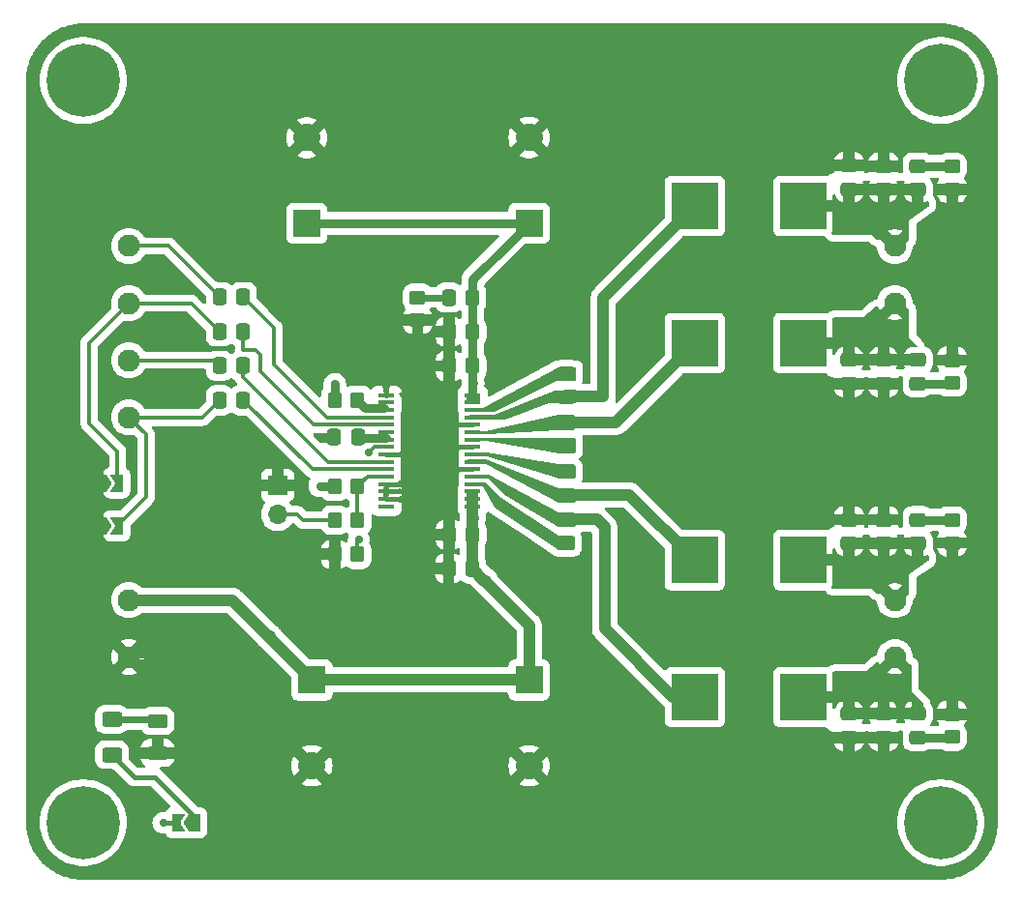
<source format=gbr>
%TF.GenerationSoftware,KiCad,Pcbnew,7.0.6*%
%TF.CreationDate,2023-10-07T14:34:09+02:00*%
%TF.ProjectId,TPA3116 amplifier,54504133-3131-4362-9061-6d706c696669,rev?*%
%TF.SameCoordinates,Original*%
%TF.FileFunction,Copper,L1,Top*%
%TF.FilePolarity,Positive*%
%FSLAX46Y46*%
G04 Gerber Fmt 4.6, Leading zero omitted, Abs format (unit mm)*
G04 Created by KiCad (PCBNEW 7.0.6) date 2023-10-07 14:34:09*
%MOMM*%
%LPD*%
G01*
G04 APERTURE LIST*
G04 Aperture macros list*
%AMRoundRect*
0 Rectangle with rounded corners*
0 $1 Rounding radius*
0 $2 $3 $4 $5 $6 $7 $8 $9 X,Y pos of 4 corners*
0 Add a 4 corners polygon primitive as box body*
4,1,4,$2,$3,$4,$5,$6,$7,$8,$9,$2,$3,0*
0 Add four circle primitives for the rounded corners*
1,1,$1+$1,$2,$3*
1,1,$1+$1,$4,$5*
1,1,$1+$1,$6,$7*
1,1,$1+$1,$8,$9*
0 Add four rect primitives between the rounded corners*
20,1,$1+$1,$2,$3,$4,$5,0*
20,1,$1+$1,$4,$5,$6,$7,0*
20,1,$1+$1,$6,$7,$8,$9,0*
20,1,$1+$1,$8,$9,$2,$3,0*%
%AMFreePoly0*
4,1,6,1.000000,0.000000,0.500000,-0.750000,-0.500000,-0.750000,-0.500000,0.750000,0.500000,0.750000,1.000000,0.000000,1.000000,0.000000,$1*%
%AMFreePoly1*
4,1,6,0.500000,-0.750000,-0.650000,-0.750000,-0.150000,0.000000,-0.650000,0.750000,0.500000,0.750000,0.500000,-0.750000,0.500000,-0.750000,$1*%
G04 Aperture macros list end*
%TA.AperFunction,SMDPad,CuDef*%
%ADD10RoundRect,0.250000X0.625000X-0.400000X0.625000X0.400000X-0.625000X0.400000X-0.625000X-0.400000X0*%
%TD*%
%TA.AperFunction,SMDPad,CuDef*%
%ADD11FreePoly0,180.000000*%
%TD*%
%TA.AperFunction,SMDPad,CuDef*%
%ADD12FreePoly1,180.000000*%
%TD*%
%TA.AperFunction,SMDPad,CuDef*%
%ADD13RoundRect,0.250000X0.625000X-0.375000X0.625000X0.375000X-0.625000X0.375000X-0.625000X-0.375000X0*%
%TD*%
%TA.AperFunction,SMDPad,CuDef*%
%ADD14RoundRect,0.250000X0.475000X-0.337500X0.475000X0.337500X-0.475000X0.337500X-0.475000X-0.337500X0*%
%TD*%
%TA.AperFunction,SMDPad,CuDef*%
%ADD15RoundRect,0.250000X-0.337500X-0.475000X0.337500X-0.475000X0.337500X0.475000X-0.337500X0.475000X0*%
%TD*%
%TA.AperFunction,ComponentPad*%
%ADD16C,1.950000*%
%TD*%
%TA.AperFunction,ComponentPad*%
%ADD17C,0.800000*%
%TD*%
%TA.AperFunction,ComponentPad*%
%ADD18C,6.400000*%
%TD*%
%TA.AperFunction,SMDPad,CuDef*%
%ADD19R,1.475000X0.450000*%
%TD*%
%TA.AperFunction,SMDPad,CuDef*%
%ADD20R,4.110000X4.360000*%
%TD*%
%TA.AperFunction,SMDPad,CuDef*%
%ADD21RoundRect,0.250000X0.450000X-0.350000X0.450000X0.350000X-0.450000X0.350000X-0.450000X-0.350000X0*%
%TD*%
%TA.AperFunction,ComponentPad*%
%ADD22R,2.400000X2.400000*%
%TD*%
%TA.AperFunction,ComponentPad*%
%ADD23C,2.400000*%
%TD*%
%TA.AperFunction,SMDPad,CuDef*%
%ADD24FreePoly0,0.000000*%
%TD*%
%TA.AperFunction,SMDPad,CuDef*%
%ADD25FreePoly1,0.000000*%
%TD*%
%TA.AperFunction,SMDPad,CuDef*%
%ADD26RoundRect,0.250000X-0.350000X-0.450000X0.350000X-0.450000X0.350000X0.450000X-0.350000X0.450000X0*%
%TD*%
%TA.AperFunction,SMDPad,CuDef*%
%ADD27R,4.100000X4.100000*%
%TD*%
%TA.AperFunction,ComponentPad*%
%ADD28R,1.700000X1.700000*%
%TD*%
%TA.AperFunction,ComponentPad*%
%ADD29O,1.700000X1.700000*%
%TD*%
%TA.AperFunction,SMDPad,CuDef*%
%ADD30RoundRect,0.250000X0.337500X0.475000X-0.337500X0.475000X-0.337500X-0.475000X0.337500X-0.475000X0*%
%TD*%
%TA.AperFunction,SMDPad,CuDef*%
%ADD31RoundRect,0.250000X-0.450000X0.350000X-0.450000X-0.350000X0.450000X-0.350000X0.450000X0.350000X0*%
%TD*%
%TA.AperFunction,SMDPad,CuDef*%
%ADD32RoundRect,0.250000X-0.475000X0.337500X-0.475000X-0.337500X0.475000X-0.337500X0.475000X0.337500X0*%
%TD*%
%TA.AperFunction,SMDPad,CuDef*%
%ADD33RoundRect,0.250000X0.350000X0.450000X-0.350000X0.450000X-0.350000X-0.450000X0.350000X-0.450000X0*%
%TD*%
%TA.AperFunction,ViaPad*%
%ADD34C,0.700000*%
%TD*%
%TA.AperFunction,ViaPad*%
%ADD35C,0.800000*%
%TD*%
%TA.AperFunction,ViaPad*%
%ADD36C,0.500000*%
%TD*%
%TA.AperFunction,Conductor*%
%ADD37C,0.400000*%
%TD*%
%TA.AperFunction,Conductor*%
%ADD38C,0.600000*%
%TD*%
%TA.AperFunction,Conductor*%
%ADD39C,0.300000*%
%TD*%
%TA.AperFunction,Conductor*%
%ADD40C,0.800000*%
%TD*%
%TA.AperFunction,Conductor*%
%ADD41C,1.000000*%
%TD*%
G04 APERTURE END LIST*
D10*
%TO.P,R10,1*%
%TO.N,Net-(JP3-A)*%
X107500000Y-114050000D03*
%TO.P,R10,2*%
%TO.N,Net-(D1-A)*%
X107500000Y-110950000D03*
%TD*%
D11*
%TO.P,JP3,1,A*%
%TO.N,Net-(JP3-A)*%
X114725000Y-120000000D03*
D12*
%TO.P,JP3,2,B*%
%TO.N,+24V*%
X113275000Y-120000000D03*
%TD*%
D13*
%TO.P,D1,1,K*%
%TO.N,GND*%
X111500000Y-113900000D03*
%TO.P,D1,2,A*%
%TO.N,Net-(D1-A)*%
X111500000Y-111100000D03*
%TD*%
D14*
%TO.P,C30,1*%
%TO.N,Net-(C30-Pad1)*%
X178000000Y-112537500D03*
%TO.P,C30,2*%
%TO.N,/LOUT-*%
X178000000Y-110462500D03*
%TD*%
D15*
%TO.P,C11,1*%
%TO.N,GND*%
X136962500Y-97750000D03*
%TO.P,C11,2*%
%TO.N,+24V*%
X139037500Y-97750000D03*
%TD*%
D14*
%TO.P,C18,1*%
%TO.N,Net-(IC1-BSNL)*%
X147250000Y-95500000D03*
%TO.P,C18,2*%
%TO.N,/OUTNL*%
X147250000Y-93425000D03*
%TD*%
D15*
%TO.P,C6,1*%
%TO.N,GND*%
X137000000Y-80000000D03*
%TO.P,C6,2*%
%TO.N,+24V*%
X139075000Y-80000000D03*
%TD*%
D16*
%TO.P,J5,1,Pin_1*%
%TO.N,/LOUT+*%
X176000000Y-100500000D03*
%TO.P,J5,2,Pin_2*%
%TO.N,/LOUT-*%
X176000000Y-105500000D03*
%TD*%
D17*
%TO.P,H1,1,1*%
%TO.N,unconnected-(H1-Pad1)*%
X177600000Y-120000000D03*
X178302944Y-118302944D03*
X178302944Y-121697056D03*
X180000000Y-117600000D03*
D18*
X180000000Y-120000000D03*
D17*
X180000000Y-122400000D03*
X181697056Y-118302944D03*
X181697056Y-121697056D03*
X182400000Y-120000000D03*
%TD*%
D19*
%TO.P,IC1,1,MODSEL*%
%TO.N,GND*%
X131500000Y-82550000D03*
%TO.P,IC1,2,SDZ*%
%TO.N,/FAULTZ*%
X131500000Y-83200000D03*
%TO.P,IC1,3,FAULTZ*%
X131500000Y-83850000D03*
%TO.P,IC1,4,RINP*%
%TO.N,/RINP*%
X131500000Y-84500000D03*
%TO.P,IC1,5,RINN*%
%TO.N,/RINN*%
X131500000Y-85150000D03*
%TO.P,IC1,6,PLIMIT*%
%TO.N,Net-(IC1-GVDD)*%
X131500000Y-85800000D03*
%TO.P,IC1,7,GVDD*%
X131500000Y-86450000D03*
%TO.P,IC1,8,GAIN/SLV*%
%TO.N,Net-(IC1-GAIN{slash}SLV)*%
X131500000Y-87100000D03*
%TO.P,IC1,9,GND_1*%
%TO.N,GND*%
X131500000Y-87750000D03*
%TO.P,IC1,10,LINP*%
%TO.N,/LINP*%
X131500000Y-88400000D03*
%TO.P,IC1,11,LINN*%
%TO.N,/LINN*%
X131500000Y-89050000D03*
%TO.P,IC1,12,MUTE*%
%TO.N,/MUTE*%
X131500000Y-89700000D03*
%TO.P,IC1,13,AM2*%
%TO.N,GND*%
X131500000Y-90350000D03*
%TO.P,IC1,14,AM1*%
X131500000Y-91000000D03*
%TO.P,IC1,15,AM0*%
X131500000Y-91650000D03*
%TO.P,IC1,16,SYNC*%
%TO.N,unconnected-(IC1-SYNC-Pad16)*%
X131500000Y-92300000D03*
%TO.P,IC1,17,AVCC*%
%TO.N,+24V*%
X139076000Y-92300000D03*
%TO.P,IC1,18,PVCC_1*%
X139076000Y-91650000D03*
%TO.P,IC1,19,PVCC_2*%
X139076000Y-91000000D03*
%TO.P,IC1,20,BSNL*%
%TO.N,Net-(IC1-BSNL)*%
X139076000Y-90350000D03*
%TO.P,IC1,21,OUTNL*%
%TO.N,/OUTNL*%
X139076000Y-89700000D03*
%TO.P,IC1,22,GND_2*%
%TO.N,GND*%
X139076000Y-89050000D03*
%TO.P,IC1,23,OUTPL*%
%TO.N,/OUTPL*%
X139076000Y-88400000D03*
%TO.P,IC1,24,BSPL*%
%TO.N,Net-(IC1-BSPL)*%
X139076000Y-87750000D03*
%TO.P,IC1,25,GND_3*%
%TO.N,GND*%
X139076000Y-87100000D03*
%TO.P,IC1,26,BSNR*%
%TO.N,Net-(IC1-BSNR)*%
X139076000Y-86450000D03*
%TO.P,IC1,27,OUTNR*%
%TO.N,/OUTNR*%
X139076000Y-85800000D03*
%TO.P,IC1,28,GND_4*%
%TO.N,GND*%
X139076000Y-85150000D03*
%TO.P,IC1,29,OUTPR*%
%TO.N,/OUTPR*%
X139076000Y-84500000D03*
%TO.P,IC1,30,BSPR*%
%TO.N,Net-(IC1-BSPR)*%
X139076000Y-83850000D03*
%TO.P,IC1,31,PVCC_3*%
%TO.N,+24V*%
X139076000Y-83200000D03*
%TO.P,IC1,32,PVCC_4*%
X139076000Y-82550000D03*
D20*
%TO.P,IC1,33,EP*%
%TO.N,GND*%
X135288000Y-87425000D03*
%TD*%
D21*
%TO.P,R9,1*%
%TO.N,Net-(C30-Pad1)*%
X181000000Y-112500000D03*
%TO.P,R9,2*%
%TO.N,GND*%
X181000000Y-110500000D03*
%TD*%
D22*
%TO.P,C12,1*%
%TO.N,+24V*%
X144000000Y-107500000D03*
D23*
%TO.P,C12,2*%
%TO.N,GND*%
X144000000Y-115000000D03*
%TD*%
D24*
%TO.P,JP2,1,A*%
%TO.N,GND*%
X106550000Y-94000000D03*
D25*
%TO.P,JP2,2,B*%
%TO.N,LIN-*%
X108000000Y-94000000D03*
%TD*%
D22*
%TO.P,C9,1*%
%TO.N,+24V*%
X144000000Y-67500000D03*
D23*
%TO.P,C9,2*%
%TO.N,GND*%
X144000000Y-60000000D03*
%TD*%
D26*
%TO.P,R2,1*%
%TO.N,+24V*%
X127000000Y-90550000D03*
%TO.P,R2,2*%
%TO.N,/MUTE*%
X129000000Y-90550000D03*
%TD*%
D27*
%TO.P,L1,1,1*%
%TO.N,/OUTPR*%
X158500000Y-66000000D03*
%TO.P,L1,2,2*%
%TO.N,/ROUT+*%
X168000000Y-66000000D03*
%TD*%
D21*
%TO.P,R7,1*%
%TO.N,Net-(C24-Pad1)*%
X181000000Y-81500000D03*
%TO.P,R7,2*%
%TO.N,GND*%
X181000000Y-79500000D03*
%TD*%
D15*
%TO.P,C4,1*%
%TO.N,LIN-*%
X116925000Y-83000000D03*
%TO.P,C4,2*%
%TO.N,/LINN*%
X119000000Y-83000000D03*
%TD*%
D17*
%TO.P,H4,1,1*%
%TO.N,unconnected-(H4-Pad1)*%
X102600000Y-55000000D03*
X103302944Y-53302944D03*
X103302944Y-56697056D03*
X105000000Y-52600000D03*
D18*
X105000000Y-55000000D03*
D17*
X105000000Y-57400000D03*
X106697056Y-53302944D03*
X106697056Y-56697056D03*
X107400000Y-55000000D03*
%TD*%
D27*
%TO.P,L3,1,1*%
%TO.N,/OUTPL*%
X158500000Y-97000000D03*
%TO.P,L3,2,2*%
%TO.N,/LOUT+*%
X168000000Y-97000000D03*
%TD*%
D16*
%TO.P,J3,1,Pin_1*%
%TO.N,GND*%
X109000000Y-105500000D03*
%TO.P,J3,2,Pin_2*%
%TO.N,+24V*%
X109000000Y-100500000D03*
%TD*%
D24*
%TO.P,JP1,1,A*%
%TO.N,GND*%
X106550000Y-90250000D03*
D25*
%TO.P,JP1,2,B*%
%TO.N,RIN-*%
X108000000Y-90250000D03*
%TD*%
D15*
%TO.P,C1,1*%
%TO.N,RIN+*%
X116925000Y-73970000D03*
%TO.P,C1,2*%
%TO.N,/RINP*%
X119000000Y-73970000D03*
%TD*%
%TO.P,C2,1*%
%TO.N,RIN-*%
X116925000Y-76980000D03*
%TO.P,C2,2*%
%TO.N,/RINN*%
X119000000Y-76980000D03*
%TD*%
D27*
%TO.P,L4,1,1*%
%TO.N,/OUTNL*%
X158500000Y-109000000D03*
%TO.P,L4,2,2*%
%TO.N,/LOUT-*%
X168000000Y-109000000D03*
%TD*%
D17*
%TO.P,H2,1,1*%
%TO.N,unconnected-(H2-Pad1)*%
X102600000Y-120000000D03*
X103302944Y-118302944D03*
X103302944Y-121697056D03*
X105000000Y-117600000D03*
D18*
X105000000Y-120000000D03*
D17*
X105000000Y-122400000D03*
X106697056Y-118302944D03*
X106697056Y-121697056D03*
X107400000Y-120000000D03*
%TD*%
D14*
%TO.P,C28,1*%
%TO.N,GND*%
X175000000Y-112537500D03*
%TO.P,C28,2*%
%TO.N,/LOUT-*%
X175000000Y-110462500D03*
%TD*%
%TO.P,C24,1*%
%TO.N,Net-(C24-Pad1)*%
X178000000Y-81537500D03*
%TO.P,C24,2*%
%TO.N,/ROUT-*%
X178000000Y-79462500D03*
%TD*%
D16*
%TO.P,J4,1,Pin_1*%
%TO.N,/ROUT+*%
X176000000Y-69500000D03*
%TO.P,J4,2,Pin_2*%
%TO.N,/ROUT-*%
X176000000Y-74500000D03*
%TD*%
D15*
%TO.P,C10,1*%
%TO.N,GND*%
X137000000Y-94750000D03*
%TO.P,C10,2*%
%TO.N,+24V*%
X139075000Y-94750000D03*
%TD*%
D28*
%TO.P,J1,1,Pin_1*%
%TO.N,GND*%
X122000000Y-90460000D03*
D29*
%TO.P,J1,2,Pin_2*%
%TO.N,Net-(J1-Pin_2)*%
X122000000Y-93000000D03*
%TD*%
D27*
%TO.P,L2,1,1*%
%TO.N,/OUTNR*%
X158500000Y-78000000D03*
%TO.P,L2,2,2*%
%TO.N,/ROUT-*%
X168000000Y-78000000D03*
%TD*%
D15*
%TO.P,C3,1*%
%TO.N,LIN+*%
X116925000Y-79990000D03*
%TO.P,C3,2*%
%TO.N,/LINP*%
X119000000Y-79990000D03*
%TD*%
D14*
%TO.P,C23,1*%
%TO.N,/ROUT+*%
X178000000Y-64575000D03*
%TO.P,C23,2*%
%TO.N,Net-(C23-Pad2)*%
X178000000Y-62500000D03*
%TD*%
%TO.P,C29,1*%
%TO.N,/LOUT+*%
X178000000Y-95537500D03*
%TO.P,C29,2*%
%TO.N,Net-(C29-Pad2)*%
X178000000Y-93462500D03*
%TD*%
D26*
%TO.P,R1,1*%
%TO.N,+24V*%
X127000000Y-83000000D03*
%TO.P,R1,2*%
%TO.N,/FAULTZ*%
X129000000Y-83000000D03*
%TD*%
D16*
%TO.P,J2,1,Pin_1*%
%TO.N,LIN-*%
X109000000Y-84500000D03*
%TO.P,J2,2,Pin_2*%
%TO.N,LIN+*%
X109000000Y-79500000D03*
%TO.P,J2,3,Pin_3*%
%TO.N,RIN-*%
X109000000Y-74500000D03*
%TO.P,J2,4,Pin_4*%
%TO.N,RIN+*%
X109000000Y-69500000D03*
%TD*%
D30*
%TO.P,C14,1*%
%TO.N,+24V*%
X139037500Y-74000000D03*
%TO.P,C14,2*%
%TO.N,Net-(C14-Pad2)*%
X136962500Y-74000000D03*
%TD*%
D14*
%TO.P,C16,1*%
%TO.N,Net-(IC1-BSNR)*%
X147250000Y-87000000D03*
%TO.P,C16,2*%
%TO.N,/OUTNR*%
X147250000Y-84925000D03*
%TD*%
D17*
%TO.P,H3,1,1*%
%TO.N,unconnected-(H3-Pad1)*%
X177600000Y-55000000D03*
X178302944Y-53302944D03*
X178302944Y-56697056D03*
X180000000Y-52600000D03*
D18*
X180000000Y-55000000D03*
D17*
X180000000Y-57400000D03*
X181697056Y-53302944D03*
X181697056Y-56697056D03*
X182400000Y-55000000D03*
%TD*%
D22*
%TO.P,C8,1*%
%TO.N,+24V*%
X124550000Y-67512755D03*
D23*
%TO.P,C8,2*%
%TO.N,GND*%
X124550000Y-60012755D03*
%TD*%
D14*
%TO.P,C22,1*%
%TO.N,GND*%
X175000000Y-81537500D03*
%TO.P,C22,2*%
%TO.N,/ROUT-*%
X175000000Y-79462500D03*
%TD*%
D31*
%TO.P,R6,1*%
%TO.N,Net-(C23-Pad2)*%
X181000000Y-62537500D03*
%TO.P,R6,2*%
%TO.N,GND*%
X181000000Y-64537500D03*
%TD*%
D14*
%TO.P,C25,1*%
%TO.N,/LOUT+*%
X172000000Y-95537500D03*
%TO.P,C25,2*%
%TO.N,GND*%
X172000000Y-93462500D03*
%TD*%
%TO.P,C27,1*%
%TO.N,/LOUT+*%
X175000000Y-95537500D03*
%TO.P,C27,2*%
%TO.N,GND*%
X175000000Y-93462500D03*
%TD*%
%TO.P,C19,1*%
%TO.N,/ROUT+*%
X172000000Y-64537500D03*
%TO.P,C19,2*%
%TO.N,GND*%
X172000000Y-62462500D03*
%TD*%
%TO.P,C21,1*%
%TO.N,/ROUT+*%
X175000000Y-64575000D03*
%TO.P,C21,2*%
%TO.N,GND*%
X175000000Y-62500000D03*
%TD*%
D30*
%TO.P,C5,1*%
%TO.N,Net-(IC1-GVDD)*%
X129037500Y-86250000D03*
%TO.P,C5,2*%
%TO.N,GND*%
X126962500Y-86250000D03*
%TD*%
D15*
%TO.P,C7,1*%
%TO.N,GND*%
X137000000Y-77000000D03*
%TO.P,C7,2*%
%TO.N,+24V*%
X139075000Y-77000000D03*
%TD*%
D31*
%TO.P,R8,1*%
%TO.N,Net-(C29-Pad2)*%
X181000000Y-93500000D03*
%TO.P,R8,2*%
%TO.N,GND*%
X181000000Y-95500000D03*
%TD*%
D22*
%TO.P,C13,1*%
%TO.N,+24V*%
X125000000Y-107500000D03*
D23*
%TO.P,C13,2*%
%TO.N,GND*%
X125000000Y-115000000D03*
%TD*%
D14*
%TO.P,C26,1*%
%TO.N,GND*%
X172000000Y-112537500D03*
%TO.P,C26,2*%
%TO.N,/LOUT-*%
X172000000Y-110462500D03*
%TD*%
%TO.P,C20,1*%
%TO.N,GND*%
X172000000Y-81537500D03*
%TO.P,C20,2*%
%TO.N,/ROUT-*%
X172000000Y-79462500D03*
%TD*%
D26*
%TO.P,R4,1*%
%TO.N,GND*%
X127000000Y-96500000D03*
%TO.P,R4,2*%
%TO.N,Net-(IC1-GAIN{slash}SLV)*%
X129000000Y-96500000D03*
%TD*%
D32*
%TO.P,C17,1*%
%TO.N,Net-(IC1-BSPL)*%
X147250000Y-89212500D03*
%TO.P,C17,2*%
%TO.N,/OUTPL*%
X147250000Y-91287500D03*
%TD*%
D33*
%TO.P,R3,1*%
%TO.N,/MUTE*%
X129000000Y-93500000D03*
%TO.P,R3,2*%
%TO.N,Net-(J1-Pin_2)*%
X127000000Y-93500000D03*
%TD*%
D31*
%TO.P,R5,1*%
%TO.N,Net-(C14-Pad2)*%
X134250000Y-74000000D03*
%TO.P,R5,2*%
%TO.N,GND*%
X134250000Y-76000000D03*
%TD*%
D32*
%TO.P,C15,1*%
%TO.N,Net-(IC1-BSPR)*%
X147250000Y-80675000D03*
%TO.P,C15,2*%
%TO.N,/OUTPR*%
X147250000Y-82750000D03*
%TD*%
D34*
%TO.N,GND*%
X184000000Y-60000000D03*
X184000000Y-104000000D03*
X184000000Y-76000000D03*
X184000000Y-88000000D03*
X184000000Y-84000000D03*
X184000000Y-96000000D03*
X184000000Y-64000000D03*
X184000000Y-112000000D03*
X184000000Y-108000000D03*
X184000000Y-72000000D03*
X184000000Y-68000000D03*
X184000000Y-116000000D03*
X184000000Y-80000000D03*
X184000000Y-100000000D03*
X184000000Y-92000000D03*
X101000000Y-104000000D03*
X101000000Y-100000000D03*
X101000000Y-92000000D03*
X101000000Y-84000000D03*
X101000000Y-76000000D03*
X101000000Y-80000000D03*
X101000000Y-72000000D03*
X101000000Y-68000000D03*
X101000000Y-96000000D03*
X101000000Y-116000000D03*
X101000000Y-112000000D03*
X101000000Y-108000000D03*
X101000000Y-88000000D03*
X101000000Y-64000000D03*
X101000000Y-60000000D03*
%TO.N,+24V*%
X112000000Y-120000000D03*
%TO.N,GND*%
X128000000Y-124000000D03*
X132000000Y-124000000D03*
X140000000Y-124000000D03*
X148000000Y-124000000D03*
X156000000Y-124000000D03*
X152000000Y-124000000D03*
X160000000Y-124000000D03*
X164000000Y-124000000D03*
X136000000Y-124000000D03*
X108000000Y-124000000D03*
X116000000Y-124000000D03*
X112000000Y-124000000D03*
X120000000Y-124000000D03*
X124000000Y-124000000D03*
X144000000Y-124000000D03*
X168000000Y-124000000D03*
X172000000Y-124000000D03*
X176000000Y-124000000D03*
X169000000Y-51000000D03*
X177000000Y-51000000D03*
X173000000Y-51000000D03*
X149000000Y-51000000D03*
X157000000Y-51000000D03*
X153000000Y-51000000D03*
X161000000Y-51000000D03*
X165000000Y-51000000D03*
X129000000Y-51000000D03*
X137000000Y-51000000D03*
X133000000Y-51000000D03*
X141000000Y-51000000D03*
X145000000Y-51000000D03*
X125000000Y-51000000D03*
X121000000Y-51000000D03*
X117000000Y-51000000D03*
X113000000Y-51000000D03*
X109000000Y-51000000D03*
D35*
X113500000Y-114000000D03*
D36*
X136100000Y-85700000D03*
X133700000Y-85700000D03*
D34*
X125750000Y-96500000D03*
X122000000Y-88750000D03*
D36*
X132700000Y-91000000D03*
X136900000Y-85700000D03*
D34*
X134250000Y-77250000D03*
D36*
X133700000Y-89100000D03*
X136900000Y-88300000D03*
D34*
X111500000Y-105200000D03*
D36*
X135300000Y-85700000D03*
D34*
X172000000Y-82750000D03*
D36*
X132700000Y-91700000D03*
D34*
X135750000Y-94750000D03*
X110700000Y-105200000D03*
D36*
X133700000Y-86500000D03*
D34*
X182500000Y-64500000D03*
X125750000Y-86250000D03*
X175000000Y-92250000D03*
D36*
X135300000Y-87000000D03*
D34*
X172000000Y-113750000D03*
X111500000Y-106000000D03*
X172000000Y-61000000D03*
X182500000Y-79500000D03*
X172000000Y-92250000D03*
X110700000Y-106000000D03*
X131500000Y-81700000D03*
X175000000Y-61000000D03*
D36*
X135300000Y-89100000D03*
X134500000Y-89100000D03*
D34*
X175000000Y-113750000D03*
D36*
X134500000Y-85700000D03*
D34*
X135750000Y-97750000D03*
X175000000Y-82750000D03*
X182380442Y-95581993D03*
X135750000Y-77000000D03*
X182250000Y-110500000D03*
D36*
X132700000Y-90300000D03*
X133700000Y-88300000D03*
X136900000Y-89100000D03*
X135300000Y-87800000D03*
D34*
X135750000Y-80000000D03*
D36*
X136100000Y-89100000D03*
X136900000Y-86500000D03*
D34*
%TO.N,+24V*%
X126600000Y-67500000D03*
X139100000Y-81500000D03*
X139100000Y-72500000D03*
X141400000Y-67500000D03*
X136900000Y-107500000D03*
X127000000Y-81600000D03*
X118000000Y-100600000D03*
X125700000Y-90500000D03*
X121300000Y-103700000D03*
X112900000Y-100500000D03*
X144000000Y-104000000D03*
X131200000Y-107500000D03*
X142300000Y-69200000D03*
X140200000Y-98800000D03*
X139100000Y-93300000D03*
%TO.N,Net-(IC1-GAIN{slash}SLV)*%
X130000000Y-87600000D03*
X129100000Y-95200000D03*
%TD*%
D37*
%TO.N,+24V*%
X113275000Y-120000000D02*
X112000000Y-120000000D01*
%TO.N,Net-(JP3-A)*%
X109450000Y-116000000D02*
X107500000Y-114050000D01*
X114725000Y-119484314D02*
X111240686Y-116000000D01*
X114725000Y-120000000D02*
X114725000Y-119484314D01*
X111240686Y-116000000D02*
X109450000Y-116000000D01*
D38*
%TO.N,GND*%
X111600000Y-114000000D02*
X111500000Y-113900000D01*
X113500000Y-114000000D02*
X111600000Y-114000000D01*
%TO.N,Net-(D1-A)*%
X111350000Y-110950000D02*
X111500000Y-111100000D01*
X107500000Y-110950000D02*
X111350000Y-110950000D01*
D39*
%TO.N,LIN-*%
X110500000Y-86000000D02*
X109000000Y-84500000D01*
X110500000Y-91500000D02*
X110500000Y-86000000D01*
X108000000Y-94000000D02*
X110500000Y-91500000D01*
%TO.N,RIN-*%
X105500000Y-78000000D02*
X109000000Y-74500000D01*
X108000000Y-87500000D02*
X105500000Y-85000000D01*
X108000000Y-90250000D02*
X108000000Y-87500000D01*
X105500000Y-85000000D02*
X105500000Y-78000000D01*
%TO.N,RIN+*%
X112455000Y-69500000D02*
X116925000Y-73970000D01*
X109000000Y-69500000D02*
X112455000Y-69500000D01*
%TO.N,/RINP*%
X121700000Y-76670000D02*
X121700000Y-79900000D01*
X126300000Y-84500000D02*
X131500000Y-84500000D01*
X119000000Y-73970000D02*
X121700000Y-76670000D01*
X121700000Y-79900000D02*
X126300000Y-84500000D01*
%TO.N,RIN-*%
X114445000Y-74500000D02*
X116925000Y-76980000D01*
X109000000Y-74500000D02*
X114445000Y-74500000D01*
%TO.N,/RINN*%
X120500000Y-80500000D02*
X125150000Y-85150000D01*
X119000000Y-76980000D02*
X119000000Y-78600000D01*
X119000000Y-78600000D02*
X120100000Y-78600000D01*
X125150000Y-85150000D02*
X131500000Y-85150000D01*
X120500000Y-79000000D02*
X120500000Y-80500000D01*
X120100000Y-78600000D02*
X120500000Y-79000000D01*
%TO.N,LIN+*%
X116435000Y-79500000D02*
X116925000Y-79990000D01*
X109000000Y-79500000D02*
X116435000Y-79500000D01*
%TO.N,/LINP*%
X126400000Y-88400000D02*
X131500000Y-88400000D01*
X119000000Y-81000000D02*
X126400000Y-88400000D01*
X119000000Y-79990000D02*
X119000000Y-81000000D01*
%TO.N,LIN-*%
X109000000Y-84500000D02*
X115425000Y-84500000D01*
X115425000Y-84500000D02*
X116925000Y-83000000D01*
%TO.N,/LINN*%
X119000000Y-83000000D02*
X125050000Y-89050000D01*
X125050000Y-89050000D02*
X131500000Y-89050000D01*
D40*
%TO.N,Net-(IC1-GVDD)*%
X129062500Y-86275000D02*
X131500000Y-86275000D01*
X129037500Y-86250000D02*
X129062500Y-86275000D01*
%TO.N,GND*%
X172000000Y-93462500D02*
X172000000Y-92250000D01*
X182500000Y-64500000D02*
X181037500Y-64500000D01*
X109300000Y-105200000D02*
X109000000Y-105500000D01*
D37*
X133150000Y-87750000D02*
X133700000Y-88300000D01*
D40*
X111500000Y-106000000D02*
X110700000Y-106000000D01*
X110700000Y-105200000D02*
X110700000Y-106000000D01*
X172000000Y-62462500D02*
X172000000Y-61000000D01*
X175000000Y-61000000D02*
X175000000Y-62500000D01*
D37*
X131500000Y-82550000D02*
X131500000Y-81700000D01*
D40*
X172000000Y-112537500D02*
X172000000Y-113750000D01*
D37*
X131500000Y-87750000D02*
X133150000Y-87750000D01*
X139076000Y-89050000D02*
X136950000Y-89050000D01*
D40*
X137000000Y-94750000D02*
X135750000Y-94750000D01*
D37*
X132700000Y-90300000D02*
X132650000Y-90350000D01*
X132650000Y-90350000D02*
X131500000Y-90350000D01*
X136950000Y-89050000D02*
X136900000Y-89100000D01*
D40*
X110700000Y-105200000D02*
X111500000Y-105200000D01*
X127000000Y-96500000D02*
X125750000Y-96500000D01*
D37*
X139076000Y-87100000D02*
X135613000Y-87100000D01*
D40*
X122000000Y-90460000D02*
X122000000Y-88750000D01*
X126962500Y-86250000D02*
X125750000Y-86250000D01*
X110700000Y-106000000D02*
X109500000Y-106000000D01*
D37*
X132650000Y-91650000D02*
X131500000Y-91650000D01*
D40*
X181000000Y-79500000D02*
X182500000Y-79500000D01*
X182298449Y-95500000D02*
X182380442Y-95581993D01*
X181037500Y-64500000D02*
X181000000Y-64537500D01*
X109500000Y-106000000D02*
X109000000Y-105500000D01*
X111500000Y-106000000D02*
X111500000Y-105200000D01*
X172000000Y-82750000D02*
X172000000Y-81537500D01*
X137000000Y-77000000D02*
X135750000Y-77000000D01*
X175000000Y-82750000D02*
X175000000Y-81537500D01*
X181000000Y-95500000D02*
X182298449Y-95500000D01*
D37*
X139076000Y-85150000D02*
X137450000Y-85150000D01*
D40*
X135750000Y-80000000D02*
X137000000Y-80000000D01*
X175000000Y-113750000D02*
X175000000Y-112537500D01*
D37*
X132700000Y-91700000D02*
X132650000Y-91650000D01*
D40*
X175000000Y-93462500D02*
X175000000Y-92250000D01*
X182250000Y-110500000D02*
X181000000Y-110500000D01*
D37*
X137450000Y-85150000D02*
X136900000Y-85700000D01*
D40*
X110700000Y-105200000D02*
X109300000Y-105200000D01*
X134250000Y-77250000D02*
X134250000Y-76000000D01*
X135750000Y-97750000D02*
X136962500Y-97750000D01*
D37*
X132700000Y-91000000D02*
X131500000Y-91000000D01*
X135613000Y-87100000D02*
X135288000Y-87425000D01*
D41*
%TO.N,+24V*%
X118100000Y-100600000D02*
X121200000Y-103700000D01*
X140200000Y-98912500D02*
X144000000Y-102712500D01*
D40*
X126587245Y-67512755D02*
X126600000Y-67500000D01*
X139076000Y-72476000D02*
X139076000Y-72424000D01*
X139076000Y-82550000D02*
X139076000Y-81524000D01*
D41*
X139076000Y-97711500D02*
X139037500Y-97750000D01*
X131200000Y-107500000D02*
X125000000Y-107500000D01*
D40*
X139076000Y-81524000D02*
X139100000Y-81500000D01*
X141387245Y-67512755D02*
X141400000Y-67500000D01*
D41*
X139076000Y-93276000D02*
X139100000Y-93300000D01*
X139076000Y-92300000D02*
X139076000Y-91275000D01*
X139100000Y-93300000D02*
X139076000Y-93324000D01*
X118000000Y-100600000D02*
X118100000Y-100600000D01*
D40*
X139076000Y-81476000D02*
X139076000Y-72524000D01*
D41*
X139037500Y-97750000D02*
X140087500Y-98800000D01*
X109000000Y-100500000D02*
X112900000Y-100500000D01*
D40*
X125700000Y-90500000D02*
X126950000Y-90500000D01*
X126600000Y-67500000D02*
X126612755Y-67512755D01*
X127000000Y-83000000D02*
X127000000Y-81600000D01*
X124550000Y-67512755D02*
X126587245Y-67512755D01*
D41*
X144000000Y-102712500D02*
X144000000Y-104000000D01*
D40*
X126950000Y-90500000D02*
X127000000Y-90550000D01*
X139076000Y-72424000D02*
X142300000Y-69200000D01*
X139100000Y-81500000D02*
X139076000Y-81476000D01*
D41*
X140087500Y-98800000D02*
X140200000Y-98800000D01*
X118000000Y-100500000D02*
X118000000Y-100600000D01*
X144000000Y-104000000D02*
X144000000Y-107500000D01*
D40*
X143987245Y-67512755D02*
X144000000Y-67500000D01*
D41*
X121300000Y-103800000D02*
X125000000Y-107500000D01*
X121300000Y-103700000D02*
X121300000Y-103800000D01*
X139076000Y-93324000D02*
X139076000Y-97711500D01*
D40*
X141412755Y-67512755D02*
X143987245Y-67512755D01*
X142300000Y-69200000D02*
X144000000Y-67500000D01*
X126612755Y-67512755D02*
X141387245Y-67512755D01*
X141400000Y-67500000D02*
X141412755Y-67512755D01*
D41*
X140200000Y-98800000D02*
X140200000Y-98912500D01*
X136900000Y-107500000D02*
X131200000Y-107500000D01*
X144000000Y-107500000D02*
X136900000Y-107500000D01*
D40*
X139100000Y-72500000D02*
X139076000Y-72476000D01*
D41*
X112900000Y-100500000D02*
X118000000Y-100500000D01*
D40*
X139076000Y-72524000D02*
X139100000Y-72500000D01*
D41*
X121200000Y-103700000D02*
X121300000Y-103700000D01*
X139076000Y-92300000D02*
X139076000Y-93276000D01*
D38*
%TO.N,Net-(C14-Pad2)*%
X134250000Y-74000000D02*
X136962500Y-74000000D01*
D41*
%TO.N,/OUTPR*%
X150500000Y-82700000D02*
X150500000Y-74000000D01*
X150500000Y-74000000D02*
X158500000Y-66000000D01*
X147300000Y-82700000D02*
X150500000Y-82700000D01*
X147250000Y-82750000D02*
X147300000Y-82700000D01*
%TO.N,/OUTNR*%
X151575000Y-84925000D02*
X158500000Y-78000000D01*
X147250000Y-84925000D02*
X151575000Y-84925000D01*
%TO.N,/OUTPL*%
X147250000Y-91287500D02*
X152787500Y-91287500D01*
X152787500Y-91287500D02*
X158500000Y-97000000D01*
%TO.N,/OUTNL*%
X149925000Y-93425000D02*
X150600000Y-94100000D01*
X147250000Y-93425000D02*
X149925000Y-93425000D01*
X150600000Y-103000000D02*
X156600000Y-109000000D01*
X156600000Y-109000000D02*
X158500000Y-109000000D01*
X150600000Y-94100000D02*
X150600000Y-103000000D01*
D40*
%TO.N,Net-(C23-Pad2)*%
X180962500Y-62500000D02*
X181000000Y-62537500D01*
X178000000Y-62500000D02*
X180962500Y-62500000D01*
%TO.N,Net-(C24-Pad1)*%
X178000000Y-81537500D02*
X180962500Y-81537500D01*
X180962500Y-81537500D02*
X181000000Y-81500000D01*
%TO.N,Net-(C29-Pad2)*%
X180962500Y-93462500D02*
X181000000Y-93500000D01*
X178000000Y-93462500D02*
X180962500Y-93462500D01*
%TO.N,Net-(C30-Pad1)*%
X180962500Y-112537500D02*
X181000000Y-112500000D01*
X178000000Y-112537500D02*
X180962500Y-112537500D01*
%TO.N,/FAULTZ*%
X129675000Y-83675000D02*
X131325000Y-83675000D01*
X129000000Y-83000000D02*
X129675000Y-83675000D01*
D39*
%TO.N,Net-(IC1-GAIN{slash}SLV)*%
X129000000Y-96500000D02*
X129000000Y-95300000D01*
X130000000Y-87562500D02*
X130000000Y-87600000D01*
X130462500Y-87100000D02*
X130000000Y-87562500D01*
X129000000Y-95300000D02*
X129100000Y-95200000D01*
X131500000Y-87100000D02*
X130462500Y-87100000D01*
%TO.N,/MUTE*%
X129000000Y-90550000D02*
X129000000Y-93500000D01*
X129850000Y-89700000D02*
X129000000Y-90550000D01*
X131500000Y-89700000D02*
X129850000Y-89700000D01*
%TO.N,Net-(J1-Pin_2)*%
X127000000Y-93500000D02*
X124200000Y-93500000D01*
X123700000Y-93000000D02*
X122000000Y-93000000D01*
X124200000Y-93500000D02*
X123700000Y-93000000D01*
%TD*%
%TA.AperFunction,Conductor*%
%TO.N,/OUTNL*%
G36*
X140510909Y-89505901D02*
G01*
X146600000Y-92800000D01*
X147879704Y-92800000D01*
X147914352Y-92814352D01*
X148085648Y-92985648D01*
X148100000Y-93020296D01*
X148100000Y-93879704D01*
X148085648Y-93914352D01*
X147914352Y-94085648D01*
X147879704Y-94100000D01*
X146613318Y-94100000D01*
X146588514Y-94093258D01*
X142005408Y-91403174D01*
X141995564Y-91395564D01*
X140500000Y-89900000D01*
X138649000Y-89900000D01*
X138614352Y-89885648D01*
X138600000Y-89851000D01*
X138600000Y-89549000D01*
X138614352Y-89514352D01*
X138649000Y-89500000D01*
X140487595Y-89500000D01*
X140510909Y-89505901D01*
G37*
%TD.AperFunction*%
%TD*%
%TA.AperFunction,Conductor*%
%TO.N,+24V*%
G36*
X139693039Y-82519685D02*
G01*
X139738794Y-82572489D01*
X139750000Y-82624000D01*
X139750000Y-83000500D01*
X139730315Y-83067539D01*
X139677511Y-83113294D01*
X139626000Y-83124500D01*
X138624000Y-83124500D01*
X138556961Y-83104815D01*
X138511206Y-83052011D01*
X138500000Y-83000500D01*
X138500000Y-82624000D01*
X138519685Y-82556961D01*
X138572489Y-82511206D01*
X138624000Y-82500000D01*
X139626000Y-82500000D01*
X139693039Y-82519685D01*
G37*
%TD.AperFunction*%
%TD*%
%TA.AperFunction,Conductor*%
%TO.N,Net-(IC1-BSNR)*%
G36*
X147910346Y-86305173D02*
G01*
X148072913Y-86386456D01*
X148097485Y-86414788D01*
X148100000Y-86430283D01*
X148100000Y-87479704D01*
X148085648Y-87514352D01*
X147914352Y-87685648D01*
X147879704Y-87700000D01*
X146704116Y-87700000D01*
X146695940Y-87699313D01*
X146615192Y-87685648D01*
X144665958Y-87355777D01*
X140200001Y-86600000D01*
X140200000Y-86600000D01*
X138649000Y-86600000D01*
X138614352Y-86585648D01*
X138600000Y-86551000D01*
X138600000Y-86349000D01*
X138614352Y-86314352D01*
X138649000Y-86300000D01*
X147888433Y-86300000D01*
X147910346Y-86305173D01*
G37*
%TD.AperFunction*%
%TD*%
%TA.AperFunction,Conductor*%
%TO.N,Net-(IC1-BSPL)*%
G36*
X140303818Y-87600606D02*
G01*
X146599993Y-88599999D01*
X146599996Y-88599999D01*
X146600000Y-88600000D01*
X147879704Y-88600000D01*
X147914352Y-88614352D01*
X148085648Y-88785648D01*
X148100000Y-88820296D01*
X148100000Y-89679704D01*
X148085648Y-89714352D01*
X147914352Y-89885648D01*
X147879704Y-89900000D01*
X146707479Y-89900000D01*
X146692864Y-89897770D01*
X140300002Y-87900000D01*
X138546282Y-87802571D01*
X138512483Y-87786319D01*
X138500000Y-87753646D01*
X138500000Y-87649000D01*
X138514352Y-87614352D01*
X138549000Y-87600000D01*
X140296136Y-87600000D01*
X140303818Y-87600606D01*
G37*
%TD.AperFunction*%
%TD*%
%TA.AperFunction,Conductor*%
%TO.N,GND*%
G36*
X137838000Y-84122868D02*
G01*
X137838001Y-84122878D01*
X137842179Y-84161745D01*
X137842179Y-84188250D01*
X137838000Y-84227122D01*
X137838000Y-84772870D01*
X137838001Y-84772876D01*
X137844408Y-84832483D01*
X137894702Y-84967328D01*
X137894703Y-84967330D01*
X137975821Y-85075689D01*
X138000000Y-85140514D01*
X138000000Y-85142247D01*
X137985387Y-85209426D01*
X137975821Y-85224311D01*
X137894703Y-85332669D01*
X137894702Y-85332671D01*
X137851755Y-85447821D01*
X137844409Y-85467517D01*
X137838000Y-85527127D01*
X137838000Y-85527134D01*
X137838000Y-85527135D01*
X137838000Y-86072869D01*
X137838001Y-86072878D01*
X137842179Y-86111745D01*
X137842179Y-86138250D01*
X137838000Y-86177122D01*
X137838000Y-86722870D01*
X137838001Y-86722876D01*
X137844408Y-86782483D01*
X137894702Y-86917328D01*
X137894703Y-86917330D01*
X137975821Y-87025689D01*
X138000000Y-87090514D01*
X138000000Y-87092247D01*
X137985387Y-87159426D01*
X137975821Y-87174311D01*
X137894703Y-87282669D01*
X137894702Y-87282671D01*
X137844410Y-87417513D01*
X137844409Y-87417517D01*
X137838000Y-87477127D01*
X137838000Y-87477134D01*
X137838000Y-87477135D01*
X137838000Y-88022869D01*
X137838001Y-88022878D01*
X137842179Y-88061745D01*
X137842179Y-88088250D01*
X137838000Y-88127122D01*
X137838000Y-88672870D01*
X137838001Y-88672876D01*
X137844408Y-88732483D01*
X137894702Y-88867328D01*
X137894703Y-88867330D01*
X137975821Y-88975689D01*
X138000000Y-89040514D01*
X138000000Y-89042247D01*
X137985387Y-89109426D01*
X137975821Y-89124311D01*
X137894703Y-89232669D01*
X137894702Y-89232671D01*
X137846564Y-89361738D01*
X137844409Y-89367517D01*
X137838000Y-89427127D01*
X137838000Y-89427134D01*
X137838000Y-89427135D01*
X137838000Y-89972869D01*
X137838001Y-89972878D01*
X137842179Y-90011745D01*
X137842179Y-90038250D01*
X137838000Y-90077122D01*
X137838000Y-90077128D01*
X137838001Y-90500000D01*
X132500000Y-90500000D01*
X132500000Y-90353697D01*
X132595046Y-90282546D01*
X132681296Y-90167331D01*
X132731591Y-90032483D01*
X132738000Y-89972873D01*
X132737999Y-89427128D01*
X132737999Y-89427127D01*
X132737998Y-89427111D01*
X132733820Y-89388253D01*
X132733820Y-89361747D01*
X132738000Y-89322873D01*
X132737999Y-88777128D01*
X132737999Y-88777127D01*
X132737998Y-88777111D01*
X132733820Y-88738253D01*
X132733820Y-88711747D01*
X132738000Y-88672873D01*
X132737999Y-88127128D01*
X132731591Y-88067517D01*
X132729438Y-88061745D01*
X132681297Y-87932671D01*
X132681296Y-87932669D01*
X132600178Y-87824310D01*
X132575761Y-87758846D01*
X132590612Y-87690573D01*
X132600168Y-87675702D01*
X132681296Y-87567331D01*
X132731591Y-87432483D01*
X132738000Y-87372873D01*
X132737999Y-86827128D01*
X132737998Y-86827111D01*
X132733820Y-86788253D01*
X132733820Y-86761747D01*
X132738000Y-86722873D01*
X132737999Y-86177128D01*
X132737999Y-86177127D01*
X132737998Y-86177111D01*
X132733820Y-86138253D01*
X132733820Y-86111745D01*
X132738000Y-86072873D01*
X132737999Y-85527128D01*
X132737999Y-85527127D01*
X132737998Y-85527111D01*
X132733820Y-85488253D01*
X132733820Y-85461747D01*
X132738000Y-85422873D01*
X132737999Y-84877128D01*
X132737999Y-84877127D01*
X132737998Y-84877111D01*
X132733820Y-84838253D01*
X132733820Y-84811747D01*
X132738000Y-84772873D01*
X132737999Y-84227128D01*
X132737999Y-84227127D01*
X132737998Y-84227111D01*
X132733820Y-84188253D01*
X132733820Y-84161745D01*
X132738000Y-84122873D01*
X132738000Y-84000000D01*
X137838000Y-84000000D01*
X137838000Y-84122868D01*
G37*
%TD.AperFunction*%
%TD*%
%TA.AperFunction,Conductor*%
%TO.N,/OUTPR*%
G36*
X148083875Y-82115176D02*
G01*
X148099939Y-82149064D01*
X148100000Y-82151511D01*
X148100000Y-83251000D01*
X148085648Y-83285648D01*
X148051000Y-83300000D01*
X145700000Y-83300000D01*
X141938956Y-84685648D01*
X141908200Y-84696979D01*
X141891260Y-84700000D01*
X138849000Y-84700000D01*
X138814352Y-84685648D01*
X138800000Y-84651000D01*
X138800000Y-84349000D01*
X138814352Y-84314352D01*
X138849000Y-84300000D01*
X140999997Y-84300000D01*
X141000000Y-84300000D01*
X146092207Y-82203208D01*
X146108414Y-82199579D01*
X148048553Y-82102572D01*
X148083875Y-82115176D01*
G37*
%TD.AperFunction*%
%TD*%
%TA.AperFunction,Conductor*%
%TO.N,GND*%
G36*
X127405539Y-85920185D02*
G01*
X127451294Y-85972989D01*
X127462500Y-86024500D01*
X127462500Y-86626000D01*
X127442815Y-86693039D01*
X127390011Y-86738794D01*
X127338500Y-86750000D01*
X125862729Y-86750000D01*
X125795690Y-86730315D01*
X125775048Y-86713681D01*
X125173548Y-86112181D01*
X125140063Y-86050858D01*
X125145047Y-85981166D01*
X125186919Y-85925233D01*
X125252383Y-85900816D01*
X125261229Y-85900500D01*
X127338500Y-85900500D01*
X127405539Y-85920185D01*
G37*
%TD.AperFunction*%
%TA.AperFunction,Conductor*%
G36*
X180217318Y-50009488D02*
G01*
X180415934Y-50018160D01*
X180420865Y-50018574D01*
X180636792Y-50045489D01*
X180832940Y-50071313D01*
X180837265Y-50071883D01*
X180841894Y-50072671D01*
X181054183Y-50117183D01*
X181252534Y-50161157D01*
X181256778Y-50162257D01*
X181464544Y-50224112D01*
X181658658Y-50285317D01*
X181662530Y-50286680D01*
X181864457Y-50365472D01*
X182052817Y-50443494D01*
X182056252Y-50445045D01*
X182131343Y-50481755D01*
X182250992Y-50540249D01*
X182388629Y-50611897D01*
X182432009Y-50634479D01*
X182435107Y-50636207D01*
X182621382Y-50747202D01*
X182793662Y-50856957D01*
X182796377Y-50858789D01*
X182972918Y-50984837D01*
X183135098Y-51109282D01*
X183137426Y-51111159D01*
X183303055Y-51251439D01*
X183454895Y-51390574D01*
X183609424Y-51545103D01*
X183748555Y-51696938D01*
X183763008Y-51714003D01*
X183888839Y-51862572D01*
X183890716Y-51864900D01*
X184015162Y-52027081D01*
X184141209Y-52203621D01*
X184143040Y-52206335D01*
X184252797Y-52378617D01*
X184363791Y-52564891D01*
X184365525Y-52568000D01*
X184459750Y-52749007D01*
X184525992Y-52884503D01*
X184554953Y-52943744D01*
X184556524Y-52947229D01*
X184634536Y-53135566D01*
X184713309Y-53337445D01*
X184714681Y-53341340D01*
X184775899Y-53535496D01*
X184837735Y-53743200D01*
X184838843Y-53747472D01*
X184882818Y-53945826D01*
X184927326Y-54158101D01*
X184928115Y-54162733D01*
X184954524Y-54363319D01*
X184981422Y-54579114D01*
X184981839Y-54584080D01*
X184990513Y-54782728D01*
X184999500Y-55000000D01*
X184999500Y-120000000D01*
X184990513Y-120217271D01*
X184981839Y-120415918D01*
X184981422Y-120420884D01*
X184954524Y-120636680D01*
X184928115Y-120837265D01*
X184927326Y-120841897D01*
X184882818Y-121054173D01*
X184838843Y-121252526D01*
X184837735Y-121256798D01*
X184775899Y-121464503D01*
X184714681Y-121658658D01*
X184713309Y-121662552D01*
X184634536Y-121864433D01*
X184556524Y-122052769D01*
X184554944Y-122056274D01*
X184459750Y-122250992D01*
X184365525Y-122431998D01*
X184363791Y-122435107D01*
X184252797Y-122621382D01*
X184143040Y-122793663D01*
X184141209Y-122796377D01*
X184015162Y-122972918D01*
X183890716Y-123135099D01*
X183888839Y-123137426D01*
X183748557Y-123303059D01*
X183609426Y-123454895D01*
X183454895Y-123609426D01*
X183303059Y-123748557D01*
X183137426Y-123888839D01*
X183135099Y-123890716D01*
X182972918Y-124015162D01*
X182796377Y-124141209D01*
X182793663Y-124143040D01*
X182621382Y-124252797D01*
X182435107Y-124363791D01*
X182431998Y-124365525D01*
X182250992Y-124459750D01*
X182056274Y-124554944D01*
X182052769Y-124556524D01*
X181864433Y-124634536D01*
X181662552Y-124713309D01*
X181658658Y-124714681D01*
X181464503Y-124775899D01*
X181256798Y-124837735D01*
X181252526Y-124838843D01*
X181054173Y-124882818D01*
X180841897Y-124927326D01*
X180837265Y-124928115D01*
X180636680Y-124954524D01*
X180420884Y-124981422D01*
X180415918Y-124981839D01*
X180217271Y-124990513D01*
X180000000Y-124999500D01*
X105000000Y-124999500D01*
X104782728Y-124990513D01*
X104584080Y-124981839D01*
X104579114Y-124981422D01*
X104363319Y-124954524D01*
X104162733Y-124928115D01*
X104158101Y-124927326D01*
X103945826Y-124882818D01*
X103747472Y-124838843D01*
X103743200Y-124837735D01*
X103535496Y-124775899D01*
X103341340Y-124714681D01*
X103337445Y-124713309D01*
X103135566Y-124634536D01*
X102947229Y-124556524D01*
X102943744Y-124554953D01*
X102884503Y-124525992D01*
X102749007Y-124459750D01*
X102568000Y-124365525D01*
X102564891Y-124363791D01*
X102378617Y-124252797D01*
X102206335Y-124143040D01*
X102203621Y-124141209D01*
X102027081Y-124015162D01*
X101864900Y-123890716D01*
X101862572Y-123888839D01*
X101696940Y-123748557D01*
X101545103Y-123609424D01*
X101390574Y-123454895D01*
X101251439Y-123303055D01*
X101111159Y-123137426D01*
X101109282Y-123135098D01*
X100984837Y-122972918D01*
X100858789Y-122796377D01*
X100856957Y-122793662D01*
X100747202Y-122621382D01*
X100636207Y-122435107D01*
X100634473Y-122431998D01*
X100540249Y-122250992D01*
X100481755Y-122131343D01*
X100445045Y-122056252D01*
X100443494Y-122052817D01*
X100365463Y-121864433D01*
X100286680Y-121662530D01*
X100285317Y-121658658D01*
X100224100Y-121464503D01*
X100162257Y-121256778D01*
X100161155Y-121252526D01*
X100144695Y-121178281D01*
X100117175Y-121054145D01*
X100116901Y-121052839D01*
X100072671Y-120841894D01*
X100071883Y-120837265D01*
X100066205Y-120794135D01*
X100045489Y-120636791D01*
X100018574Y-120420865D01*
X100018160Y-120415934D01*
X100009486Y-120217271D01*
X100000500Y-120000000D01*
X101194616Y-120000000D01*
X101214139Y-120384983D01*
X101272511Y-120766013D01*
X101272512Y-120766018D01*
X101321469Y-120955099D01*
X101369136Y-121139199D01*
X101369136Y-121139200D01*
X101503009Y-121500666D01*
X101503015Y-121500679D01*
X101672774Y-121846759D01*
X101759716Y-121986244D01*
X101876680Y-122173895D01*
X101876682Y-122173898D01*
X101876683Y-122173899D01*
X102035829Y-122379499D01*
X102112634Y-122478722D01*
X102191671Y-122561869D01*
X102378216Y-122758115D01*
X102670699Y-123009203D01*
X102670702Y-123009205D01*
X102987089Y-123229417D01*
X103324131Y-123416491D01*
X103324135Y-123416493D01*
X103413623Y-123454895D01*
X103678370Y-123568507D01*
X103678380Y-123568510D01*
X103678385Y-123568512D01*
X104046160Y-123683902D01*
X104046163Y-123683902D01*
X104046171Y-123683905D01*
X104423759Y-123761502D01*
X104730559Y-123792700D01*
X104807259Y-123800500D01*
X104807260Y-123800500D01*
X105192741Y-123800500D01*
X105256656Y-123794000D01*
X105576241Y-123761502D01*
X105953829Y-123683905D01*
X105971847Y-123678252D01*
X106321614Y-123568512D01*
X106321613Y-123568512D01*
X106321630Y-123568507D01*
X106675869Y-123416491D01*
X107012911Y-123229417D01*
X107329298Y-123009205D01*
X107621784Y-122758115D01*
X107887366Y-122478722D01*
X108123320Y-122173895D01*
X108327225Y-121846760D01*
X108496987Y-121500675D01*
X108630866Y-121139192D01*
X108727488Y-120766018D01*
X108785860Y-120384984D01*
X108805384Y-120000000D01*
X108785860Y-119615016D01*
X108727488Y-119233982D01*
X108630866Y-118860808D01*
X108515592Y-118549561D01*
X108496990Y-118499333D01*
X108496989Y-118499332D01*
X108496987Y-118499325D01*
X108327225Y-118153240D01*
X108123320Y-117826105D01*
X107887366Y-117521278D01*
X107621784Y-117241885D01*
X107621783Y-117241884D01*
X107329300Y-116990796D01*
X107055892Y-116800499D01*
X107012911Y-116770583D01*
X106675869Y-116583509D01*
X106675870Y-116583509D01*
X106675864Y-116583506D01*
X106321635Y-116431495D01*
X106321614Y-116431487D01*
X105953839Y-116316097D01*
X105953833Y-116316096D01*
X105953830Y-116316095D01*
X105953829Y-116316095D01*
X105576241Y-116238498D01*
X105576240Y-116238497D01*
X105576236Y-116238497D01*
X105192741Y-116199500D01*
X105192740Y-116199500D01*
X104807260Y-116199500D01*
X104807259Y-116199500D01*
X104423763Y-116238497D01*
X104046166Y-116316096D01*
X104046160Y-116316097D01*
X103678385Y-116431487D01*
X103678364Y-116431495D01*
X103324135Y-116583506D01*
X102987087Y-116770584D01*
X102670699Y-116990796D01*
X102378216Y-117241884D01*
X102112629Y-117521283D01*
X101876683Y-117826100D01*
X101672774Y-118153240D01*
X101503015Y-118499320D01*
X101503009Y-118499333D01*
X101369136Y-118860799D01*
X101369136Y-118860800D01*
X101272511Y-119233986D01*
X101214139Y-119615016D01*
X101194616Y-120000000D01*
X100000500Y-120000000D01*
X100000500Y-119999500D01*
X100000500Y-114523955D01*
X106024500Y-114523955D01*
X106027317Y-114565499D01*
X106071963Y-114745021D01*
X106071964Y-114745023D01*
X106154156Y-114910750D01*
X106270059Y-115054940D01*
X106298205Y-115077564D01*
X106414247Y-115170842D01*
X106579979Y-115253037D01*
X106759501Y-115297682D01*
X106759502Y-115297682D01*
X106759505Y-115297683D01*
X106796294Y-115300177D01*
X106801045Y-115300500D01*
X106801046Y-115300500D01*
X107567060Y-115300500D01*
X107634099Y-115320185D01*
X107654741Y-115336819D01*
X108947740Y-116629818D01*
X108960790Y-116638017D01*
X108983104Y-116652038D01*
X108988757Y-116656049D01*
X109021413Y-116682091D01*
X109059044Y-116700213D01*
X109065106Y-116703563D01*
X109100478Y-116725788D01*
X109100478Y-116725789D01*
X109139898Y-116739583D01*
X109146326Y-116742245D01*
X109183939Y-116760359D01*
X109224655Y-116769652D01*
X109231324Y-116771574D01*
X109270745Y-116785368D01*
X109312251Y-116790044D01*
X109319076Y-116791203D01*
X109359805Y-116800500D01*
X109405046Y-116800500D01*
X110857746Y-116800500D01*
X110924785Y-116820185D01*
X110945427Y-116836819D01*
X112596846Y-118488238D01*
X112630331Y-118549561D01*
X112625347Y-118619253D01*
X112583475Y-118675186D01*
X112556618Y-118690480D01*
X112472160Y-118725463D01*
X112346716Y-118821719D01*
X112250464Y-118947158D01*
X112250463Y-118947159D01*
X112236940Y-118979808D01*
X112193098Y-119034211D01*
X112126804Y-119056275D01*
X112110225Y-119055757D01*
X112000000Y-119044901D01*
X111813668Y-119063252D01*
X111813666Y-119063253D01*
X111634497Y-119117604D01*
X111469376Y-119205862D01*
X111469373Y-119205864D01*
X111324642Y-119324642D01*
X111205864Y-119469373D01*
X111205862Y-119469376D01*
X111117604Y-119634497D01*
X111063253Y-119813666D01*
X111063252Y-119813668D01*
X111044901Y-119999999D01*
X111063252Y-120186331D01*
X111063253Y-120186333D01*
X111117604Y-120365502D01*
X111205862Y-120530623D01*
X111205864Y-120530626D01*
X111324642Y-120675357D01*
X111469373Y-120794135D01*
X111469376Y-120794137D01*
X111523172Y-120822891D01*
X111634499Y-120882396D01*
X111799415Y-120932423D01*
X111813666Y-120936746D01*
X111813668Y-120936747D01*
X111832019Y-120938554D01*
X112000000Y-120955099D01*
X112110227Y-120944242D01*
X112178870Y-120957261D01*
X112229581Y-121005325D01*
X112236940Y-121020192D01*
X112250462Y-121052838D01*
X112316728Y-121139199D01*
X112346718Y-121178282D01*
X112472159Y-121274536D01*
X112618238Y-121335044D01*
X112775000Y-121355682D01*
X112775007Y-121355682D01*
X113925000Y-121355682D01*
X113963981Y-121354426D01*
X114044451Y-121338506D01*
X114084698Y-121337211D01*
X114225000Y-121355682D01*
X114225007Y-121355682D01*
X115224993Y-121355682D01*
X115225000Y-121355682D01*
X115381762Y-121335044D01*
X115527841Y-121274536D01*
X115653282Y-121178282D01*
X115749536Y-121052841D01*
X115810044Y-120906762D01*
X115830682Y-120750000D01*
X115830682Y-120000000D01*
X176194616Y-120000000D01*
X176214139Y-120384983D01*
X176272511Y-120766013D01*
X176272512Y-120766018D01*
X176321469Y-120955099D01*
X176369136Y-121139199D01*
X176369136Y-121139200D01*
X176503009Y-121500666D01*
X176503015Y-121500679D01*
X176672774Y-121846759D01*
X176759716Y-121986244D01*
X176876680Y-122173895D01*
X176876682Y-122173898D01*
X176876683Y-122173899D01*
X177035829Y-122379499D01*
X177112634Y-122478722D01*
X177191671Y-122561869D01*
X177378216Y-122758115D01*
X177670699Y-123009203D01*
X177670702Y-123009205D01*
X177987089Y-123229417D01*
X178324131Y-123416491D01*
X178324135Y-123416493D01*
X178413623Y-123454895D01*
X178678370Y-123568507D01*
X178678380Y-123568510D01*
X178678385Y-123568512D01*
X179046160Y-123683902D01*
X179046163Y-123683902D01*
X179046171Y-123683905D01*
X179423759Y-123761502D01*
X179730559Y-123792700D01*
X179807259Y-123800500D01*
X179807260Y-123800500D01*
X180192741Y-123800500D01*
X180256656Y-123794000D01*
X180576241Y-123761502D01*
X180953829Y-123683905D01*
X180971847Y-123678252D01*
X181321614Y-123568512D01*
X181321613Y-123568512D01*
X181321630Y-123568507D01*
X181675869Y-123416491D01*
X182012911Y-123229417D01*
X182329298Y-123009205D01*
X182621784Y-122758115D01*
X182887366Y-122478722D01*
X183123320Y-122173895D01*
X183327225Y-121846760D01*
X183496987Y-121500675D01*
X183630866Y-121139192D01*
X183727488Y-120766018D01*
X183785860Y-120384984D01*
X183805384Y-120000000D01*
X183785860Y-119615016D01*
X183727488Y-119233982D01*
X183630866Y-118860808D01*
X183515592Y-118549561D01*
X183496990Y-118499333D01*
X183496989Y-118499332D01*
X183496987Y-118499325D01*
X183327225Y-118153240D01*
X183123320Y-117826105D01*
X182887366Y-117521278D01*
X182621784Y-117241885D01*
X182621783Y-117241884D01*
X182329300Y-116990796D01*
X182055892Y-116800499D01*
X182012911Y-116770583D01*
X181675869Y-116583509D01*
X181675870Y-116583509D01*
X181675864Y-116583506D01*
X181321635Y-116431495D01*
X181321614Y-116431487D01*
X180953839Y-116316097D01*
X180953833Y-116316096D01*
X180953830Y-116316095D01*
X180953829Y-116316095D01*
X180576241Y-116238498D01*
X180576240Y-116238497D01*
X180576236Y-116238497D01*
X180192741Y-116199500D01*
X180192740Y-116199500D01*
X179807260Y-116199500D01*
X179807259Y-116199500D01*
X179423763Y-116238497D01*
X179046166Y-116316096D01*
X179046160Y-116316097D01*
X178678385Y-116431487D01*
X178678364Y-116431495D01*
X178324135Y-116583506D01*
X177987087Y-116770584D01*
X177670699Y-116990796D01*
X177378216Y-117241884D01*
X177112629Y-117521283D01*
X176876683Y-117826100D01*
X176672774Y-118153240D01*
X176503015Y-118499320D01*
X176503009Y-118499333D01*
X176369136Y-118860799D01*
X176369136Y-118860800D01*
X176272511Y-119233986D01*
X176214139Y-119615016D01*
X176194616Y-120000000D01*
X115830682Y-120000000D01*
X115830682Y-119250000D01*
X115810044Y-119093238D01*
X115749536Y-118947159D01*
X115653282Y-118821718D01*
X115527841Y-118725464D01*
X115381762Y-118664956D01*
X115381760Y-118664955D01*
X115225009Y-118644319D01*
X115225006Y-118644318D01*
X115225000Y-118644318D01*
X115224993Y-118644318D01*
X115068444Y-118644318D01*
X115001405Y-118624633D01*
X114980763Y-118607999D01*
X112951067Y-116578303D01*
X124128802Y-116578303D01*
X124340539Y-116680269D01*
X124340537Y-116680269D01*
X124598337Y-116759790D01*
X124598343Y-116759792D01*
X124865101Y-116799999D01*
X124865110Y-116800000D01*
X125134890Y-116800000D01*
X125134898Y-116799999D01*
X125401656Y-116759792D01*
X125401662Y-116759790D01*
X125659458Y-116680270D01*
X125871193Y-116578303D01*
X143128802Y-116578303D01*
X143340539Y-116680269D01*
X143340537Y-116680269D01*
X143598337Y-116759790D01*
X143598343Y-116759792D01*
X143865101Y-116799999D01*
X143865110Y-116800000D01*
X144134890Y-116800000D01*
X144134898Y-116799999D01*
X144401656Y-116759792D01*
X144401662Y-116759790D01*
X144659458Y-116680270D01*
X144871195Y-116578302D01*
X144000000Y-115707107D01*
X143128802Y-116578303D01*
X125871193Y-116578303D01*
X125871195Y-116578302D01*
X125000000Y-115707107D01*
X124128802Y-116578303D01*
X112951067Y-116578303D01*
X111742948Y-115370184D01*
X111717180Y-115353993D01*
X111670889Y-115301658D01*
X111660241Y-115232604D01*
X111688616Y-115168756D01*
X111747006Y-115130384D01*
X111783152Y-115124999D01*
X112198912Y-115124999D01*
X112240423Y-115122185D01*
X112240425Y-115122185D01*
X112419849Y-115077564D01*
X112576234Y-115000004D01*
X123194953Y-115000004D01*
X123215113Y-115269026D01*
X123215113Y-115269028D01*
X123275142Y-115532033D01*
X123275148Y-115532052D01*
X123373709Y-115783181D01*
X123423489Y-115869402D01*
X123423489Y-115869403D01*
X124292893Y-115000000D01*
X124394823Y-115000000D01*
X124415444Y-115156631D01*
X124475901Y-115302588D01*
X124572075Y-115427925D01*
X124697412Y-115524099D01*
X124843369Y-115584556D01*
X124960677Y-115600000D01*
X125039323Y-115600000D01*
X125156631Y-115584556D01*
X125302588Y-115524099D01*
X125427925Y-115427925D01*
X125524099Y-115302589D01*
X125584556Y-115156631D01*
X125605177Y-115000000D01*
X125707106Y-115000000D01*
X126576509Y-115869403D01*
X126576510Y-115869403D01*
X126626290Y-115783182D01*
X126626293Y-115783175D01*
X126724851Y-115532052D01*
X126724857Y-115532033D01*
X126784886Y-115269028D01*
X126784886Y-115269026D01*
X126805047Y-115000004D01*
X142194953Y-115000004D01*
X142215113Y-115269026D01*
X142215113Y-115269028D01*
X142275142Y-115532033D01*
X142275148Y-115532052D01*
X142373709Y-115783181D01*
X142423489Y-115869402D01*
X142423490Y-115869403D01*
X143292893Y-115000000D01*
X143394823Y-115000000D01*
X143415444Y-115156631D01*
X143475901Y-115302588D01*
X143572075Y-115427925D01*
X143697412Y-115524099D01*
X143843369Y-115584556D01*
X143960677Y-115600000D01*
X144039323Y-115600000D01*
X144156631Y-115584556D01*
X144302588Y-115524099D01*
X144427925Y-115427925D01*
X144524099Y-115302589D01*
X144584556Y-115156631D01*
X144605177Y-115000000D01*
X144707106Y-115000000D01*
X145576509Y-115869403D01*
X145576510Y-115869403D01*
X145626290Y-115783182D01*
X145626293Y-115783175D01*
X145724851Y-115532052D01*
X145724857Y-115532033D01*
X145784886Y-115269028D01*
X145784886Y-115269026D01*
X145805047Y-115000004D01*
X145805047Y-114999995D01*
X145784886Y-114730973D01*
X145784886Y-114730971D01*
X145724857Y-114467966D01*
X145724851Y-114467947D01*
X145626290Y-114216818D01*
X145576509Y-114130595D01*
X144707106Y-114999999D01*
X144707106Y-115000000D01*
X144605177Y-115000000D01*
X144584556Y-114843369D01*
X144524099Y-114697412D01*
X144427925Y-114572075D01*
X144302588Y-114475901D01*
X144156631Y-114415444D01*
X144039323Y-114400000D01*
X143960677Y-114400000D01*
X143843369Y-114415444D01*
X143697412Y-114475901D01*
X143572075Y-114572075D01*
X143475901Y-114697411D01*
X143415444Y-114843369D01*
X143394823Y-115000000D01*
X143292893Y-115000000D01*
X142423489Y-114130596D01*
X142373708Y-114216821D01*
X142373706Y-114216825D01*
X142275148Y-114467947D01*
X142275142Y-114467966D01*
X142215113Y-114730971D01*
X142215113Y-114730973D01*
X142194953Y-114999995D01*
X142194953Y-115000004D01*
X126805047Y-115000004D01*
X126805047Y-114999995D01*
X126784886Y-114730973D01*
X126784886Y-114730971D01*
X126724857Y-114467966D01*
X126724851Y-114467947D01*
X126626290Y-114216818D01*
X126576509Y-114130595D01*
X125707106Y-114999999D01*
X125707106Y-115000000D01*
X125605177Y-115000000D01*
X125584556Y-114843369D01*
X125524099Y-114697412D01*
X125427925Y-114572075D01*
X125302588Y-114475901D01*
X125156631Y-114415444D01*
X125039323Y-114400000D01*
X124960677Y-114400000D01*
X124843369Y-114415444D01*
X124697412Y-114475901D01*
X124572075Y-114572075D01*
X124475901Y-114697411D01*
X124415444Y-114843369D01*
X124394823Y-115000000D01*
X124292893Y-115000000D01*
X124292893Y-114999998D01*
X123423489Y-114130596D01*
X123373708Y-114216821D01*
X123373706Y-114216825D01*
X123275148Y-114467947D01*
X123275142Y-114467966D01*
X123215113Y-114730971D01*
X123215113Y-114730973D01*
X123194953Y-114999995D01*
X123194953Y-115000004D01*
X112576234Y-115000004D01*
X112585481Y-114995418D01*
X112729584Y-114879585D01*
X112729585Y-114879584D01*
X112845418Y-114735481D01*
X112927564Y-114569849D01*
X112969804Y-114400000D01*
X110030196Y-114400000D01*
X110072435Y-114569849D01*
X110154581Y-114735481D01*
X110270414Y-114879584D01*
X110270415Y-114879585D01*
X110393910Y-114978853D01*
X110433829Y-115036196D01*
X110436409Y-115106018D01*
X110400831Y-115166151D01*
X110338390Y-115197503D01*
X110316223Y-115199500D01*
X109832940Y-115199500D01*
X109765901Y-115179815D01*
X109745259Y-115163181D01*
X109011819Y-114429741D01*
X108978334Y-114368418D01*
X108975500Y-114342060D01*
X108975500Y-113576045D01*
X108974255Y-113557685D01*
X108972683Y-113534505D01*
X108944629Y-113421696D01*
X124128803Y-113421696D01*
X124999999Y-114292892D01*
X125871195Y-113421696D01*
X143128803Y-113421696D01*
X144000000Y-114292893D01*
X144000001Y-114292893D01*
X144871196Y-113421697D01*
X144871195Y-113421695D01*
X144659460Y-113319730D01*
X144659462Y-113319730D01*
X144401662Y-113240209D01*
X144401656Y-113240207D01*
X144134898Y-113200000D01*
X143865101Y-113200000D01*
X143598343Y-113240207D01*
X143598337Y-113240209D01*
X143340538Y-113319730D01*
X143128803Y-113421695D01*
X143128803Y-113421696D01*
X125871195Y-113421696D01*
X125871195Y-113421695D01*
X125659460Y-113319730D01*
X125659462Y-113319730D01*
X125401662Y-113240209D01*
X125401656Y-113240207D01*
X125134898Y-113200000D01*
X124865101Y-113200000D01*
X124598343Y-113240207D01*
X124598337Y-113240209D01*
X124340538Y-113319730D01*
X124128803Y-113421695D01*
X124128803Y-113421696D01*
X108944629Y-113421696D01*
X108939233Y-113400000D01*
X110030196Y-113400000D01*
X111000000Y-113400000D01*
X111000000Y-112675000D01*
X112000000Y-112675000D01*
X112000000Y-113400000D01*
X112969804Y-113400000D01*
X112927564Y-113230150D01*
X112845418Y-113064518D01*
X112823700Y-113037500D01*
X170689522Y-113037500D01*
X170722435Y-113169849D01*
X170804581Y-113335481D01*
X170920414Y-113479584D01*
X170920415Y-113479585D01*
X171064518Y-113595418D01*
X171230150Y-113677564D01*
X171409568Y-113722184D01*
X171451086Y-113725000D01*
X171499999Y-113724999D01*
X171500000Y-113724998D01*
X171500000Y-113037500D01*
X172500000Y-113037500D01*
X172500000Y-113724999D01*
X172548912Y-113724999D01*
X172590423Y-113722185D01*
X172590425Y-113722185D01*
X172769849Y-113677564D01*
X172935481Y-113595418D01*
X173079584Y-113479585D01*
X173079585Y-113479584D01*
X173195418Y-113335481D01*
X173277564Y-113169849D01*
X173310478Y-113037500D01*
X173689522Y-113037500D01*
X173722435Y-113169849D01*
X173804581Y-113335481D01*
X173920414Y-113479584D01*
X173920415Y-113479585D01*
X174064518Y-113595418D01*
X174230150Y-113677564D01*
X174409568Y-113722184D01*
X174451086Y-113725000D01*
X174499999Y-113724999D01*
X174500000Y-113724998D01*
X174500000Y-113037500D01*
X175499999Y-113037500D01*
X175499999Y-113724998D01*
X175500000Y-113724999D01*
X175548912Y-113724999D01*
X175590423Y-113722185D01*
X175590425Y-113722185D01*
X175769849Y-113677564D01*
X175935481Y-113595418D01*
X176079584Y-113479585D01*
X176079585Y-113479584D01*
X176195418Y-113335481D01*
X176277564Y-113169849D01*
X176310478Y-113037500D01*
X175499999Y-113037500D01*
X174500000Y-113037500D01*
X173689522Y-113037500D01*
X173310478Y-113037500D01*
X172500000Y-113037500D01*
X171500000Y-113037500D01*
X170689522Y-113037500D01*
X112823700Y-113037500D01*
X112729585Y-112920415D01*
X112729584Y-112920414D01*
X112585481Y-112804581D01*
X112419849Y-112722435D01*
X112240431Y-112677815D01*
X112198914Y-112675000D01*
X112000000Y-112675000D01*
X111000000Y-112675000D01*
X110999999Y-112675000D01*
X110801088Y-112675001D01*
X110801087Y-112675001D01*
X110759576Y-112677814D01*
X110759574Y-112677814D01*
X110580150Y-112722435D01*
X110414518Y-112804581D01*
X110270415Y-112920414D01*
X110270414Y-112920415D01*
X110154581Y-113064518D01*
X110072435Y-113230150D01*
X110030196Y-113400000D01*
X108939233Y-113400000D01*
X108928037Y-113354979D01*
X108845842Y-113189247D01*
X108795945Y-113127173D01*
X108729940Y-113045059D01*
X108610380Y-112948954D01*
X108585753Y-112929158D01*
X108585751Y-112929157D01*
X108585750Y-112929156D01*
X108420023Y-112846964D01*
X108420021Y-112846963D01*
X108240497Y-112802317D01*
X108240501Y-112802317D01*
X108198955Y-112799500D01*
X108198954Y-112799500D01*
X106801046Y-112799500D01*
X106801045Y-112799500D01*
X106759500Y-112802317D01*
X106579978Y-112846963D01*
X106579976Y-112846964D01*
X106414249Y-112929156D01*
X106270059Y-113045059D01*
X106154156Y-113189249D01*
X106071964Y-113354976D01*
X106071963Y-113354978D01*
X106027317Y-113534500D01*
X106024500Y-113576045D01*
X106024500Y-114523955D01*
X100000500Y-114523955D01*
X100000500Y-111423955D01*
X106024500Y-111423955D01*
X106027317Y-111465499D01*
X106071963Y-111645021D01*
X106071964Y-111645023D01*
X106154156Y-111810750D01*
X106154157Y-111810751D01*
X106154158Y-111810753D01*
X106186108Y-111850500D01*
X106270059Y-111954940D01*
X106352173Y-112020945D01*
X106414247Y-112070842D01*
X106579979Y-112153037D01*
X106759501Y-112197682D01*
X106759502Y-112197682D01*
X106759505Y-112197683D01*
X106796294Y-112200177D01*
X106801045Y-112200500D01*
X106801046Y-112200500D01*
X108198955Y-112200500D01*
X108202491Y-112200260D01*
X108240495Y-112197683D01*
X108420021Y-112153037D01*
X108585753Y-112070842D01*
X108729940Y-111954940D01*
X108754196Y-111924765D01*
X108776666Y-111896812D01*
X108834009Y-111856893D01*
X108873312Y-111850500D01*
X110034963Y-111850500D01*
X110102002Y-111870185D01*
X110146050Y-111919405D01*
X110154158Y-111935753D01*
X110163692Y-111947614D01*
X110270057Y-112079938D01*
X110275739Y-112084505D01*
X110414247Y-112195842D01*
X110579979Y-112278037D01*
X110759501Y-112322682D01*
X110759502Y-112322682D01*
X110759505Y-112322683D01*
X110796294Y-112325177D01*
X110801045Y-112325500D01*
X110801046Y-112325500D01*
X112198955Y-112325500D01*
X112202491Y-112325260D01*
X112240495Y-112322683D01*
X112420021Y-112278037D01*
X112585753Y-112195842D01*
X112729940Y-112079940D01*
X112845842Y-111935753D01*
X112928037Y-111770021D01*
X112972683Y-111590495D01*
X112975500Y-111548954D01*
X112975500Y-110651046D01*
X112972683Y-110609505D01*
X112928037Y-110429979D01*
X112845842Y-110264247D01*
X112795945Y-110202173D01*
X112729940Y-110120059D01*
X112608132Y-110022147D01*
X112585753Y-110004158D01*
X112585751Y-110004157D01*
X112585750Y-110004156D01*
X112420023Y-109921964D01*
X112420021Y-109921963D01*
X112240497Y-109877317D01*
X112240501Y-109877317D01*
X112198955Y-109874500D01*
X112198954Y-109874500D01*
X110801046Y-109874500D01*
X110801045Y-109874500D01*
X110759500Y-109877317D01*
X110579978Y-109921963D01*
X110579976Y-109921964D01*
X110414249Y-110004156D01*
X110391868Y-110022147D01*
X110327284Y-110048806D01*
X110314180Y-110049500D01*
X108873312Y-110049500D01*
X108806273Y-110029815D01*
X108776666Y-110003188D01*
X108729943Y-109945064D01*
X108729937Y-109945057D01*
X108586773Y-109829978D01*
X108585753Y-109829158D01*
X108585751Y-109829157D01*
X108585750Y-109829156D01*
X108420023Y-109746964D01*
X108420021Y-109746963D01*
X108240497Y-109702317D01*
X108240501Y-109702317D01*
X108198955Y-109699500D01*
X108198954Y-109699500D01*
X106801046Y-109699500D01*
X106801045Y-109699500D01*
X106759500Y-109702317D01*
X106579978Y-109746963D01*
X106579976Y-109746964D01*
X106414249Y-109829156D01*
X106270059Y-109945059D01*
X106154156Y-110089249D01*
X106071964Y-110254976D01*
X106071963Y-110254978D01*
X106027317Y-110434500D01*
X106024500Y-110476045D01*
X106024500Y-111423955D01*
X100000500Y-111423955D01*
X100000500Y-106912558D01*
X108294546Y-106912558D01*
X108511790Y-107002544D01*
X108511802Y-107002548D01*
X108752850Y-107060418D01*
X109000000Y-107079869D01*
X109247149Y-107060418D01*
X109488202Y-107002547D01*
X109705452Y-106912558D01*
X109000000Y-106207107D01*
X108294546Y-106912558D01*
X100000500Y-106912558D01*
X100000500Y-105500000D01*
X107420130Y-105500000D01*
X107439581Y-105747149D01*
X107497451Y-105988197D01*
X107497455Y-105988209D01*
X107587440Y-106205452D01*
X108292893Y-105500000D01*
X108292893Y-105499999D01*
X108251756Y-105458862D01*
X108346127Y-105458862D01*
X108356439Y-105622766D01*
X108407188Y-105778956D01*
X108495186Y-105917619D01*
X108614903Y-106030040D01*
X108758817Y-106109158D01*
X108917886Y-106150000D01*
X109040894Y-106150000D01*
X109162933Y-106134583D01*
X109315629Y-106074126D01*
X109448492Y-105977595D01*
X109553175Y-105851055D01*
X109623100Y-105702457D01*
X109653873Y-105541138D01*
X109651285Y-105499999D01*
X109707107Y-105499999D01*
X110412558Y-106205452D01*
X110502547Y-105988202D01*
X110560418Y-105747149D01*
X110579869Y-105500000D01*
X110560418Y-105252850D01*
X110502548Y-105011802D01*
X110502544Y-105011790D01*
X110412558Y-104794546D01*
X109707107Y-105499998D01*
X109707107Y-105499999D01*
X109651285Y-105499999D01*
X109643561Y-105377234D01*
X109592812Y-105221044D01*
X109504814Y-105082381D01*
X109385097Y-104969960D01*
X109241183Y-104890842D01*
X109082114Y-104850000D01*
X108959106Y-104850000D01*
X108837067Y-104865417D01*
X108684371Y-104925874D01*
X108551508Y-105022405D01*
X108446825Y-105148945D01*
X108376900Y-105297543D01*
X108346127Y-105458862D01*
X108251756Y-105458862D01*
X107587440Y-104794546D01*
X107497453Y-105011793D01*
X107439581Y-105252850D01*
X107420130Y-105500000D01*
X100000500Y-105500000D01*
X100000500Y-104087440D01*
X108294546Y-104087440D01*
X109000000Y-104792893D01*
X109000001Y-104792893D01*
X109705452Y-104087440D01*
X109488209Y-103997455D01*
X109488197Y-103997451D01*
X109247149Y-103939581D01*
X109000000Y-103920130D01*
X108752850Y-103939581D01*
X108511793Y-103997453D01*
X108294546Y-104087440D01*
X100000500Y-104087440D01*
X100000500Y-98250000D01*
X135775001Y-98250000D01*
X135775001Y-98298912D01*
X135777814Y-98340423D01*
X135777814Y-98340425D01*
X135822435Y-98519849D01*
X135904581Y-98685481D01*
X136020414Y-98829584D01*
X136020415Y-98829585D01*
X136164518Y-98945418D01*
X136330150Y-99027564D01*
X136462500Y-99060477D01*
X136462500Y-98250000D01*
X135775001Y-98250000D01*
X100000500Y-98250000D01*
X100000500Y-97000000D01*
X125800001Y-97000000D01*
X125800001Y-97023912D01*
X125802814Y-97065423D01*
X125802814Y-97065425D01*
X125847435Y-97244849D01*
X125929581Y-97410481D01*
X126045414Y-97554584D01*
X126045415Y-97554585D01*
X126189518Y-97670418D01*
X126355150Y-97752564D01*
X126500000Y-97788586D01*
X126500000Y-97000000D01*
X125800001Y-97000000D01*
X100000500Y-97000000D01*
X100000500Y-96000000D01*
X125800000Y-96000000D01*
X126500000Y-96000000D01*
X126500000Y-95211412D01*
X126355150Y-95247435D01*
X126189518Y-95329581D01*
X126045415Y-95445414D01*
X126045414Y-95445415D01*
X125929581Y-95589518D01*
X125847435Y-95755150D01*
X125802815Y-95934568D01*
X125800000Y-95976086D01*
X125800000Y-96000000D01*
X100000500Y-96000000D01*
X100000500Y-84978025D01*
X104744710Y-84978025D01*
X104749264Y-85030064D01*
X104749500Y-85035470D01*
X104749500Y-85043709D01*
X104753306Y-85076274D01*
X104760000Y-85152791D01*
X104761461Y-85159867D01*
X104761403Y-85159878D01*
X104763034Y-85167237D01*
X104763092Y-85167224D01*
X104764757Y-85174250D01*
X104791025Y-85246424D01*
X104815185Y-85319331D01*
X104818236Y-85325874D01*
X104818182Y-85325898D01*
X104821470Y-85332688D01*
X104821521Y-85332663D01*
X104824761Y-85339113D01*
X104824762Y-85339114D01*
X104824763Y-85339117D01*
X104866965Y-85403283D01*
X104907287Y-85468655D01*
X104911766Y-85474319D01*
X104911719Y-85474356D01*
X104916482Y-85480202D01*
X104916528Y-85480164D01*
X104921173Y-85485700D01*
X104977017Y-85538385D01*
X107213181Y-87774549D01*
X107246666Y-87835872D01*
X107249500Y-87862230D01*
X107249500Y-88805871D01*
X107229815Y-88872910D01*
X107177011Y-88918665D01*
X107163405Y-88923052D01*
X107163609Y-88923654D01*
X107155910Y-88926258D01*
X107014028Y-88996041D01*
X106895041Y-89100170D01*
X106807062Y-89231542D01*
X106807061Y-89231544D01*
X106756080Y-89381216D01*
X106756079Y-89381218D01*
X106748170Y-89500000D01*
X106745574Y-89538981D01*
X106776064Y-89693111D01*
X106776259Y-89694094D01*
X106846040Y-89835969D01*
X106846041Y-89835970D01*
X106846042Y-89835972D01*
X106846340Y-89836419D01*
X107076204Y-90181217D01*
X107097012Y-90247917D01*
X107078457Y-90315277D01*
X107076204Y-90318783D01*
X106980483Y-90462366D01*
X106846042Y-90664028D01*
X106842430Y-90669844D01*
X106825464Y-90697157D01*
X106764956Y-90843237D01*
X106764955Y-90843239D01*
X106744318Y-90999998D01*
X106744318Y-91000001D01*
X106764955Y-91156760D01*
X106764956Y-91156762D01*
X106809524Y-91264360D01*
X106825464Y-91302841D01*
X106921718Y-91428282D01*
X107047159Y-91524536D01*
X107193238Y-91585044D01*
X107350000Y-91605682D01*
X107350007Y-91605682D01*
X108499993Y-91605682D01*
X108500000Y-91605682D01*
X108656762Y-91585044D01*
X108802841Y-91524536D01*
X108928282Y-91428282D01*
X109024536Y-91302841D01*
X109085044Y-91156762D01*
X109105682Y-91000000D01*
X109105682Y-89500000D01*
X109085044Y-89343238D01*
X109024536Y-89197159D01*
X108928282Y-89071718D01*
X108802841Y-88975464D01*
X108802840Y-88975463D01*
X108799013Y-88972527D01*
X108757811Y-88916099D01*
X108750500Y-88874151D01*
X108750500Y-87563706D01*
X108751809Y-87545734D01*
X108755289Y-87521977D01*
X108755289Y-87521975D01*
X108750735Y-87469935D01*
X108750499Y-87464520D01*
X108750500Y-87456291D01*
X108746693Y-87423724D01*
X108739999Y-87347203D01*
X108739999Y-87347201D01*
X108738539Y-87340129D01*
X108738597Y-87340116D01*
X108736965Y-87332757D01*
X108736906Y-87332772D01*
X108735242Y-87325753D01*
X108735241Y-87325745D01*
X108708974Y-87253576D01*
X108684814Y-87180666D01*
X108684809Y-87180659D01*
X108681760Y-87174118D01*
X108681815Y-87174091D01*
X108678533Y-87167313D01*
X108678480Y-87167340D01*
X108675235Y-87160880D01*
X108633028Y-87096708D01*
X108592710Y-87031342D01*
X108588234Y-87025682D01*
X108588281Y-87025644D01*
X108583519Y-87019799D01*
X108583474Y-87019838D01*
X108578834Y-87014308D01*
X108522964Y-86961596D01*
X106286819Y-84725451D01*
X106253334Y-84664128D01*
X106250500Y-84637770D01*
X106250500Y-78362228D01*
X106270185Y-78295189D01*
X106286814Y-78274552D01*
X108500198Y-76061167D01*
X108561519Y-76027684D01*
X108616824Y-76028276D01*
X108752775Y-76060915D01*
X109000000Y-76080372D01*
X109247225Y-76060915D01*
X109488362Y-76003023D01*
X109717474Y-75908122D01*
X109928919Y-75778548D01*
X110117492Y-75617492D01*
X110278548Y-75428919D01*
X110351599Y-75309710D01*
X110403412Y-75262835D01*
X110457327Y-75250500D01*
X114082770Y-75250500D01*
X114149809Y-75270185D01*
X114170451Y-75286819D01*
X115700681Y-76817048D01*
X115734166Y-76878371D01*
X115737000Y-76904729D01*
X115737000Y-77528955D01*
X115739817Y-77570499D01*
X115784463Y-77750021D01*
X115784464Y-77750023D01*
X115866656Y-77915750D01*
X115866657Y-77915751D01*
X115866658Y-77915753D01*
X115881438Y-77934140D01*
X115982559Y-78059940D01*
X116042105Y-78107804D01*
X116126747Y-78175842D01*
X116292479Y-78258037D01*
X116472001Y-78302682D01*
X116472002Y-78302682D01*
X116472005Y-78302683D01*
X116508794Y-78305177D01*
X116513545Y-78305500D01*
X116513546Y-78305500D01*
X117336455Y-78305500D01*
X117339991Y-78305260D01*
X117377995Y-78302683D01*
X117557521Y-78258037D01*
X117723253Y-78175842D01*
X117867440Y-78059940D01*
X117867444Y-78059934D01*
X117872189Y-78055190D01*
X117873553Y-78056554D01*
X117923190Y-78021997D01*
X117993012Y-78019414D01*
X118053146Y-78054989D01*
X118056628Y-78059007D01*
X118057566Y-78059946D01*
X118125262Y-78114361D01*
X118201747Y-78175842D01*
X118201748Y-78175842D01*
X118203187Y-78176999D01*
X118243106Y-78234342D01*
X118249500Y-78273646D01*
X118249500Y-78576358D01*
X118249395Y-78579960D01*
X118245669Y-78643935D01*
X118249251Y-78664247D01*
X118250681Y-78672359D01*
X118242935Y-78741798D01*
X118206252Y-78790535D01*
X118057564Y-78910056D01*
X118052802Y-78914818D01*
X118051438Y-78913454D01*
X118001793Y-78948007D01*
X117931970Y-78950580D01*
X117871841Y-78914996D01*
X117868369Y-78910989D01*
X117867441Y-78910061D01*
X117867435Y-78910056D01*
X117723253Y-78794158D01*
X117723251Y-78794157D01*
X117723250Y-78794156D01*
X117557523Y-78711964D01*
X117557521Y-78711963D01*
X117377997Y-78667317D01*
X117378001Y-78667317D01*
X117336455Y-78664500D01*
X117336454Y-78664500D01*
X116513546Y-78664500D01*
X116513545Y-78664500D01*
X116472000Y-78667317D01*
X116292478Y-78711963D01*
X116292476Y-78711964D01*
X116242827Y-78736588D01*
X116187733Y-78749500D01*
X110457327Y-78749500D01*
X110390288Y-78729815D01*
X110351600Y-78690290D01*
X110278551Y-78571086D01*
X110278545Y-78571077D01*
X110117494Y-78382510D01*
X109928921Y-78221453D01*
X109928916Y-78221450D01*
X109717474Y-78091877D01*
X109488362Y-77996976D01*
X109247228Y-77939085D01*
X109046962Y-77923324D01*
X109000000Y-77919628D01*
X108999999Y-77919628D01*
X108752771Y-77939085D01*
X108511637Y-77996976D01*
X108282525Y-78091877D01*
X108071083Y-78221450D01*
X108071078Y-78221453D01*
X107882508Y-78382508D01*
X107721453Y-78571078D01*
X107721450Y-78571083D01*
X107591877Y-78782525D01*
X107496976Y-79011637D01*
X107439085Y-79252771D01*
X107420651Y-79487000D01*
X107419628Y-79500000D01*
X107422823Y-79540591D01*
X107439085Y-79747228D01*
X107496976Y-79988362D01*
X107591877Y-80217474D01*
X107721450Y-80428916D01*
X107721453Y-80428921D01*
X107763611Y-80478281D01*
X107882508Y-80617492D01*
X107975730Y-80697111D01*
X108071078Y-80778546D01*
X108071083Y-80778549D01*
X108282525Y-80908122D01*
X108511637Y-81003023D01*
X108718567Y-81052702D01*
X108752775Y-81060915D01*
X109000000Y-81080372D01*
X109247225Y-81060915D01*
X109488362Y-81003023D01*
X109717474Y-80908122D01*
X109928919Y-80778548D01*
X110117492Y-80617492D01*
X110278548Y-80428919D01*
X110343462Y-80322989D01*
X110351600Y-80309710D01*
X110403412Y-80262835D01*
X110457327Y-80250500D01*
X115613000Y-80250500D01*
X115680039Y-80270185D01*
X115725794Y-80322989D01*
X115737000Y-80374500D01*
X115737000Y-80538955D01*
X115739817Y-80580499D01*
X115784463Y-80760021D01*
X115784464Y-80760023D01*
X115866656Y-80925750D01*
X115866657Y-80925751D01*
X115866658Y-80925753D01*
X115892706Y-80958158D01*
X115982559Y-81069940D01*
X116052357Y-81126045D01*
X116126747Y-81185842D01*
X116292479Y-81268037D01*
X116472001Y-81312682D01*
X116472002Y-81312682D01*
X116472005Y-81312683D01*
X116508794Y-81315177D01*
X116513545Y-81315500D01*
X116513546Y-81315500D01*
X117336455Y-81315500D01*
X117339991Y-81315260D01*
X117377995Y-81312683D01*
X117557521Y-81268037D01*
X117723253Y-81185842D01*
X117867440Y-81069940D01*
X117867444Y-81069934D01*
X117872189Y-81065190D01*
X117873553Y-81066554D01*
X117923190Y-81031997D01*
X117993012Y-81029414D01*
X118053146Y-81064989D01*
X118056628Y-81069007D01*
X118057566Y-81069946D01*
X118127357Y-81126045D01*
X118201747Y-81185842D01*
X118238217Y-81203929D01*
X118289530Y-81251348D01*
X118300830Y-81276012D01*
X118315185Y-81319331D01*
X118318236Y-81325874D01*
X118318182Y-81325898D01*
X118321470Y-81332688D01*
X118321521Y-81332663D01*
X118324761Y-81339113D01*
X118324762Y-81339114D01*
X118324763Y-81339117D01*
X118331923Y-81350003D01*
X118366965Y-81403283D01*
X118407287Y-81468655D01*
X118411766Y-81474319D01*
X118411719Y-81474356D01*
X118416482Y-81480202D01*
X118416528Y-81480164D01*
X118421167Y-81485692D01*
X118421170Y-81485696D01*
X118421173Y-81485698D01*
X118421174Y-81485700D01*
X118443067Y-81506356D01*
X118478322Y-81566680D01*
X118475366Y-81636487D01*
X118435139Y-81693614D01*
X118387900Y-81716884D01*
X118367484Y-81721961D01*
X118367476Y-81721964D01*
X118201749Y-81804156D01*
X118057558Y-81920061D01*
X118052802Y-81924818D01*
X118051438Y-81923454D01*
X118001793Y-81958007D01*
X117931970Y-81960580D01*
X117871841Y-81924996D01*
X117868369Y-81920989D01*
X117867441Y-81920061D01*
X117867439Y-81920059D01*
X117723253Y-81804158D01*
X117723251Y-81804157D01*
X117723250Y-81804156D01*
X117557523Y-81721964D01*
X117557521Y-81721963D01*
X117377997Y-81677317D01*
X117378001Y-81677317D01*
X117336455Y-81674500D01*
X117336454Y-81674500D01*
X116513546Y-81674500D01*
X116513545Y-81674500D01*
X116472000Y-81677317D01*
X116292478Y-81721963D01*
X116292476Y-81721964D01*
X116126749Y-81804156D01*
X115982559Y-81920059D01*
X115866656Y-82064249D01*
X115784464Y-82229976D01*
X115784463Y-82229978D01*
X115739817Y-82409500D01*
X115737000Y-82451045D01*
X115737000Y-83075270D01*
X115717315Y-83142309D01*
X115700681Y-83162951D01*
X115150451Y-83713181D01*
X115089128Y-83746666D01*
X115062770Y-83749500D01*
X110457327Y-83749500D01*
X110390288Y-83729815D01*
X110351600Y-83690290D01*
X110278551Y-83571086D01*
X110278545Y-83571077D01*
X110117494Y-83382510D01*
X109928921Y-83221453D01*
X109928916Y-83221450D01*
X109717474Y-83091877D01*
X109488362Y-82996976D01*
X109247228Y-82939085D01*
X109061806Y-82924492D01*
X109000000Y-82919628D01*
X108999999Y-82919628D01*
X108752771Y-82939085D01*
X108511637Y-82996976D01*
X108282525Y-83091877D01*
X108071083Y-83221450D01*
X108071078Y-83221453D01*
X107882508Y-83382508D01*
X107721453Y-83571078D01*
X107721450Y-83571083D01*
X107591877Y-83782525D01*
X107496976Y-84011637D01*
X107439085Y-84252771D01*
X107419628Y-84500000D01*
X107439085Y-84747228D01*
X107496976Y-84988362D01*
X107591877Y-85217474D01*
X107721450Y-85428916D01*
X107721453Y-85428921D01*
X107769944Y-85485696D01*
X107882508Y-85617492D01*
X107956476Y-85680666D01*
X108071078Y-85778546D01*
X108071083Y-85778549D01*
X108282525Y-85908122D01*
X108511637Y-86003023D01*
X108614379Y-86027689D01*
X108752775Y-86060915D01*
X109000000Y-86080372D01*
X109247225Y-86060915D01*
X109383174Y-86028276D01*
X109452956Y-86031767D01*
X109499802Y-86061169D01*
X109713181Y-86274548D01*
X109746666Y-86335871D01*
X109749500Y-86362229D01*
X109749500Y-91137770D01*
X109729815Y-91204809D01*
X109713181Y-91225451D01*
X108330633Y-92607999D01*
X108269310Y-92641484D01*
X108242952Y-92644318D01*
X107350000Y-92644318D01*
X107311023Y-92645573D01*
X107258402Y-92655982D01*
X107155910Y-92676258D01*
X107155908Y-92676258D01*
X107155907Y-92676259D01*
X107014029Y-92746041D01*
X107014028Y-92746041D01*
X106895041Y-92850170D01*
X106807062Y-92981542D01*
X106807061Y-92981544D01*
X106756080Y-93131216D01*
X106756079Y-93131218D01*
X106746682Y-93272340D01*
X106745574Y-93288981D01*
X106766771Y-93396135D01*
X106776259Y-93444094D01*
X106846040Y-93585969D01*
X106846041Y-93585970D01*
X107076204Y-93931217D01*
X107097012Y-93997917D01*
X107078457Y-94065277D01*
X107076204Y-94068783D01*
X106980386Y-94212511D01*
X106846042Y-94414028D01*
X106840649Y-94422711D01*
X106825464Y-94447157D01*
X106764956Y-94593237D01*
X106764955Y-94593239D01*
X106744318Y-94749998D01*
X106744318Y-94750001D01*
X106764955Y-94906760D01*
X106764956Y-94906762D01*
X106803576Y-95000000D01*
X106825464Y-95052841D01*
X106921718Y-95178282D01*
X107047159Y-95274536D01*
X107193238Y-95335044D01*
X107350000Y-95355682D01*
X107350007Y-95355682D01*
X108499993Y-95355682D01*
X108500000Y-95355682D01*
X108656762Y-95335044D01*
X108802841Y-95274536D01*
X108928282Y-95178282D01*
X109024536Y-95052841D01*
X109085044Y-94906762D01*
X109105682Y-94750000D01*
X109105682Y-94007043D01*
X109125365Y-93940008D01*
X109141991Y-93919376D01*
X110985642Y-92075724D01*
X110999271Y-92063947D01*
X111018530Y-92049610D01*
X111052101Y-92009601D01*
X111055761Y-92005606D01*
X111061590Y-91999778D01*
X111081941Y-91974039D01*
X111094716Y-91958814D01*
X111131302Y-91915214D01*
X111131306Y-91915205D01*
X111135274Y-91909175D01*
X111135325Y-91909208D01*
X111139372Y-91902856D01*
X111139320Y-91902824D01*
X111143112Y-91896675D01*
X111175575Y-91827058D01*
X111203146Y-91772159D01*
X111210040Y-91758433D01*
X111210042Y-91758421D01*
X111212509Y-91751646D01*
X111212567Y-91751667D01*
X111215043Y-91744546D01*
X111214986Y-91744528D01*
X111217257Y-91737673D01*
X111232792Y-91662434D01*
X111243561Y-91616998D01*
X111250500Y-91587721D01*
X111250500Y-91587710D01*
X111251338Y-91580548D01*
X111251398Y-91580555D01*
X111252164Y-91573055D01*
X111252105Y-91573050D01*
X111252734Y-91565860D01*
X111250500Y-91489082D01*
X111250500Y-89960000D01*
X120549999Y-89960000D01*
X121500000Y-89960000D01*
X121500000Y-89010000D01*
X122499999Y-89010000D01*
X122499999Y-89959999D01*
X122500001Y-89960000D01*
X123449999Y-89960000D01*
X123449999Y-89570675D01*
X123434557Y-89453371D01*
X123434555Y-89453366D01*
X123374100Y-89307414D01*
X123277924Y-89182075D01*
X123152586Y-89085899D01*
X123006634Y-89025445D01*
X123006630Y-89025444D01*
X122889330Y-89010000D01*
X122499999Y-89010000D01*
X121500000Y-89010000D01*
X121110675Y-89010000D01*
X120993371Y-89025442D01*
X120993366Y-89025444D01*
X120847414Y-89085899D01*
X120722075Y-89182075D01*
X120625899Y-89307413D01*
X120565445Y-89453365D01*
X120565444Y-89453369D01*
X120550000Y-89570669D01*
X120550000Y-89570683D01*
X120549999Y-89960000D01*
X111250500Y-89960000D01*
X111250500Y-86063705D01*
X111251809Y-86045735D01*
X111254919Y-86024500D01*
X111255289Y-86021977D01*
X111250735Y-85969933D01*
X111250500Y-85964532D01*
X111250500Y-85956297D01*
X111250500Y-85956296D01*
X111250500Y-85956291D01*
X111246691Y-85923707D01*
X111239998Y-85847202D01*
X111239996Y-85847197D01*
X111238538Y-85840133D01*
X111238597Y-85840120D01*
X111236967Y-85832764D01*
X111236908Y-85832779D01*
X111235242Y-85825753D01*
X111235241Y-85825745D01*
X111208973Y-85753573D01*
X111208972Y-85753572D01*
X111184815Y-85680666D01*
X111181763Y-85674121D01*
X111181817Y-85674095D01*
X111178533Y-85667312D01*
X111178480Y-85667340D01*
X111175238Y-85660886D01*
X111175237Y-85660883D01*
X111133038Y-85596723D01*
X111092712Y-85531344D01*
X111092711Y-85531343D01*
X111092710Y-85531341D01*
X111088234Y-85525681D01*
X111088280Y-85525643D01*
X111083519Y-85519799D01*
X111083474Y-85519838D01*
X111078831Y-85514305D01*
X111026247Y-85464694D01*
X110990993Y-85404370D01*
X110993948Y-85334563D01*
X111034175Y-85277436D01*
X111098902Y-85251125D01*
X111111341Y-85250500D01*
X115361295Y-85250500D01*
X115379265Y-85251809D01*
X115403023Y-85255289D01*
X115455068Y-85250735D01*
X115460470Y-85250500D01*
X115468704Y-85250500D01*
X115468709Y-85250500D01*
X115480327Y-85249141D01*
X115501276Y-85246693D01*
X115514028Y-85245577D01*
X115577797Y-85239999D01*
X115577805Y-85239996D01*
X115584866Y-85238539D01*
X115584878Y-85238598D01*
X115592243Y-85236965D01*
X115592229Y-85236906D01*
X115599246Y-85235241D01*
X115599255Y-85235241D01*
X115671423Y-85208974D01*
X115744334Y-85184814D01*
X115744343Y-85184807D01*
X115750882Y-85181760D01*
X115750908Y-85181816D01*
X115757690Y-85178532D01*
X115757663Y-85178478D01*
X115764106Y-85175240D01*
X115764117Y-85175237D01*
X115828283Y-85133034D01*
X115893656Y-85092712D01*
X115893662Y-85092705D01*
X115899325Y-85088229D01*
X115899362Y-85088277D01*
X115905204Y-85083518D01*
X115905164Y-85083471D01*
X115910691Y-85078832D01*
X115910696Y-85078830D01*
X115913107Y-85076275D01*
X115963386Y-85022981D01*
X116624549Y-84361819D01*
X116685872Y-84328334D01*
X116712230Y-84325500D01*
X117336455Y-84325500D01*
X117339991Y-84325260D01*
X117377995Y-84322683D01*
X117557521Y-84278037D01*
X117723253Y-84195842D01*
X117867440Y-84079940D01*
X117867444Y-84079934D01*
X117872189Y-84075190D01*
X117873553Y-84076554D01*
X117923190Y-84041997D01*
X117993012Y-84039414D01*
X118053146Y-84074989D01*
X118056628Y-84079007D01*
X118057559Y-84079939D01*
X118057560Y-84079940D01*
X118201747Y-84195842D01*
X118367479Y-84278037D01*
X118547001Y-84322682D01*
X118547002Y-84322682D01*
X118547005Y-84322683D01*
X118583794Y-84325177D01*
X118588545Y-84325500D01*
X118588546Y-84325500D01*
X119212770Y-84325500D01*
X119279809Y-84345185D01*
X119300451Y-84361819D01*
X124474270Y-89535638D01*
X124486051Y-89549270D01*
X124500388Y-89568528D01*
X124500389Y-89568529D01*
X124500390Y-89568530D01*
X124502956Y-89570683D01*
X124540409Y-89602111D01*
X124544397Y-89605766D01*
X124550216Y-89611585D01*
X124550220Y-89611588D01*
X124550223Y-89611591D01*
X124575959Y-89631940D01*
X124634786Y-89681302D01*
X124634787Y-89681302D01*
X124634789Y-89681304D01*
X124640818Y-89685270D01*
X124640785Y-89685319D01*
X124647147Y-89689372D01*
X124647179Y-89689321D01*
X124653319Y-89693108D01*
X124653323Y-89693111D01*
X124688132Y-89709343D01*
X124722941Y-89725575D01*
X124791565Y-89760039D01*
X124791567Y-89760040D01*
X124791569Y-89760040D01*
X124798357Y-89762511D01*
X124797454Y-89764989D01*
X124847481Y-89793496D01*
X124879848Y-89855416D01*
X124873601Y-89925006D01*
X124856282Y-89955471D01*
X124846553Y-89968039D01*
X124846553Y-89968040D01*
X124756940Y-90150728D01*
X124705937Y-90347714D01*
X124695631Y-90550936D01*
X124726442Y-90752063D01*
X124726445Y-90752075D01*
X124797111Y-90942881D01*
X124797115Y-90942888D01*
X124904745Y-91115567D01*
X124904747Y-91115569D01*
X124904748Y-91115571D01*
X125044941Y-91263053D01*
X125133939Y-91324997D01*
X125211949Y-91379294D01*
X125211950Y-91379294D01*
X125211951Y-91379295D01*
X125398942Y-91459540D01*
X125598259Y-91500500D01*
X125901688Y-91500500D01*
X125968727Y-91520185D01*
X125998334Y-91546812D01*
X126045056Y-91604935D01*
X126045062Y-91604942D01*
X126076488Y-91630203D01*
X126189247Y-91720842D01*
X126354979Y-91803037D01*
X126534501Y-91847682D01*
X126534502Y-91847682D01*
X126534505Y-91847683D01*
X126571294Y-91850177D01*
X126576045Y-91850500D01*
X126576046Y-91850500D01*
X127423955Y-91850500D01*
X127427491Y-91850260D01*
X127465495Y-91847683D01*
X127645021Y-91803037D01*
X127810753Y-91720842D01*
X127922313Y-91631166D01*
X127986896Y-91604508D01*
X128055640Y-91616998D01*
X128077685Y-91631165D01*
X128189247Y-91720842D01*
X128189255Y-91720846D01*
X128192274Y-91722776D01*
X128193721Y-91724437D01*
X128194488Y-91725054D01*
X128194377Y-91725191D01*
X128238163Y-91775463D01*
X128249500Y-91827261D01*
X128249500Y-92222737D01*
X128229815Y-92289776D01*
X128192286Y-92327215D01*
X128189249Y-92329155D01*
X128116045Y-92388000D01*
X128077686Y-92418833D01*
X128013104Y-92445492D01*
X127944360Y-92433002D01*
X127922314Y-92418834D01*
X127810753Y-92329158D01*
X127810751Y-92329157D01*
X127810750Y-92329156D01*
X127645023Y-92246964D01*
X127645021Y-92246963D01*
X127465497Y-92202317D01*
X127465501Y-92202317D01*
X127423955Y-92199500D01*
X127423954Y-92199500D01*
X126576046Y-92199500D01*
X126576045Y-92199500D01*
X126534500Y-92202317D01*
X126354978Y-92246963D01*
X126354976Y-92246964D01*
X126189249Y-92329156D01*
X126045059Y-92445059D01*
X125929156Y-92589249D01*
X125883854Y-92680594D01*
X125836433Y-92731907D01*
X125772766Y-92749500D01*
X124562229Y-92749500D01*
X124495190Y-92729815D01*
X124474548Y-92713181D01*
X124275729Y-92514361D01*
X124263949Y-92500730D01*
X124256482Y-92490701D01*
X124249612Y-92481472D01*
X124249610Y-92481470D01*
X124209587Y-92447886D01*
X124205612Y-92444244D01*
X124202690Y-92441322D01*
X124199780Y-92438411D01*
X124174040Y-92418059D01*
X124115209Y-92368694D01*
X124109180Y-92364729D01*
X124109212Y-92364680D01*
X124102853Y-92360628D01*
X124102822Y-92360679D01*
X124096680Y-92356891D01*
X124096678Y-92356890D01*
X124096677Y-92356889D01*
X124057474Y-92338608D01*
X124027058Y-92324424D01*
X123983038Y-92302317D01*
X123958433Y-92289960D01*
X123958431Y-92289959D01*
X123958430Y-92289959D01*
X123951645Y-92287489D01*
X123951665Y-92287433D01*
X123944549Y-92284959D01*
X123944531Y-92285015D01*
X123937671Y-92282742D01*
X123909841Y-92276996D01*
X123862434Y-92267207D01*
X123813472Y-92255603D01*
X123787719Y-92249499D01*
X123780547Y-92248661D01*
X123780553Y-92248601D01*
X123773055Y-92247835D01*
X123773050Y-92247895D01*
X123765860Y-92247265D01*
X123689083Y-92249500D01*
X123309410Y-92249500D01*
X123242371Y-92229815D01*
X123205601Y-92193322D01*
X123148571Y-92106031D01*
X123088685Y-92040977D01*
X123057764Y-91978325D01*
X123065624Y-91908898D01*
X123109771Y-91854743D01*
X123132465Y-91842434D01*
X123152587Y-91834099D01*
X123277924Y-91737924D01*
X123374100Y-91612586D01*
X123434554Y-91466634D01*
X123434555Y-91466630D01*
X123449999Y-91349330D01*
X123450000Y-91349316D01*
X123450000Y-90960000D01*
X122035763Y-90960000D01*
X122142315Y-90944680D01*
X122273100Y-90884952D01*
X122381761Y-90790798D01*
X122459493Y-90669844D01*
X122500000Y-90531889D01*
X122500000Y-90388111D01*
X122459493Y-90250156D01*
X122381761Y-90129202D01*
X122273100Y-90035048D01*
X122142315Y-89975320D01*
X122035763Y-89960000D01*
X121964237Y-89960000D01*
X121857685Y-89975320D01*
X121726900Y-90035048D01*
X121618239Y-90129202D01*
X121540507Y-90250156D01*
X121500000Y-90388111D01*
X121500000Y-90531889D01*
X121540507Y-90669844D01*
X121618239Y-90790798D01*
X121726900Y-90884952D01*
X121857685Y-90944680D01*
X121964237Y-90960000D01*
X120550001Y-90960000D01*
X120550001Y-91349324D01*
X120565442Y-91466628D01*
X120565444Y-91466633D01*
X120625899Y-91612585D01*
X120722075Y-91737924D01*
X120847414Y-91834100D01*
X120867532Y-91842433D01*
X120921937Y-91886272D01*
X120944004Y-91952565D01*
X120926727Y-92020265D01*
X120911314Y-92040977D01*
X120851430Y-92106029D01*
X120851427Y-92106033D01*
X120719951Y-92307270D01*
X120623389Y-92527410D01*
X120564379Y-92760440D01*
X120544529Y-92999994D01*
X120544529Y-93000005D01*
X120564379Y-93239559D01*
X120623389Y-93472589D01*
X120719951Y-93692729D01*
X120809502Y-93829795D01*
X120851429Y-93893969D01*
X121014236Y-94070825D01*
X121014239Y-94070827D01*
X121014242Y-94070830D01*
X121203924Y-94218466D01*
X121203930Y-94218470D01*
X121203933Y-94218472D01*
X121274282Y-94256543D01*
X121390442Y-94319406D01*
X121415344Y-94332882D01*
X121415347Y-94332883D01*
X121642699Y-94410933D01*
X121642701Y-94410933D01*
X121642703Y-94410934D01*
X121879808Y-94450500D01*
X121879809Y-94450500D01*
X122120191Y-94450500D01*
X122120192Y-94450500D01*
X122357297Y-94410934D01*
X122584656Y-94332882D01*
X122796067Y-94218472D01*
X122797626Y-94217259D01*
X122872952Y-94158630D01*
X122985764Y-94070825D01*
X123148571Y-93893969D01*
X123205601Y-93806677D01*
X123258748Y-93761322D01*
X123309410Y-93750500D01*
X123337770Y-93750500D01*
X123404809Y-93770185D01*
X123425451Y-93786819D01*
X123624270Y-93985638D01*
X123636051Y-93999270D01*
X123650388Y-94018528D01*
X123690409Y-94052111D01*
X123694397Y-94055766D01*
X123700216Y-94061585D01*
X123700220Y-94061588D01*
X123700223Y-94061591D01*
X123725959Y-94081940D01*
X123784786Y-94131302D01*
X123784787Y-94131302D01*
X123784789Y-94131304D01*
X123790818Y-94135270D01*
X123790785Y-94135319D01*
X123797147Y-94139372D01*
X123797179Y-94139321D01*
X123803319Y-94143108D01*
X123803323Y-94143111D01*
X123838132Y-94159343D01*
X123872941Y-94175575D01*
X123923738Y-94201086D01*
X123941567Y-94210040D01*
X123941569Y-94210040D01*
X123948357Y-94212511D01*
X123948336Y-94212567D01*
X123955457Y-94215043D01*
X123955476Y-94214986D01*
X123962322Y-94217254D01*
X123962327Y-94217257D01*
X123962332Y-94217258D01*
X123962335Y-94217259D01*
X124037564Y-94232792D01*
X124037565Y-94232792D01*
X124112279Y-94250500D01*
X124112282Y-94250500D01*
X124112286Y-94250501D01*
X124119453Y-94251339D01*
X124119446Y-94251398D01*
X124126944Y-94252164D01*
X124126950Y-94252105D01*
X124134139Y-94252734D01*
X124134143Y-94252733D01*
X124134144Y-94252734D01*
X124210917Y-94250500D01*
X125772766Y-94250500D01*
X125839805Y-94270185D01*
X125883854Y-94319406D01*
X125929156Y-94410750D01*
X125929157Y-94410751D01*
X125929158Y-94410753D01*
X125940983Y-94425464D01*
X126045059Y-94554940D01*
X126127173Y-94620945D01*
X126189247Y-94670842D01*
X126354979Y-94753037D01*
X126534501Y-94797682D01*
X126534502Y-94797682D01*
X126534505Y-94797683D01*
X126571294Y-94800177D01*
X126576045Y-94800500D01*
X126576046Y-94800500D01*
X127423955Y-94800500D01*
X127427491Y-94800260D01*
X127465495Y-94797683D01*
X127645021Y-94753037D01*
X127810753Y-94670842D01*
X127922313Y-94581166D01*
X127986896Y-94554508D01*
X128055640Y-94566998D01*
X128077687Y-94581167D01*
X128190128Y-94671550D01*
X128230047Y-94728893D01*
X128232627Y-94798715D01*
X128221800Y-94826648D01*
X128217605Y-94834495D01*
X128217602Y-94834502D01*
X128163253Y-95013666D01*
X128163252Y-95013668D01*
X128144901Y-95199999D01*
X128153366Y-95285946D01*
X128140347Y-95354592D01*
X128107651Y-95394747D01*
X128077289Y-95419153D01*
X128012705Y-95445812D01*
X127943961Y-95433322D01*
X127921914Y-95419153D01*
X127810481Y-95329581D01*
X127644848Y-95247435D01*
X127499999Y-95211412D01*
X127500000Y-96000000D01*
X127499999Y-97788586D01*
X127644849Y-97752564D01*
X127810481Y-97670418D01*
X127921914Y-97580846D01*
X127986498Y-97554187D01*
X128055242Y-97566677D01*
X128077284Y-97580843D01*
X128189247Y-97670842D01*
X128354979Y-97753037D01*
X128534501Y-97797682D01*
X128534502Y-97797682D01*
X128534505Y-97797683D01*
X128571294Y-97800177D01*
X128576045Y-97800500D01*
X128576046Y-97800500D01*
X129423955Y-97800500D01*
X129427491Y-97800260D01*
X129465495Y-97797683D01*
X129645021Y-97753037D01*
X129810753Y-97670842D01*
X129954940Y-97554940D01*
X130070842Y-97410753D01*
X130150568Y-97250000D01*
X135775000Y-97250000D01*
X136462500Y-97250000D01*
X136462500Y-96439521D01*
X136462499Y-96439521D01*
X136330151Y-96472435D01*
X136164518Y-96554581D01*
X136020415Y-96670414D01*
X136020414Y-96670415D01*
X135904581Y-96814518D01*
X135822435Y-96980150D01*
X135777815Y-97159568D01*
X135775000Y-97201086D01*
X135775000Y-97250000D01*
X130150568Y-97250000D01*
X130153037Y-97245021D01*
X130197683Y-97065495D01*
X130200500Y-97023954D01*
X130200500Y-95976046D01*
X130197683Y-95934505D01*
X130197569Y-95934048D01*
X130181523Y-95869523D01*
X130153037Y-95754979D01*
X130111278Y-95670779D01*
X130070842Y-95589246D01*
X130042418Y-95553885D01*
X130015759Y-95489301D01*
X130020405Y-95440201D01*
X130036747Y-95386332D01*
X130041268Y-95340425D01*
X130050174Y-95250000D01*
X135812501Y-95250000D01*
X135812501Y-95298912D01*
X135815314Y-95340423D01*
X135815314Y-95340425D01*
X135859935Y-95519849D01*
X135942081Y-95685481D01*
X136057914Y-95829584D01*
X136057915Y-95829585D01*
X136202018Y-95945418D01*
X136367650Y-96027564D01*
X136500000Y-96060477D01*
X136500000Y-95250000D01*
X135812501Y-95250000D01*
X130050174Y-95250000D01*
X130055099Y-95200000D01*
X130036747Y-95013669D01*
X129982396Y-94834499D01*
X129978200Y-94826648D01*
X129918095Y-94714198D01*
X129903853Y-94645795D01*
X129928853Y-94580551D01*
X129949762Y-94559102D01*
X129954940Y-94554940D01*
X130070842Y-94410753D01*
X130150568Y-94250000D01*
X135812500Y-94250000D01*
X136500000Y-94250000D01*
X136500000Y-93439521D01*
X136499999Y-93439521D01*
X136367651Y-93472435D01*
X136202018Y-93554581D01*
X136057915Y-93670414D01*
X136057914Y-93670415D01*
X135942081Y-93814518D01*
X135859935Y-93980150D01*
X135815315Y-94159568D01*
X135812500Y-94201086D01*
X135812500Y-94250000D01*
X130150568Y-94250000D01*
X130153037Y-94245021D01*
X130197683Y-94065495D01*
X130200500Y-94023954D01*
X130200500Y-93102122D01*
X130220185Y-93035084D01*
X130272989Y-92989329D01*
X130342147Y-92979385D01*
X130399986Y-93003747D01*
X130415625Y-93015748D01*
X130459657Y-93049535D01*
X130459658Y-93049535D01*
X130459659Y-93049536D01*
X130605738Y-93110044D01*
X130723139Y-93125500D01*
X132276860Y-93125499D01*
X132276863Y-93125499D01*
X132394253Y-93110046D01*
X132394257Y-93110044D01*
X132394262Y-93110044D01*
X132540341Y-93049536D01*
X132665782Y-92953282D01*
X132762036Y-92827841D01*
X132822544Y-92681762D01*
X132838000Y-92564361D01*
X132837999Y-92035640D01*
X132837998Y-92035636D01*
X132833278Y-91999778D01*
X132831894Y-91989262D01*
X132831894Y-91956894D01*
X132837499Y-91914324D01*
X132837500Y-91914317D01*
X132837500Y-91875000D01*
X132801181Y-91838681D01*
X132803781Y-91836080D01*
X132774694Y-91802511D01*
X132772927Y-91798452D01*
X132762037Y-91772161D01*
X132762036Y-91772160D01*
X132762036Y-91772159D01*
X132665782Y-91646718D01*
X132665779Y-91646715D01*
X132665777Y-91646713D01*
X132660035Y-91640971D01*
X132661148Y-91639857D01*
X132625436Y-91590950D01*
X132621281Y-91521204D01*
X132655492Y-91460283D01*
X132717209Y-91427529D01*
X132742125Y-91425000D01*
X132837499Y-91425000D01*
X132837498Y-91385677D01*
X132831642Y-91341187D01*
X132831642Y-91308816D01*
X132837500Y-91264323D01*
X132837500Y-91225000D01*
X131725000Y-91225000D01*
X131725000Y-91350500D01*
X131705315Y-91417539D01*
X131652511Y-91463294D01*
X131601000Y-91474500D01*
X131399000Y-91474500D01*
X131331961Y-91454815D01*
X131286206Y-91402011D01*
X131275000Y-91350500D01*
X131275000Y-90649499D01*
X131294685Y-90582460D01*
X131347489Y-90536705D01*
X131398997Y-90525499D01*
X131601001Y-90525499D01*
X131668039Y-90545184D01*
X131713794Y-90597988D01*
X131725000Y-90649499D01*
X131725000Y-90775000D01*
X132837499Y-90775000D01*
X132837498Y-90735677D01*
X132831642Y-90691187D01*
X132831642Y-90658816D01*
X132837500Y-90614323D01*
X132837500Y-90575000D01*
X132742125Y-90575000D01*
X132675086Y-90555315D01*
X132629331Y-90502511D01*
X132628970Y-90500000D01*
X137738000Y-90500000D01*
X137738000Y-90614355D01*
X137743853Y-90658814D01*
X137743852Y-90691179D01*
X137738000Y-90735635D01*
X137738000Y-91264355D01*
X137738001Y-91264360D01*
X137743066Y-91302841D01*
X137743853Y-91308814D01*
X137743852Y-91341179D01*
X137738000Y-91385635D01*
X137738000Y-91914355D01*
X137743853Y-91958814D01*
X137743852Y-91991179D01*
X137738000Y-92035635D01*
X137738000Y-92564363D01*
X137753453Y-92681753D01*
X137753456Y-92681762D01*
X137786045Y-92760440D01*
X137813964Y-92827841D01*
X137910218Y-92953282D01*
X137910219Y-92953283D01*
X137910221Y-92953285D01*
X137926983Y-92966146D01*
X137968188Y-93022572D01*
X137975500Y-93064524D01*
X137975500Y-93173762D01*
X137973783Y-93194327D01*
X137973311Y-93197129D01*
X137973311Y-93197133D01*
X137974680Y-93254675D01*
X137973839Y-93272331D01*
X137971433Y-93292466D01*
X137970808Y-93297693D01*
X137975342Y-93361089D01*
X137975500Y-93365513D01*
X137975500Y-93442711D01*
X137955815Y-93509750D01*
X137903011Y-93555505D01*
X137833853Y-93565449D01*
X137796406Y-93553799D01*
X137632351Y-93472436D01*
X137632349Y-93472435D01*
X137500000Y-93439521D01*
X137500000Y-96060477D01*
X137632349Y-96027564D01*
X137796405Y-95946200D01*
X137865210Y-95934048D01*
X137929662Y-95961024D01*
X137969298Y-96018564D01*
X137975500Y-96057288D01*
X137975500Y-96468650D01*
X137955815Y-96535689D01*
X137903011Y-96581444D01*
X137833853Y-96591388D01*
X137773815Y-96565299D01*
X137760480Y-96554581D01*
X137594848Y-96472435D01*
X137462500Y-96439521D01*
X137462500Y-99060477D01*
X137594849Y-99027564D01*
X137760481Y-98945418D01*
X137904584Y-98829585D01*
X137909339Y-98824831D01*
X137910694Y-98826186D01*
X137960357Y-98791603D01*
X138030178Y-98789012D01*
X138090317Y-98824581D01*
X138094320Y-98829201D01*
X138095055Y-98829936D01*
X138095060Y-98829940D01*
X138239247Y-98945842D01*
X138404979Y-99028037D01*
X138584501Y-99072682D01*
X138584502Y-99072682D01*
X138584505Y-99072683D01*
X138621294Y-99075177D01*
X138626045Y-99075500D01*
X138626046Y-99075500D01*
X138755296Y-99075500D01*
X138822335Y-99095185D01*
X138842977Y-99111819D01*
X139237033Y-99505875D01*
X139250358Y-99521627D01*
X139252014Y-99523952D01*
X139284507Y-99554934D01*
X139318585Y-99587428D01*
X139347313Y-99616156D01*
X139347352Y-99616193D01*
X139347520Y-99616361D01*
X139347523Y-99616365D01*
X139362168Y-99631010D01*
X139372859Y-99641701D01*
X139377758Y-99647221D01*
X139399905Y-99675383D01*
X139399909Y-99675387D01*
X139447951Y-99717016D01*
X139451191Y-99720033D01*
X142863181Y-103132023D01*
X142896666Y-103193346D01*
X142899500Y-103219704D01*
X142899500Y-105575500D01*
X142879815Y-105642539D01*
X142827011Y-105688294D01*
X142775507Y-105699500D01*
X142760638Y-105699500D01*
X142643246Y-105714953D01*
X142643237Y-105714956D01*
X142497160Y-105775463D01*
X142371718Y-105871718D01*
X142275463Y-105997160D01*
X142214956Y-106143237D01*
X142214955Y-106143239D01*
X142200357Y-106254126D01*
X142199501Y-106260636D01*
X142199500Y-106260645D01*
X142199500Y-106275500D01*
X142179815Y-106342539D01*
X142127011Y-106388294D01*
X142075500Y-106399500D01*
X126924499Y-106399500D01*
X126857460Y-106379815D01*
X126811705Y-106327011D01*
X126800499Y-106275500D01*
X126800499Y-106260636D01*
X126785046Y-106143246D01*
X126785044Y-106143239D01*
X126785044Y-106143238D01*
X126724536Y-105997159D01*
X126628282Y-105871718D01*
X126502841Y-105775464D01*
X126356762Y-105714956D01*
X126356760Y-105714955D01*
X126239370Y-105699501D01*
X126239367Y-105699500D01*
X126239361Y-105699500D01*
X126239354Y-105699500D01*
X124807204Y-105699500D01*
X124740165Y-105679815D01*
X124719523Y-105663181D01*
X122319611Y-103263269D01*
X122297077Y-103232408D01*
X122295212Y-103228792D01*
X122290828Y-103220288D01*
X122289554Y-103217663D01*
X122285700Y-103209225D01*
X122257396Y-103147247D01*
X122247240Y-103132985D01*
X122238035Y-103117884D01*
X122230011Y-103102318D01*
X122182155Y-103041464D01*
X122180403Y-103039125D01*
X122135486Y-102976048D01*
X122122810Y-102963961D01*
X122110913Y-102950874D01*
X122100092Y-102937114D01*
X122100085Y-102937107D01*
X122041584Y-102886415D01*
X122039401Y-102884431D01*
X121983380Y-102831016D01*
X121983378Y-102831014D01*
X121983372Y-102831010D01*
X121968651Y-102821549D01*
X121954488Y-102810947D01*
X121946921Y-102804390D01*
X121941256Y-102799481D01*
X121874203Y-102760767D01*
X121871684Y-102759231D01*
X121842029Y-102740173D01*
X121806572Y-102717387D01*
X121790320Y-102710880D01*
X121774409Y-102703151D01*
X121754129Y-102691442D01*
X121754829Y-102690228D01*
X121727767Y-102671425D01*
X118950466Y-99894124D01*
X118937137Y-99878366D01*
X118935488Y-99876050D01*
X118935485Y-99876047D01*
X118868916Y-99812573D01*
X118859691Y-99803349D01*
X118850461Y-99794119D01*
X118837134Y-99778363D01*
X118835486Y-99776048D01*
X118822814Y-99763965D01*
X118810915Y-99750876D01*
X118800091Y-99737113D01*
X118800085Y-99737107D01*
X118741584Y-99686415D01*
X118739401Y-99684431D01*
X118687605Y-99635044D01*
X118683378Y-99631014D01*
X118683372Y-99631010D01*
X118668651Y-99621549D01*
X118654488Y-99610947D01*
X118641256Y-99599481D01*
X118574203Y-99560767D01*
X118571684Y-99559231D01*
X118516787Y-99523952D01*
X118506572Y-99517387D01*
X118490320Y-99510880D01*
X118474414Y-99503154D01*
X118459244Y-99494396D01*
X118459243Y-99494395D01*
X118459242Y-99494395D01*
X118386087Y-99469076D01*
X118383322Y-99468045D01*
X118311457Y-99439275D01*
X118294268Y-99435962D01*
X118277183Y-99431384D01*
X118260633Y-99425656D01*
X118183991Y-99414636D01*
X118181079Y-99414146D01*
X118105086Y-99399500D01*
X118105085Y-99399500D01*
X118087582Y-99399500D01*
X118069934Y-99398238D01*
X118052602Y-99395745D01*
X117975259Y-99399430D01*
X117972309Y-99399500D01*
X110183134Y-99399500D01*
X110116095Y-99379815D01*
X110102603Y-99369791D01*
X109928920Y-99221452D01*
X109928916Y-99221450D01*
X109717474Y-99091877D01*
X109488362Y-98996976D01*
X109247228Y-98939085D01*
X109061806Y-98924492D01*
X109000000Y-98919628D01*
X108999999Y-98919628D01*
X108752771Y-98939085D01*
X108511637Y-98996976D01*
X108282525Y-99091877D01*
X108071083Y-99221450D01*
X108071078Y-99221453D01*
X107882508Y-99382508D01*
X107721453Y-99571078D01*
X107721450Y-99571083D01*
X107591877Y-99782525D01*
X107496976Y-100011637D01*
X107439085Y-100252771D01*
X107419628Y-100500000D01*
X107439085Y-100747228D01*
X107496976Y-100988362D01*
X107591877Y-101217474D01*
X107721450Y-101428916D01*
X107721453Y-101428921D01*
X107794458Y-101514399D01*
X107882508Y-101617492D01*
X108003213Y-101720583D01*
X108071078Y-101778546D01*
X108071083Y-101778549D01*
X108282525Y-101908122D01*
X108511637Y-102003023D01*
X108718567Y-102052702D01*
X108752775Y-102060915D01*
X109000000Y-102080372D01*
X109247225Y-102060915D01*
X109488362Y-102003023D01*
X109717474Y-101908122D01*
X109928919Y-101778548D01*
X109961305Y-101750887D01*
X110102603Y-101630209D01*
X110166364Y-101601639D01*
X110183134Y-101600500D01*
X112794915Y-101600500D01*
X117492796Y-101600500D01*
X117559835Y-101620185D01*
X117580477Y-101636819D01*
X120349533Y-104405875D01*
X120362858Y-104421627D01*
X120364514Y-104423952D01*
X120431085Y-104487427D01*
X120447523Y-104503865D01*
X120472859Y-104529201D01*
X120477758Y-104534721D01*
X120499905Y-104562883D01*
X120499909Y-104562887D01*
X120547951Y-104604516D01*
X120551191Y-104607533D01*
X123163181Y-107219523D01*
X123196666Y-107280846D01*
X123199500Y-107307204D01*
X123199500Y-108739363D01*
X123214953Y-108856753D01*
X123214956Y-108856762D01*
X123275464Y-109002841D01*
X123371718Y-109128282D01*
X123497159Y-109224536D01*
X123643238Y-109285044D01*
X123760639Y-109300500D01*
X126239360Y-109300499D01*
X126239363Y-109300499D01*
X126356753Y-109285046D01*
X126356757Y-109285044D01*
X126356762Y-109285044D01*
X126502841Y-109224536D01*
X126628282Y-109128282D01*
X126724536Y-109002841D01*
X126785044Y-108856762D01*
X126800500Y-108739361D01*
X126800500Y-108724500D01*
X126820185Y-108657461D01*
X126872989Y-108611706D01*
X126924500Y-108600500D01*
X131094915Y-108600500D01*
X136794915Y-108600500D01*
X142075501Y-108600500D01*
X142142540Y-108620185D01*
X142188295Y-108672989D01*
X142199501Y-108724500D01*
X142199501Y-108739363D01*
X142214953Y-108856753D01*
X142214956Y-108856762D01*
X142275464Y-109002841D01*
X142371718Y-109128282D01*
X142497159Y-109224536D01*
X142643238Y-109285044D01*
X142760639Y-109300500D01*
X145239360Y-109300499D01*
X145239363Y-109300499D01*
X145356753Y-109285046D01*
X145356757Y-109285044D01*
X145356762Y-109285044D01*
X145502841Y-109224536D01*
X145628282Y-109128282D01*
X145724536Y-109002841D01*
X145785044Y-108856762D01*
X145800500Y-108739361D01*
X145800499Y-106260640D01*
X145800499Y-106260639D01*
X145800499Y-106260636D01*
X145785046Y-106143246D01*
X145785044Y-106143239D01*
X145785044Y-106143238D01*
X145724536Y-105997159D01*
X145628282Y-105871718D01*
X145502841Y-105775464D01*
X145356762Y-105714956D01*
X145356760Y-105714955D01*
X145239370Y-105699501D01*
X145239367Y-105699500D01*
X145239361Y-105699500D01*
X145239354Y-105699500D01*
X145224500Y-105699500D01*
X145157461Y-105679815D01*
X145111706Y-105627011D01*
X145100500Y-105575500D01*
X145100500Y-102814744D01*
X145102218Y-102794177D01*
X145102688Y-102791377D01*
X145102690Y-102791367D01*
X145100500Y-102699393D01*
X145100500Y-102660075D01*
X145100499Y-102660070D01*
X145100499Y-102660059D01*
X145099463Y-102649221D01*
X145099199Y-102644795D01*
X145097687Y-102581256D01*
X145090070Y-102546247D01*
X145088933Y-102538953D01*
X145087043Y-102519154D01*
X145085528Y-102503282D01*
X145067615Y-102442277D01*
X145066527Y-102438013D01*
X145053013Y-102375889D01*
X145038904Y-102342943D01*
X145036411Y-102336005D01*
X145031454Y-102319126D01*
X145026316Y-102301625D01*
X144997181Y-102245112D01*
X144995308Y-102241134D01*
X144970281Y-102182690D01*
X144950194Y-102153010D01*
X144946433Y-102146673D01*
X144930011Y-102114818D01*
X144890716Y-102064851D01*
X144888110Y-102061282D01*
X144852479Y-102008638D01*
X144852478Y-102008636D01*
X144827130Y-101983288D01*
X144822245Y-101977783D01*
X144800092Y-101949614D01*
X144752048Y-101907983D01*
X144748808Y-101904966D01*
X141232912Y-98389070D01*
X141210377Y-98358208D01*
X141190836Y-98320304D01*
X141189554Y-98317663D01*
X141157395Y-98247245D01*
X141153746Y-98242122D01*
X141147240Y-98232985D01*
X141138035Y-98217884D01*
X141130011Y-98202318D01*
X141082155Y-98141464D01*
X141080403Y-98139125D01*
X141035486Y-98076048D01*
X141022810Y-98063961D01*
X141010913Y-98050874D01*
X141000092Y-98037114D01*
X141000085Y-98037107D01*
X140941584Y-97986415D01*
X140939401Y-97984431D01*
X140883380Y-97931016D01*
X140883378Y-97931014D01*
X140883372Y-97931010D01*
X140868651Y-97921549D01*
X140854488Y-97910947D01*
X140841256Y-97899481D01*
X140774203Y-97860767D01*
X140771684Y-97859231D01*
X140742029Y-97840173D01*
X140706572Y-97817387D01*
X140690321Y-97810881D01*
X140674412Y-97803153D01*
X140664937Y-97797683D01*
X140659244Y-97794396D01*
X140657299Y-97793723D01*
X140654070Y-97792605D01*
X140606949Y-97763107D01*
X140261819Y-97417976D01*
X140228334Y-97356653D01*
X140225500Y-97330295D01*
X140225500Y-97201045D01*
X140225237Y-97197179D01*
X140222683Y-97159505D01*
X140206119Y-97092901D01*
X140180165Y-96988536D01*
X140176500Y-96958610D01*
X140176500Y-95627792D01*
X140189412Y-95572697D01*
X140198742Y-95553885D01*
X140215537Y-95520021D01*
X140260183Y-95340495D01*
X140263000Y-95298954D01*
X140263000Y-94201046D01*
X140260183Y-94159505D01*
X140259965Y-94158630D01*
X140246315Y-94103741D01*
X140215537Y-93979979D01*
X140189412Y-93927302D01*
X140176500Y-93872207D01*
X140176500Y-93565524D01*
X140179334Y-93539164D01*
X140180240Y-93534997D01*
X140180242Y-93534992D01*
X140189433Y-93458104D01*
X140189843Y-93455253D01*
X140202689Y-93378866D01*
X140202271Y-93361347D01*
X140203111Y-93343705D01*
X140205192Y-93326309D01*
X140199667Y-93249078D01*
X140199529Y-93246189D01*
X140197687Y-93168755D01*
X140193966Y-93151649D01*
X140191447Y-93134128D01*
X140190199Y-93116677D01*
X140190199Y-93116673D01*
X140184126Y-93094007D01*
X140185789Y-93024159D01*
X140224951Y-92966296D01*
X140228416Y-92963538D01*
X140229770Y-92962499D01*
X140241782Y-92953282D01*
X140338036Y-92827841D01*
X140338036Y-92827838D01*
X140338039Y-92827836D01*
X140342099Y-92820804D01*
X140343629Y-92821687D01*
X140381196Y-92775059D01*
X140447488Y-92752987D01*
X140515189Y-92770258D01*
X140543856Y-92793689D01*
X140545254Y-92795233D01*
X140561603Y-92813293D01*
X140561610Y-92813299D01*
X140676698Y-92912116D01*
X140676702Y-92912118D01*
X140676706Y-92912122D01*
X143516746Y-94788577D01*
X146253926Y-96597072D01*
X146269290Y-96606894D01*
X146269295Y-96606897D01*
X146413440Y-96671761D01*
X146440452Y-96679879D01*
X146458010Y-96684868D01*
X146614725Y-96705500D01*
X146614732Y-96705500D01*
X147879702Y-96705500D01*
X147879704Y-96705500D01*
X147958742Y-96700319D01*
X148111423Y-96659407D01*
X148146071Y-96645055D01*
X148217102Y-96610026D01*
X148342505Y-96513801D01*
X148413801Y-96442505D01*
X148413806Y-96442499D01*
X148413806Y-96442500D01*
X148466018Y-96382963D01*
X148466017Y-96382963D01*
X148466020Y-96382961D01*
X148545055Y-96246071D01*
X148559407Y-96211423D01*
X148559410Y-96211416D01*
X148559409Y-96211417D01*
X148584868Y-96136419D01*
X148605500Y-95979704D01*
X148605500Y-95020296D01*
X148600319Y-94941258D01*
X148559407Y-94788577D01*
X148545055Y-94753929D01*
X148520601Y-94704343D01*
X148508605Y-94635512D01*
X148535727Y-94571121D01*
X148593355Y-94531615D01*
X148631814Y-94525500D01*
X149375500Y-94525500D01*
X149442539Y-94545185D01*
X149488294Y-94597989D01*
X149499500Y-94649500D01*
X149499500Y-102897763D01*
X149497783Y-102918328D01*
X149497311Y-102921130D01*
X149497311Y-102921133D01*
X149499500Y-103013083D01*
X149499500Y-103052420D01*
X149500536Y-103063287D01*
X149500799Y-103067700D01*
X149501624Y-103102315D01*
X149502313Y-103131245D01*
X149509931Y-103166267D01*
X149511064Y-103173535D01*
X149514472Y-103209217D01*
X149514473Y-103209225D01*
X149532380Y-103270209D01*
X149533475Y-103274498D01*
X149546985Y-103336608D01*
X149546988Y-103336615D01*
X149561093Y-103369556D01*
X149563589Y-103376498D01*
X149573681Y-103410869D01*
X149573683Y-103410874D01*
X149602814Y-103467381D01*
X149604701Y-103471385D01*
X149629718Y-103529807D01*
X149629721Y-103529812D01*
X149649807Y-103559489D01*
X149653568Y-103565829D01*
X149669988Y-103597681D01*
X149709289Y-103647656D01*
X149711901Y-103651232D01*
X149747520Y-103703861D01*
X149747526Y-103703868D01*
X149772859Y-103729201D01*
X149777758Y-103734721D01*
X149799905Y-103762883D01*
X149799909Y-103762887D01*
X149847951Y-103804516D01*
X149851191Y-103807533D01*
X155749533Y-109705875D01*
X155762858Y-109721627D01*
X155764514Y-109723952D01*
X155811071Y-109768343D01*
X155846005Y-109828851D01*
X155849500Y-109858085D01*
X155849500Y-111089363D01*
X155864953Y-111206753D01*
X155864956Y-111206762D01*
X155925464Y-111352841D01*
X156021718Y-111478282D01*
X156147159Y-111574536D01*
X156293238Y-111635044D01*
X156410639Y-111650500D01*
X160589360Y-111650499D01*
X160589363Y-111650499D01*
X160706753Y-111635046D01*
X160706757Y-111635044D01*
X160706762Y-111635044D01*
X160852841Y-111574536D01*
X160978282Y-111478282D01*
X161074536Y-111352841D01*
X161135044Y-111206762D01*
X161150500Y-111089363D01*
X165349500Y-111089363D01*
X165364953Y-111206753D01*
X165364956Y-111206762D01*
X165425464Y-111352841D01*
X165521718Y-111478282D01*
X165647159Y-111574536D01*
X165793238Y-111635044D01*
X165910639Y-111650500D01*
X169933305Y-111650499D01*
X170000344Y-111670184D01*
X170035508Y-111704281D01*
X170065121Y-111747384D01*
X170111864Y-111799316D01*
X170131653Y-111820276D01*
X170256580Y-111917118D01*
X170256581Y-111917118D01*
X170256582Y-111917119D01*
X170305158Y-111937521D01*
X170402316Y-111978327D01*
X170448060Y-111990826D01*
X170469714Y-111996743D01*
X170483653Y-112000374D01*
X170483656Y-112000374D01*
X170483658Y-112000375D01*
X170571162Y-112010219D01*
X170625800Y-112016366D01*
X170676119Y-112037500D01*
X173310478Y-112037500D01*
X173329537Y-112013120D01*
X173386335Y-111972428D01*
X173424882Y-111965514D01*
X173568321Y-111962807D01*
X173635715Y-111981222D01*
X173668346Y-112010412D01*
X173689523Y-112037500D01*
X176310479Y-112037500D01*
X176318191Y-112027633D01*
X176319649Y-111992822D01*
X176359849Y-111935675D01*
X176424563Y-111909333D01*
X176434702Y-111908725D01*
X176560674Y-111906348D01*
X176628073Y-111924765D01*
X176674816Y-111976696D01*
X176686062Y-112045655D01*
X176683348Y-112060251D01*
X176677317Y-112084499D01*
X176674500Y-112126045D01*
X176674500Y-112948955D01*
X176677317Y-112990499D01*
X176721963Y-113170021D01*
X176721964Y-113170023D01*
X176804156Y-113335750D01*
X176804157Y-113335751D01*
X176804158Y-113335753D01*
X176837945Y-113377785D01*
X176920059Y-113479940D01*
X176987935Y-113534500D01*
X177064247Y-113595842D01*
X177229979Y-113678037D01*
X177409501Y-113722682D01*
X177409502Y-113722682D01*
X177409505Y-113722683D01*
X177443673Y-113725000D01*
X177451045Y-113725500D01*
X177451046Y-113725500D01*
X178548955Y-113725500D01*
X178552491Y-113725260D01*
X178590495Y-113722683D01*
X178770021Y-113678037D01*
X178935753Y-113595842D01*
X178973682Y-113565353D01*
X179038267Y-113538694D01*
X179051370Y-113538000D01*
X180004731Y-113538000D01*
X180071770Y-113557685D01*
X180082406Y-113565343D01*
X180089247Y-113570842D01*
X180089250Y-113570843D01*
X180089252Y-113570845D01*
X180138800Y-113595418D01*
X180254979Y-113653037D01*
X180434501Y-113697682D01*
X180434502Y-113697682D01*
X180434505Y-113697683D01*
X180471294Y-113700177D01*
X180476045Y-113700500D01*
X180476046Y-113700500D01*
X181523955Y-113700500D01*
X181527491Y-113700260D01*
X181565495Y-113697683D01*
X181745021Y-113653037D01*
X181910753Y-113570842D01*
X182054940Y-113454940D01*
X182170842Y-113310753D01*
X182253037Y-113145021D01*
X182297683Y-112965495D01*
X182300500Y-112923954D01*
X182300500Y-112076046D01*
X182297683Y-112034505D01*
X182253037Y-111854979D01*
X182170842Y-111689247D01*
X182080845Y-111577287D01*
X182054187Y-111512705D01*
X182066677Y-111443961D01*
X182080846Y-111421914D01*
X182170418Y-111310481D01*
X182252564Y-111144849D01*
X182288587Y-111000000D01*
X179711413Y-111000000D01*
X179747435Y-111144849D01*
X179829580Y-111310478D01*
X179849542Y-111335312D01*
X179876201Y-111399896D01*
X179863711Y-111468640D01*
X179816038Y-111519719D01*
X179752895Y-111537000D01*
X179232556Y-111537000D01*
X179165517Y-111517315D01*
X179119762Y-111464511D01*
X179109818Y-111395353D01*
X179135909Y-111335312D01*
X179155871Y-111310478D01*
X179195842Y-111260753D01*
X179278037Y-111095021D01*
X179322683Y-110915495D01*
X179325500Y-110873954D01*
X179325500Y-110051046D01*
X179322683Y-110009505D01*
X179320319Y-110000000D01*
X179711413Y-110000000D01*
X180500000Y-110000000D01*
X180500000Y-109300000D01*
X181500000Y-109300000D01*
X181500000Y-110000000D01*
X182288587Y-110000000D01*
X182252564Y-109855150D01*
X182170418Y-109689518D01*
X182054585Y-109545415D01*
X182054584Y-109545414D01*
X181910481Y-109429581D01*
X181744849Y-109347435D01*
X181565431Y-109302815D01*
X181523914Y-109300000D01*
X181500000Y-109300000D01*
X180500000Y-109300000D01*
X180476088Y-109300001D01*
X180434576Y-109302814D01*
X180434574Y-109302814D01*
X180255150Y-109347435D01*
X180089518Y-109429581D01*
X179945415Y-109545414D01*
X179945414Y-109545415D01*
X179829581Y-109689518D01*
X179747435Y-109855150D01*
X179711413Y-110000000D01*
X179320319Y-110000000D01*
X179278037Y-109829979D01*
X179224300Y-109721627D01*
X179195844Y-109664250D01*
X179195842Y-109664247D01*
X179132853Y-109585885D01*
X179106194Y-109521301D01*
X179105500Y-109508198D01*
X179105500Y-109500006D01*
X179105499Y-109499992D01*
X179096229Y-109429581D01*
X179084868Y-109343285D01*
X179024378Y-109197250D01*
X178928153Y-109071847D01*
X178928148Y-109071841D01*
X178141819Y-108285512D01*
X178108334Y-108224189D01*
X178105500Y-108197831D01*
X178105500Y-106239999D01*
X178105242Y-106228088D01*
X178104025Y-106200651D01*
X178072947Y-106045678D01*
X178072946Y-106045671D01*
X178050384Y-105979544D01*
X178040429Y-105952490D01*
X177995532Y-105871718D01*
X177963632Y-105814328D01*
X177853698Y-105700757D01*
X177798967Y-105657326D01*
X177775975Y-105639957D01*
X177775974Y-105639956D01*
X177775971Y-105639954D01*
X177679323Y-105588120D01*
X177642946Y-105568610D01*
X177593171Y-105519577D01*
X177577937Y-105469068D01*
X177560915Y-105252775D01*
X177505608Y-105022405D01*
X177503023Y-105011637D01*
X177408122Y-104782525D01*
X177300886Y-104607533D01*
X177278548Y-104571081D01*
X177278547Y-104571080D01*
X177278546Y-104571078D01*
X177152888Y-104423952D01*
X177117492Y-104382508D01*
X177014399Y-104294458D01*
X176928921Y-104221453D01*
X176928916Y-104221450D01*
X176717474Y-104091877D01*
X176488362Y-103996976D01*
X176247228Y-103939085D01*
X176000000Y-103919628D01*
X175752771Y-103939085D01*
X175511637Y-103996976D01*
X175282525Y-104091877D01*
X175071083Y-104221450D01*
X175071078Y-104221453D01*
X174882508Y-104382508D01*
X174721453Y-104571078D01*
X174721450Y-104571083D01*
X174591877Y-104782525D01*
X174496976Y-105011637D01*
X174439086Y-105252770D01*
X174439084Y-105252780D01*
X174438760Y-105256901D01*
X174413870Y-105322187D01*
X174357634Y-105363652D01*
X174349202Y-105366391D01*
X174249335Y-105394918D01*
X174185232Y-105422714D01*
X174172082Y-105428603D01*
X174172079Y-105428604D01*
X174121804Y-105460394D01*
X174038489Y-105513074D01*
X173315267Y-106115759D01*
X173251164Y-106143555D01*
X173235884Y-106144500D01*
X170671684Y-106144500D01*
X170668083Y-106144510D01*
X170668081Y-106144510D01*
X170511483Y-106166077D01*
X170460031Y-106180193D01*
X170448216Y-106183435D01*
X170441137Y-106185490D01*
X170430916Y-106188458D01*
X170430913Y-106188459D01*
X170287128Y-106254126D01*
X170201930Y-106324474D01*
X170137701Y-106351979D01*
X170106794Y-106351795D01*
X170089361Y-106349500D01*
X165910636Y-106349500D01*
X165793246Y-106364953D01*
X165793237Y-106364956D01*
X165647160Y-106425463D01*
X165521718Y-106521718D01*
X165425463Y-106647160D01*
X165364956Y-106793237D01*
X165364955Y-106793239D01*
X165349501Y-106910629D01*
X165349501Y-106910636D01*
X165349500Y-106910645D01*
X165349500Y-111089363D01*
X161150500Y-111089363D01*
X161150500Y-111089361D01*
X161150499Y-106910640D01*
X161150499Y-106910639D01*
X161150499Y-106910636D01*
X161135046Y-106793246D01*
X161135044Y-106793239D01*
X161135044Y-106793238D01*
X161074536Y-106647159D01*
X160978282Y-106521718D01*
X160852841Y-106425464D01*
X160790158Y-106399500D01*
X160706762Y-106364956D01*
X160706760Y-106364955D01*
X160589370Y-106349501D01*
X160589367Y-106349500D01*
X160589361Y-106349500D01*
X160589354Y-106349500D01*
X156410636Y-106349500D01*
X156293246Y-106364953D01*
X156293237Y-106364956D01*
X156147160Y-106425463D01*
X156021715Y-106521720D01*
X155958585Y-106603993D01*
X155902157Y-106645196D01*
X155832411Y-106649350D01*
X155772529Y-106616187D01*
X151736819Y-102580477D01*
X151703334Y-102519154D01*
X151700500Y-102492796D01*
X151700500Y-94202237D01*
X151702218Y-94181670D01*
X151702687Y-94178876D01*
X151702689Y-94178866D01*
X151700500Y-94086916D01*
X151700500Y-94047575D01*
X151699462Y-94036708D01*
X151699199Y-94032298D01*
X151697687Y-93968755D01*
X151690070Y-93933746D01*
X151688933Y-93926452D01*
X151688695Y-93923955D01*
X151685528Y-93890782D01*
X151667613Y-93829772D01*
X151666524Y-93825503D01*
X151653013Y-93763388D01*
X151638901Y-93730434D01*
X151636411Y-93723507D01*
X151626316Y-93689125D01*
X151626313Y-93689120D01*
X151626312Y-93689115D01*
X151597186Y-93632620D01*
X151595305Y-93628627D01*
X151570279Y-93570187D01*
X151570278Y-93570185D01*
X151570277Y-93570183D01*
X151570276Y-93570182D01*
X151550195Y-93540511D01*
X151546429Y-93534164D01*
X151530016Y-93502328D01*
X151530011Y-93502318D01*
X151490706Y-93452339D01*
X151488099Y-93448767D01*
X151484936Y-93444094D01*
X151452477Y-93396135D01*
X151427130Y-93370788D01*
X151422245Y-93365283D01*
X151400092Y-93337114D01*
X151400090Y-93337112D01*
X151352048Y-93295483D01*
X151348808Y-93292466D01*
X150775466Y-92719124D01*
X150762137Y-92703366D01*
X150760488Y-92701050D01*
X150760485Y-92701047D01*
X150693915Y-92637572D01*
X150680003Y-92623661D01*
X150666101Y-92609759D01*
X150663969Y-92607999D01*
X150663512Y-92607621D01*
X150624348Y-92549759D01*
X150622683Y-92479909D01*
X150659047Y-92420248D01*
X150721893Y-92389717D01*
X150742459Y-92388000D01*
X152280296Y-92388000D01*
X152347335Y-92407685D01*
X152367977Y-92424319D01*
X155813181Y-95869523D01*
X155846666Y-95930846D01*
X155849500Y-95957204D01*
X155849500Y-99089363D01*
X155864953Y-99206753D01*
X155864956Y-99206762D01*
X155925464Y-99352841D01*
X156021718Y-99478282D01*
X156147159Y-99574536D01*
X156293238Y-99635044D01*
X156410639Y-99650500D01*
X160589360Y-99650499D01*
X160589363Y-99650499D01*
X160706753Y-99635046D01*
X160706757Y-99635044D01*
X160706762Y-99635044D01*
X160852841Y-99574536D01*
X160978282Y-99478282D01*
X161074536Y-99352841D01*
X161135044Y-99206762D01*
X161150500Y-99089363D01*
X165349500Y-99089363D01*
X165364953Y-99206753D01*
X165364956Y-99206762D01*
X165425464Y-99352841D01*
X165521718Y-99478282D01*
X165647159Y-99574536D01*
X165793238Y-99635044D01*
X165910639Y-99650500D01*
X169833816Y-99650499D01*
X169900855Y-99670184D01*
X169937326Y-99706222D01*
X170015035Y-99824033D01*
X170015040Y-99824039D01*
X170060106Y-99876047D01*
X170060788Y-99876834D01*
X170080170Y-99898154D01*
X170203247Y-99997338D01*
X170347800Y-100061287D01*
X170414839Y-100080972D01*
X170428718Y-100084868D01*
X170585433Y-100105500D01*
X173697832Y-100105500D01*
X173764871Y-100125185D01*
X173785513Y-100141819D01*
X174031311Y-100387617D01*
X174057214Y-100410710D01*
X174093013Y-100439120D01*
X174093020Y-100439124D01*
X174093019Y-100439124D01*
X174162082Y-100486534D01*
X174162083Y-100486534D01*
X174162084Y-100486535D01*
X174305531Y-100547430D01*
X174307227Y-100548149D01*
X174307582Y-100548300D01*
X174337425Y-100556577D01*
X174342349Y-100557943D01*
X174401689Y-100594828D01*
X174431666Y-100657940D01*
X174432826Y-100667701D01*
X174439085Y-100747225D01*
X174439086Y-100747228D01*
X174496976Y-100988362D01*
X174591877Y-101217474D01*
X174721450Y-101428916D01*
X174721453Y-101428921D01*
X174794458Y-101514399D01*
X174882508Y-101617492D01*
X175003213Y-101720583D01*
X175071078Y-101778546D01*
X175071083Y-101778549D01*
X175282525Y-101908122D01*
X175511637Y-102003023D01*
X175718567Y-102052702D01*
X175752775Y-102060915D01*
X176000000Y-102080372D01*
X176247225Y-102060915D01*
X176488362Y-102003023D01*
X176717474Y-101908122D01*
X176928919Y-101778548D01*
X177117492Y-101617492D01*
X177278548Y-101428919D01*
X177408122Y-101217474D01*
X177503023Y-100988362D01*
X177560915Y-100747225D01*
X177578231Y-100527191D01*
X177603115Y-100461906D01*
X177614158Y-100449251D01*
X177678153Y-100385258D01*
X177774378Y-100259855D01*
X177834868Y-100113820D01*
X177855500Y-99957105D01*
X177855499Y-98625412D01*
X177875185Y-98558374D01*
X177907426Y-98524510D01*
X179300007Y-97529809D01*
X179300006Y-97529809D01*
X179300014Y-97529804D01*
X179386607Y-97454604D01*
X179418848Y-97420740D01*
X179497338Y-97318372D01*
X179561287Y-97173819D01*
X179580972Y-97106780D01*
X179584868Y-97092901D01*
X179605500Y-96936186D01*
X179605500Y-96654545D01*
X179592826Y-96531308D01*
X179582553Y-96481890D01*
X179539163Y-96350666D01*
X179454582Y-96217132D01*
X179454581Y-96217131D01*
X179454580Y-96217129D01*
X179409812Y-96163493D01*
X179390826Y-96141817D01*
X179390827Y-96141817D01*
X179362742Y-96118315D01*
X179323962Y-96060195D01*
X179322185Y-96000000D01*
X179711413Y-96000000D01*
X179747435Y-96144849D01*
X179829581Y-96310481D01*
X179945414Y-96454584D01*
X179945415Y-96454585D01*
X180089518Y-96570418D01*
X180255150Y-96652564D01*
X180434568Y-96697184D01*
X180476086Y-96699999D01*
X180500000Y-96699999D01*
X180500000Y-96000000D01*
X181500000Y-96000000D01*
X181500000Y-96699999D01*
X181523912Y-96699999D01*
X181565423Y-96697185D01*
X181565425Y-96697185D01*
X181744849Y-96652564D01*
X181910481Y-96570418D01*
X182054584Y-96454585D01*
X182054585Y-96454584D01*
X182170418Y-96310481D01*
X182252564Y-96144849D01*
X182288587Y-96000000D01*
X181500000Y-96000000D01*
X180500000Y-96000000D01*
X179711413Y-96000000D01*
X179322185Y-96000000D01*
X179322065Y-95995927D01*
X179321836Y-95995891D01*
X179322028Y-95994664D01*
X179321988Y-95993289D01*
X179322683Y-95990495D01*
X179325500Y-95948954D01*
X179325500Y-95126046D01*
X179322683Y-95084505D01*
X179278037Y-94904979D01*
X179195842Y-94739247D01*
X179135908Y-94664687D01*
X179109250Y-94600104D01*
X179121740Y-94531360D01*
X179169413Y-94480281D01*
X179232556Y-94463000D01*
X179752895Y-94463000D01*
X179819934Y-94482685D01*
X179865689Y-94535489D01*
X179875633Y-94604647D01*
X179849542Y-94664688D01*
X179829580Y-94689521D01*
X179747435Y-94855150D01*
X179711413Y-95000000D01*
X182288587Y-95000000D01*
X182252564Y-94855150D01*
X182170418Y-94689518D01*
X182080846Y-94578086D01*
X182054187Y-94513502D01*
X182066677Y-94444758D01*
X182080843Y-94422715D01*
X182170842Y-94310753D01*
X182253037Y-94145021D01*
X182297683Y-93965495D01*
X182300500Y-93923954D01*
X182300500Y-93076046D01*
X182297683Y-93034505D01*
X182294715Y-93022572D01*
X182279776Y-92962499D01*
X182253037Y-92854979D01*
X182170842Y-92689247D01*
X182106947Y-92609759D01*
X182054940Y-92545059D01*
X181950746Y-92461306D01*
X181910753Y-92429158D01*
X181910751Y-92429157D01*
X181910750Y-92429156D01*
X181745023Y-92346964D01*
X181745021Y-92346963D01*
X181565497Y-92302317D01*
X181565501Y-92302317D01*
X181523955Y-92299500D01*
X181523954Y-92299500D01*
X180476046Y-92299500D01*
X180476045Y-92299500D01*
X180434500Y-92302317D01*
X180254978Y-92346963D01*
X180254976Y-92346964D01*
X180089252Y-92429154D01*
X180089247Y-92429157D01*
X180089247Y-92429158D01*
X180082414Y-92434649D01*
X180017832Y-92461306D01*
X180004731Y-92462000D01*
X179051370Y-92462000D01*
X178984331Y-92442315D01*
X178973683Y-92434647D01*
X178935752Y-92404157D01*
X178935749Y-92404155D01*
X178770023Y-92321964D01*
X178770021Y-92321963D01*
X178590497Y-92277317D01*
X178590501Y-92277317D01*
X178548955Y-92274500D01*
X178548954Y-92274500D01*
X177451046Y-92274500D01*
X177451045Y-92274500D01*
X177409500Y-92277317D01*
X177229978Y-92321963D01*
X177229976Y-92321964D01*
X177064249Y-92404156D01*
X176920059Y-92520059D01*
X176804156Y-92664249D01*
X176721964Y-92829976D01*
X176721963Y-92829978D01*
X176677317Y-93009500D01*
X176674500Y-93051045D01*
X176674500Y-93873955D01*
X176677317Y-93915499D01*
X176695988Y-93990574D01*
X176693064Y-94060383D01*
X176652863Y-94117529D01*
X176588149Y-94143869D01*
X176575653Y-94144500D01*
X176423831Y-94144500D01*
X176356792Y-94124815D01*
X176311037Y-94072011D01*
X176301093Y-94002853D01*
X176303496Y-93990574D01*
X176310478Y-93962500D01*
X173689522Y-93962500D01*
X173696504Y-93990574D01*
X173693580Y-94060383D01*
X173653379Y-94117529D01*
X173588665Y-94143869D01*
X173576169Y-94144500D01*
X173423831Y-94144500D01*
X173356792Y-94124815D01*
X173311037Y-94072011D01*
X173301093Y-94002853D01*
X173303496Y-93990574D01*
X173310478Y-93962500D01*
X170689522Y-93962500D01*
X170693075Y-93976786D01*
X170690151Y-94046595D01*
X170649950Y-94103741D01*
X170587465Y-94129835D01*
X170523564Y-94137477D01*
X170455862Y-94154759D01*
X170428115Y-94162549D01*
X170284340Y-94228213D01*
X170284332Y-94228218D01*
X170171824Y-94321117D01*
X170107597Y-94348623D01*
X170092873Y-94349500D01*
X165910636Y-94349500D01*
X165793246Y-94364953D01*
X165793237Y-94364956D01*
X165647160Y-94425463D01*
X165521718Y-94521718D01*
X165425463Y-94647160D01*
X165364956Y-94793237D01*
X165364955Y-94793239D01*
X165350010Y-94906762D01*
X165349501Y-94910636D01*
X165349500Y-94910645D01*
X165349500Y-99089363D01*
X161150500Y-99089363D01*
X161150500Y-99089361D01*
X161150499Y-94910640D01*
X161150499Y-94910639D01*
X161150499Y-94910636D01*
X161135046Y-94793246D01*
X161135044Y-94793239D01*
X161135044Y-94793238D01*
X161074536Y-94647159D01*
X160978282Y-94521718D01*
X160852841Y-94425464D01*
X160817318Y-94410750D01*
X160706762Y-94364956D01*
X160706760Y-94364955D01*
X160589370Y-94349501D01*
X160589367Y-94349500D01*
X160589361Y-94349500D01*
X160589354Y-94349500D01*
X157457204Y-94349500D01*
X157390165Y-94329815D01*
X157369523Y-94313181D01*
X156018842Y-92962500D01*
X170689522Y-92962500D01*
X171500000Y-92962500D01*
X171500000Y-92275000D01*
X172500000Y-92275000D01*
X172500000Y-92962500D01*
X173310478Y-92962500D01*
X173689522Y-92962500D01*
X174500000Y-92962500D01*
X174500000Y-92275000D01*
X175499999Y-92275000D01*
X175499999Y-92962499D01*
X175500001Y-92962500D01*
X176310478Y-92962500D01*
X176277564Y-92830150D01*
X176195418Y-92664518D01*
X176079585Y-92520415D01*
X176079584Y-92520414D01*
X175935481Y-92404581D01*
X175769849Y-92322435D01*
X175590431Y-92277815D01*
X175548914Y-92275000D01*
X175499999Y-92275000D01*
X174500000Y-92275000D01*
X174499999Y-92275000D01*
X174451088Y-92275001D01*
X174409576Y-92277814D01*
X174409574Y-92277814D01*
X174230150Y-92322435D01*
X174064518Y-92404581D01*
X173920415Y-92520414D01*
X173920414Y-92520415D01*
X173804581Y-92664518D01*
X173722435Y-92830150D01*
X173689522Y-92962500D01*
X173310478Y-92962500D01*
X173277564Y-92830150D01*
X173195418Y-92664518D01*
X173079585Y-92520415D01*
X173079584Y-92520414D01*
X172935481Y-92404581D01*
X172769849Y-92322435D01*
X172590431Y-92277815D01*
X172548914Y-92275000D01*
X172500000Y-92275000D01*
X171500000Y-92275000D01*
X171499999Y-92275000D01*
X171451088Y-92275001D01*
X171409576Y-92277814D01*
X171409574Y-92277814D01*
X171230150Y-92322435D01*
X171064518Y-92404581D01*
X170920415Y-92520414D01*
X170920414Y-92520415D01*
X170804581Y-92664518D01*
X170722435Y-92830150D01*
X170689522Y-92962500D01*
X156018842Y-92962500D01*
X153637966Y-90581624D01*
X153624637Y-90565866D01*
X153622988Y-90563550D01*
X153622985Y-90563547D01*
X153556415Y-90500072D01*
X153542503Y-90486161D01*
X153528601Y-90472259D01*
X153528595Y-90472254D01*
X153528592Y-90472251D01*
X153520179Y-90465304D01*
X153516869Y-90462366D01*
X153470879Y-90418515D01*
X153470871Y-90418509D01*
X153440744Y-90399147D01*
X153434786Y-90394797D01*
X153407147Y-90371978D01*
X153407145Y-90371976D01*
X153351337Y-90341502D01*
X153347550Y-90339255D01*
X153327145Y-90326142D01*
X153294075Y-90304888D01*
X153294076Y-90304888D01*
X153260805Y-90291568D01*
X153254130Y-90288423D01*
X153222684Y-90271252D01*
X153222685Y-90271252D01*
X153162125Y-90251893D01*
X153157961Y-90250396D01*
X153098953Y-90226773D01*
X153063772Y-90219992D01*
X153056625Y-90218168D01*
X153022491Y-90207257D01*
X152959367Y-90199709D01*
X152954995Y-90199027D01*
X152911850Y-90190712D01*
X152892585Y-90187000D01*
X152892583Y-90187000D01*
X152856748Y-90187000D01*
X152849382Y-90186561D01*
X152813810Y-90182308D01*
X152813809Y-90182308D01*
X152750407Y-90186842D01*
X152745987Y-90187000D01*
X148720728Y-90187000D01*
X148653689Y-90167315D01*
X148607934Y-90114511D01*
X148597990Y-90045353D01*
X148613341Y-90001000D01*
X148645055Y-89946071D01*
X148659407Y-89911423D01*
X148659410Y-89911416D01*
X148659409Y-89911417D01*
X148684868Y-89836419D01*
X148705500Y-89679704D01*
X148705500Y-88820296D01*
X148700319Y-88741258D01*
X148659407Y-88588577D01*
X148645055Y-88553929D01*
X148644155Y-88552105D01*
X148610028Y-88482901D01*
X148610025Y-88482896D01*
X148513802Y-88357496D01*
X148513796Y-88357489D01*
X148393987Y-88237680D01*
X148360502Y-88176357D01*
X148365486Y-88106665D01*
X148393983Y-88062322D01*
X148513801Y-87942505D01*
X148566020Y-87882961D01*
X148645055Y-87746071D01*
X148659407Y-87711423D01*
X148659410Y-87711416D01*
X148659409Y-87711417D01*
X148684868Y-87636419D01*
X148705500Y-87479704D01*
X148705500Y-86430283D01*
X148697678Y-86333274D01*
X148695163Y-86317779D01*
X148691992Y-86299931D01*
X148654918Y-86188711D01*
X148652394Y-86118888D01*
X148688019Y-86058783D01*
X148750484Y-86027480D01*
X148772556Y-86025500D01*
X151472763Y-86025500D01*
X151493326Y-86027216D01*
X151496134Y-86027689D01*
X151586086Y-86025547D01*
X151588085Y-86025500D01*
X151627417Y-86025500D01*
X151627425Y-86025500D01*
X151627434Y-86025499D01*
X151627436Y-86025499D01*
X151628305Y-86025415D01*
X151638291Y-86024462D01*
X151642692Y-86024199D01*
X151706245Y-86022687D01*
X151741260Y-86015069D01*
X151748536Y-86013934D01*
X151784218Y-86010528D01*
X151845232Y-85992611D01*
X151849488Y-85991525D01*
X151911612Y-85978013D01*
X151944557Y-85963904D01*
X151951488Y-85961412D01*
X151985875Y-85951316D01*
X152042385Y-85922182D01*
X152046375Y-85920303D01*
X152074820Y-85908122D01*
X152104812Y-85895279D01*
X152134495Y-85875187D01*
X152140815Y-85871438D01*
X152172682Y-85855011D01*
X152222663Y-85815702D01*
X152226221Y-85813105D01*
X152278865Y-85777477D01*
X152304211Y-85752129D01*
X152309720Y-85747240D01*
X152337886Y-85725092D01*
X152337888Y-85725088D01*
X152337890Y-85725088D01*
X152358217Y-85701627D01*
X152379524Y-85677038D01*
X152382506Y-85673834D01*
X156018841Y-82037500D01*
X170689522Y-82037500D01*
X170722435Y-82169849D01*
X170804581Y-82335481D01*
X170920414Y-82479584D01*
X170920415Y-82479585D01*
X171064518Y-82595418D01*
X171230150Y-82677564D01*
X171409568Y-82722184D01*
X171451086Y-82725000D01*
X171499999Y-82724999D01*
X171500000Y-82724998D01*
X171500000Y-82037500D01*
X172500000Y-82037500D01*
X172500000Y-82724999D01*
X172548912Y-82724999D01*
X172590423Y-82722185D01*
X172590425Y-82722185D01*
X172769849Y-82677564D01*
X172935481Y-82595418D01*
X173079584Y-82479585D01*
X173079585Y-82479584D01*
X173195418Y-82335481D01*
X173277564Y-82169849D01*
X173310478Y-82037500D01*
X173689522Y-82037500D01*
X173722435Y-82169849D01*
X173804581Y-82335481D01*
X173920414Y-82479584D01*
X173920415Y-82479585D01*
X174064518Y-82595418D01*
X174230150Y-82677564D01*
X174409568Y-82722184D01*
X174451086Y-82725000D01*
X174499999Y-82724999D01*
X174500000Y-82724998D01*
X174500000Y-82037500D01*
X175499999Y-82037500D01*
X175499999Y-82724998D01*
X175500000Y-82724999D01*
X175548912Y-82724999D01*
X175590423Y-82722185D01*
X175590425Y-82722185D01*
X175769849Y-82677564D01*
X175935481Y-82595418D01*
X176079584Y-82479585D01*
X176079585Y-82479584D01*
X176195418Y-82335481D01*
X176277564Y-82169849D01*
X176310478Y-82037500D01*
X175499999Y-82037500D01*
X174500000Y-82037500D01*
X173689522Y-82037500D01*
X173310478Y-82037500D01*
X172500000Y-82037500D01*
X171500000Y-82037500D01*
X170689522Y-82037500D01*
X156018841Y-82037500D01*
X157369523Y-80686818D01*
X157430846Y-80653333D01*
X157457204Y-80650499D01*
X160589363Y-80650499D01*
X160706753Y-80635046D01*
X160706757Y-80635044D01*
X160706762Y-80635044D01*
X160852841Y-80574536D01*
X160978282Y-80478282D01*
X161074536Y-80352841D01*
X161135044Y-80206762D01*
X161150500Y-80089363D01*
X165349500Y-80089363D01*
X165364953Y-80206753D01*
X165364956Y-80206762D01*
X165407598Y-80309710D01*
X165425464Y-80352841D01*
X165521718Y-80478282D01*
X165647159Y-80574536D01*
X165793238Y-80635044D01*
X165910639Y-80650500D01*
X169938340Y-80650499D01*
X170005379Y-80670184D01*
X170040543Y-80704281D01*
X170064862Y-80739678D01*
X170066895Y-80742636D01*
X170066898Y-80742641D01*
X170113639Y-80794569D01*
X170133414Y-80815514D01*
X170133419Y-80815519D01*
X170190013Y-80859391D01*
X170258344Y-80912362D01*
X170404078Y-80973572D01*
X170438896Y-80983086D01*
X170471476Y-80991989D01*
X170474458Y-80992765D01*
X170485425Y-80995623D01*
X170621561Y-81010939D01*
X170684800Y-81037500D01*
X173310478Y-81037500D01*
X173333278Y-81008334D01*
X173390074Y-80967641D01*
X173428624Y-80960726D01*
X173564685Y-80958159D01*
X173632080Y-80976574D01*
X173664710Y-81005763D01*
X173689522Y-81037500D01*
X176310479Y-81037500D01*
X176316750Y-81029477D01*
X176318483Y-80988125D01*
X176358683Y-80930979D01*
X176423398Y-80904638D01*
X176433540Y-80904029D01*
X176561854Y-80901608D01*
X176629250Y-80920024D01*
X176675993Y-80971956D01*
X176687240Y-81040914D01*
X176684527Y-81055508D01*
X176677317Y-81084500D01*
X176674500Y-81126045D01*
X176674500Y-81948955D01*
X176677317Y-81990499D01*
X176721963Y-82170021D01*
X176721964Y-82170023D01*
X176804156Y-82335750D01*
X176920059Y-82479940D01*
X176992289Y-82538000D01*
X177064247Y-82595842D01*
X177229979Y-82678037D01*
X177409501Y-82722682D01*
X177409502Y-82722682D01*
X177409505Y-82722683D01*
X177443673Y-82725000D01*
X177451045Y-82725500D01*
X177451046Y-82725500D01*
X178548955Y-82725500D01*
X178552491Y-82725260D01*
X178590495Y-82722683D01*
X178770021Y-82678037D01*
X178935753Y-82595842D01*
X178973682Y-82565353D01*
X179038267Y-82538694D01*
X179051370Y-82538000D01*
X180004731Y-82538000D01*
X180071770Y-82557685D01*
X180082406Y-82565343D01*
X180089247Y-82570842D01*
X180089250Y-82570843D01*
X180089252Y-82570845D01*
X180138800Y-82595418D01*
X180254979Y-82653037D01*
X180434501Y-82697682D01*
X180434502Y-82697682D01*
X180434505Y-82697683D01*
X180471294Y-82700177D01*
X180476045Y-82700500D01*
X180476046Y-82700500D01*
X181523955Y-82700500D01*
X181527491Y-82700260D01*
X181565495Y-82697683D01*
X181745021Y-82653037D01*
X181910753Y-82570842D01*
X182054940Y-82454940D01*
X182170842Y-82310753D01*
X182253037Y-82145021D01*
X182297683Y-81965495D01*
X182300500Y-81923954D01*
X182300500Y-81076046D01*
X182297683Y-81034505D01*
X182297059Y-81031997D01*
X182277715Y-80954211D01*
X182253037Y-80854979D01*
X182170842Y-80689247D01*
X182080845Y-80577287D01*
X182054187Y-80512705D01*
X182066677Y-80443961D01*
X182080846Y-80421914D01*
X182170418Y-80310481D01*
X182252564Y-80144849D01*
X182288587Y-80000000D01*
X179711413Y-80000000D01*
X179747435Y-80144849D01*
X179829580Y-80310478D01*
X179849542Y-80335312D01*
X179876201Y-80399896D01*
X179863711Y-80468640D01*
X179816038Y-80519719D01*
X179752895Y-80537000D01*
X179232556Y-80537000D01*
X179165517Y-80517315D01*
X179119762Y-80464511D01*
X179109818Y-80395353D01*
X179135909Y-80335312D01*
X179195842Y-80260753D01*
X179278037Y-80095021D01*
X179322683Y-79915495D01*
X179325500Y-79873954D01*
X179325500Y-79051046D01*
X179322683Y-79009505D01*
X179320319Y-79000000D01*
X179711413Y-79000000D01*
X180500000Y-79000000D01*
X180500000Y-78300000D01*
X181500000Y-78300000D01*
X181500000Y-79000000D01*
X182288587Y-79000000D01*
X182252564Y-78855150D01*
X182170418Y-78689518D01*
X182054585Y-78545415D01*
X182054584Y-78545414D01*
X181910481Y-78429581D01*
X181744849Y-78347435D01*
X181565431Y-78302815D01*
X181523914Y-78300000D01*
X181500000Y-78300000D01*
X180500000Y-78300000D01*
X180476088Y-78300001D01*
X180434576Y-78302814D01*
X180434574Y-78302814D01*
X180255150Y-78347435D01*
X180089518Y-78429581D01*
X179945415Y-78545414D01*
X179945414Y-78545415D01*
X179829581Y-78689518D01*
X179747435Y-78855150D01*
X179711413Y-79000000D01*
X179320319Y-79000000D01*
X179278037Y-78829979D01*
X179195842Y-78664247D01*
X179125194Y-78576358D01*
X179079940Y-78520059D01*
X178967380Y-78429581D01*
X178935753Y-78404158D01*
X178935751Y-78404157D01*
X178935750Y-78404156D01*
X178770023Y-78321964D01*
X178770022Y-78321963D01*
X178725403Y-78310867D01*
X178639403Y-78289479D01*
X178579098Y-78254199D01*
X178547439Y-78191913D01*
X178546045Y-78182432D01*
X178535236Y-78081889D01*
X178478238Y-77934456D01*
X178444753Y-77873133D01*
X178437697Y-77860569D01*
X178437696Y-77860568D01*
X178437694Y-77860564D01*
X178341473Y-77735167D01*
X178341467Y-77735160D01*
X177891819Y-77285512D01*
X177858334Y-77224189D01*
X177855500Y-77197831D01*
X177855500Y-75042897D01*
X177855499Y-75042883D01*
X177851433Y-75011997D01*
X177834868Y-74886177D01*
X177786755Y-74770023D01*
X177774378Y-74740141D01*
X177678155Y-74614740D01*
X177653910Y-74590495D01*
X177614165Y-74550750D01*
X177580682Y-74489430D01*
X177578232Y-74472819D01*
X177560915Y-74252775D01*
X177503023Y-74011638D01*
X177501505Y-74007972D01*
X177408122Y-73782525D01*
X177311821Y-73625378D01*
X177278548Y-73571081D01*
X177278547Y-73571080D01*
X177278546Y-73571078D01*
X177212224Y-73493425D01*
X177117492Y-73382508D01*
X176984612Y-73269018D01*
X176928921Y-73221453D01*
X176928916Y-73221450D01*
X176717474Y-73091877D01*
X176488362Y-72996976D01*
X176247228Y-72939085D01*
X176000000Y-72919628D01*
X175752771Y-72939085D01*
X175511637Y-72996976D01*
X175282525Y-73091877D01*
X175071083Y-73221450D01*
X175071078Y-73221453D01*
X174882508Y-73382508D01*
X174721453Y-73571078D01*
X174721450Y-73571083D01*
X174591877Y-73782526D01*
X174591875Y-73782529D01*
X174496978Y-74011633D01*
X174496975Y-74011643D01*
X174477927Y-74090981D01*
X174443136Y-74151572D01*
X174381109Y-74183735D01*
X174359395Y-74186015D01*
X174349726Y-74186174D01*
X174349717Y-74186175D01*
X174197727Y-74229590D01*
X174197720Y-74229593D01*
X174133630Y-74257384D01*
X174120483Y-74263271D01*
X174120461Y-74263283D01*
X173986882Y-74347746D01*
X173851706Y-74460393D01*
X173065267Y-75115759D01*
X173001164Y-75143555D01*
X172985884Y-75144500D01*
X170671684Y-75144500D01*
X170668083Y-75144510D01*
X170668081Y-75144510D01*
X170511483Y-75166077D01*
X170460031Y-75180193D01*
X170448216Y-75183435D01*
X170441137Y-75185490D01*
X170430916Y-75188458D01*
X170430913Y-75188459D01*
X170287128Y-75254126D01*
X170201930Y-75324474D01*
X170137701Y-75351979D01*
X170106794Y-75351795D01*
X170089361Y-75349500D01*
X165910636Y-75349500D01*
X165793246Y-75364953D01*
X165793237Y-75364956D01*
X165647160Y-75425463D01*
X165521718Y-75521718D01*
X165425463Y-75647160D01*
X165364956Y-75793237D01*
X165364955Y-75793239D01*
X165350770Y-75900989D01*
X165349501Y-75910636D01*
X165349500Y-75910645D01*
X165349500Y-80089363D01*
X161150500Y-80089363D01*
X161150500Y-80089361D01*
X161150499Y-75910640D01*
X161150499Y-75910639D01*
X161150499Y-75910636D01*
X161135046Y-75793246D01*
X161135044Y-75793239D01*
X161135044Y-75793238D01*
X161074536Y-75647159D01*
X160978282Y-75521718D01*
X160852841Y-75425464D01*
X160706762Y-75364956D01*
X160706760Y-75364955D01*
X160589370Y-75349501D01*
X160589367Y-75349500D01*
X160589361Y-75349500D01*
X160589354Y-75349500D01*
X156410636Y-75349500D01*
X156293246Y-75364953D01*
X156293237Y-75364956D01*
X156147160Y-75425463D01*
X156021718Y-75521718D01*
X155925463Y-75647160D01*
X155864956Y-75793237D01*
X155864955Y-75793239D01*
X155850770Y-75900989D01*
X155849501Y-75910636D01*
X155849500Y-75910645D01*
X155849500Y-79042795D01*
X155829815Y-79109834D01*
X155813181Y-79130476D01*
X151740215Y-83203441D01*
X151678892Y-83236926D01*
X151609200Y-83231942D01*
X151553267Y-83190070D01*
X151528850Y-83124606D01*
X151537417Y-83069674D01*
X151560725Y-83011457D01*
X151564037Y-82994266D01*
X151568617Y-82977177D01*
X151574344Y-82960633D01*
X151585366Y-82883963D01*
X151585851Y-82881085D01*
X151600500Y-82805085D01*
X151600500Y-82787579D01*
X151601762Y-82769933D01*
X151604254Y-82752602D01*
X151600570Y-82675258D01*
X151600500Y-82672308D01*
X151600500Y-74507203D01*
X151620185Y-74440164D01*
X151636814Y-74419527D01*
X157369523Y-68686817D01*
X157430846Y-68653333D01*
X157457204Y-68650499D01*
X160589363Y-68650499D01*
X160706753Y-68635046D01*
X160706757Y-68635044D01*
X160706762Y-68635044D01*
X160852841Y-68574536D01*
X160978282Y-68478282D01*
X161074536Y-68352841D01*
X161135044Y-68206762D01*
X161150500Y-68089363D01*
X165349500Y-68089363D01*
X165364953Y-68206753D01*
X165364956Y-68206762D01*
X165425464Y-68352841D01*
X165521718Y-68478282D01*
X165647159Y-68574536D01*
X165793238Y-68635044D01*
X165910639Y-68650500D01*
X169833816Y-68650499D01*
X169900855Y-68670184D01*
X169937326Y-68706222D01*
X170015035Y-68824033D01*
X170015040Y-68824039D01*
X170053738Y-68868698D01*
X170060788Y-68876834D01*
X170080170Y-68898154D01*
X170203247Y-68997338D01*
X170347800Y-69061287D01*
X170414839Y-69080972D01*
X170428718Y-69084868D01*
X170585433Y-69105500D01*
X173697832Y-69105500D01*
X173764871Y-69125185D01*
X173785513Y-69141819D01*
X174031311Y-69387617D01*
X174057214Y-69410710D01*
X174093013Y-69439120D01*
X174093020Y-69439124D01*
X174093019Y-69439124D01*
X174162082Y-69486534D01*
X174162083Y-69486534D01*
X174162084Y-69486535D01*
X174305531Y-69547430D01*
X174307227Y-69548149D01*
X174307582Y-69548300D01*
X174337425Y-69556577D01*
X174342349Y-69557943D01*
X174401689Y-69594828D01*
X174431666Y-69657940D01*
X174432826Y-69667701D01*
X174439085Y-69747225D01*
X174439086Y-69747228D01*
X174496976Y-69988362D01*
X174591877Y-70217474D01*
X174721450Y-70428916D01*
X174721453Y-70428921D01*
X174794458Y-70514399D01*
X174882508Y-70617492D01*
X175003213Y-70720583D01*
X175071078Y-70778546D01*
X175071083Y-70778549D01*
X175282525Y-70908122D01*
X175511637Y-71003023D01*
X175718567Y-71052702D01*
X175752775Y-71060915D01*
X176000000Y-71080372D01*
X176247225Y-71060915D01*
X176488362Y-71003023D01*
X176717474Y-70908122D01*
X176928919Y-70778548D01*
X177117492Y-70617492D01*
X177278548Y-70428919D01*
X177408122Y-70217474D01*
X177503023Y-69988362D01*
X177560915Y-69747225D01*
X177578231Y-69527195D01*
X177603115Y-69461909D01*
X177614168Y-69449244D01*
X177624292Y-69439120D01*
X177678153Y-69385260D01*
X177678153Y-69385259D01*
X177683973Y-69379439D01*
X177688092Y-69372306D01*
X177715323Y-69336818D01*
X177774378Y-69259856D01*
X177834868Y-69113821D01*
X177855500Y-68957106D01*
X177855500Y-67625412D01*
X177875185Y-67558373D01*
X177907427Y-67524509D01*
X179300002Y-66529813D01*
X179300004Y-66529810D01*
X179300014Y-66529804D01*
X179386607Y-66454604D01*
X179418848Y-66420740D01*
X179497338Y-66318372D01*
X179561287Y-66173819D01*
X179580972Y-66106780D01*
X179584868Y-66092901D01*
X179605500Y-65936186D01*
X179605500Y-65692045D01*
X179592826Y-65568808D01*
X179582553Y-65519390D01*
X179539163Y-65388166D01*
X179454582Y-65254632D01*
X179454581Y-65254631D01*
X179454580Y-65254629D01*
X179409812Y-65200993D01*
X179390826Y-65179317D01*
X179390827Y-65179317D01*
X179362742Y-65155815D01*
X179323962Y-65097695D01*
X179322185Y-65037500D01*
X179711413Y-65037500D01*
X179747435Y-65182349D01*
X179829581Y-65347981D01*
X179945414Y-65492084D01*
X179945415Y-65492085D01*
X180089518Y-65607918D01*
X180255150Y-65690064D01*
X180434568Y-65734684D01*
X180476086Y-65737499D01*
X180500000Y-65737499D01*
X180500000Y-65037500D01*
X181500000Y-65037500D01*
X181500000Y-65737499D01*
X181523912Y-65737499D01*
X181565423Y-65734685D01*
X181565425Y-65734685D01*
X181744849Y-65690064D01*
X181910481Y-65607918D01*
X182054584Y-65492085D01*
X182054585Y-65492084D01*
X182170418Y-65347981D01*
X182252564Y-65182349D01*
X182288587Y-65037500D01*
X181500000Y-65037500D01*
X180500000Y-65037500D01*
X179711413Y-65037500D01*
X179322185Y-65037500D01*
X179322065Y-65033427D01*
X179321836Y-65033391D01*
X179322028Y-65032164D01*
X179321988Y-65030789D01*
X179322683Y-65027995D01*
X179325500Y-64986454D01*
X179325500Y-64163546D01*
X179322683Y-64122005D01*
X179278037Y-63942479D01*
X179195842Y-63776747D01*
X179135908Y-63702187D01*
X179109250Y-63637604D01*
X179121740Y-63568860D01*
X179169413Y-63517781D01*
X179232556Y-63500500D01*
X179752895Y-63500500D01*
X179819934Y-63520185D01*
X179865689Y-63572989D01*
X179875633Y-63642147D01*
X179849542Y-63702188D01*
X179829580Y-63727021D01*
X179747435Y-63892650D01*
X179711413Y-64037500D01*
X182288587Y-64037500D01*
X182252564Y-63892650D01*
X182170418Y-63727018D01*
X182080846Y-63615586D01*
X182054187Y-63551002D01*
X182066677Y-63482258D01*
X182080843Y-63460215D01*
X182170842Y-63348253D01*
X182253037Y-63182521D01*
X182297683Y-63002995D01*
X182300500Y-62961454D01*
X182300500Y-62113546D01*
X182297683Y-62072005D01*
X182253037Y-61892479D01*
X182170842Y-61726747D01*
X182120820Y-61664518D01*
X182054940Y-61582559D01*
X181917584Y-61472149D01*
X181910753Y-61466658D01*
X181910751Y-61466657D01*
X181910750Y-61466656D01*
X181745023Y-61384464D01*
X181745021Y-61384463D01*
X181565497Y-61339817D01*
X181565501Y-61339817D01*
X181523955Y-61337000D01*
X181523954Y-61337000D01*
X180476046Y-61337000D01*
X180476045Y-61337000D01*
X180434500Y-61339817D01*
X180254978Y-61384463D01*
X180254976Y-61384464D01*
X180089252Y-61466654D01*
X180089247Y-61466657D01*
X180089247Y-61466658D01*
X180082414Y-61472149D01*
X180017832Y-61498806D01*
X180004731Y-61499500D01*
X179051370Y-61499500D01*
X178984331Y-61479815D01*
X178973683Y-61472147D01*
X178935752Y-61441657D01*
X178935749Y-61441655D01*
X178770023Y-61359464D01*
X178770021Y-61359463D01*
X178590497Y-61314817D01*
X178590501Y-61314817D01*
X178548955Y-61312000D01*
X178548954Y-61312000D01*
X177451046Y-61312000D01*
X177451045Y-61312000D01*
X177409500Y-61314817D01*
X177229978Y-61359463D01*
X177229976Y-61359464D01*
X177064249Y-61441656D01*
X176920059Y-61557559D01*
X176804156Y-61701749D01*
X176721964Y-61867476D01*
X176721963Y-61867478D01*
X176677317Y-62047000D01*
X176674500Y-62088545D01*
X176674500Y-62911455D01*
X176677317Y-62953000D01*
X176686662Y-62990575D01*
X176683738Y-63060383D01*
X176643537Y-63117529D01*
X176578822Y-63143869D01*
X176566327Y-63144500D01*
X176433157Y-63144500D01*
X176366118Y-63124815D01*
X176320363Y-63072011D01*
X176310419Y-63002853D01*
X176310877Y-63000509D01*
X176310479Y-63000000D01*
X173689521Y-63000000D01*
X173686628Y-63003700D01*
X173684254Y-63060383D01*
X173644053Y-63117529D01*
X173579338Y-63143869D01*
X173566843Y-63144500D01*
X173423831Y-63144500D01*
X173356792Y-63124815D01*
X173311037Y-63072011D01*
X173301093Y-63002853D01*
X173303496Y-62990574D01*
X173310478Y-62962500D01*
X170689522Y-62962500D01*
X170693075Y-62976786D01*
X170690151Y-63046595D01*
X170649950Y-63103741D01*
X170587465Y-63129835D01*
X170523564Y-63137477D01*
X170455862Y-63154759D01*
X170428115Y-63162549D01*
X170284340Y-63228213D01*
X170284332Y-63228218D01*
X170171824Y-63321117D01*
X170107597Y-63348623D01*
X170092873Y-63349500D01*
X165910636Y-63349500D01*
X165793246Y-63364953D01*
X165793237Y-63364956D01*
X165647160Y-63425463D01*
X165521718Y-63521718D01*
X165425463Y-63647160D01*
X165364956Y-63793237D01*
X165364955Y-63793239D01*
X165351868Y-63892650D01*
X165349501Y-63910636D01*
X165349500Y-63910645D01*
X165349500Y-68089363D01*
X161150500Y-68089363D01*
X161150500Y-68089361D01*
X161150499Y-63910640D01*
X161150499Y-63910639D01*
X161150499Y-63910636D01*
X161135046Y-63793246D01*
X161135044Y-63793239D01*
X161135044Y-63793238D01*
X161074536Y-63647159D01*
X160978282Y-63521718D01*
X160852841Y-63425464D01*
X160706762Y-63364956D01*
X160706760Y-63364955D01*
X160589370Y-63349501D01*
X160589367Y-63349500D01*
X160589361Y-63349500D01*
X160589354Y-63349500D01*
X156410636Y-63349500D01*
X156293246Y-63364953D01*
X156293237Y-63364956D01*
X156147160Y-63425463D01*
X156021718Y-63521718D01*
X155925463Y-63647160D01*
X155864956Y-63793237D01*
X155864955Y-63793239D01*
X155851868Y-63892650D01*
X155849501Y-63910636D01*
X155849500Y-63910645D01*
X155849500Y-67042794D01*
X155829815Y-67109833D01*
X155813181Y-67130475D01*
X149794120Y-73149536D01*
X149778381Y-73162852D01*
X149776047Y-73164514D01*
X149712572Y-73231085D01*
X149684753Y-73258905D01*
X149684751Y-73258907D01*
X149677806Y-73267318D01*
X149674872Y-73270623D01*
X149631019Y-73316616D01*
X149631012Y-73316625D01*
X149611644Y-73346760D01*
X149607294Y-73352716D01*
X149584478Y-73380352D01*
X149584475Y-73380355D01*
X149554006Y-73436153D01*
X149551749Y-73439959D01*
X149517388Y-73493425D01*
X149504072Y-73526686D01*
X149500928Y-73533360D01*
X149483754Y-73564813D01*
X149483749Y-73564823D01*
X149464391Y-73625378D01*
X149462895Y-73629541D01*
X149439275Y-73688541D01*
X149439274Y-73688542D01*
X149432491Y-73723730D01*
X149430667Y-73730875D01*
X149419758Y-73765007D01*
X149419757Y-73765010D01*
X149412209Y-73828131D01*
X149411527Y-73832503D01*
X149399500Y-73894916D01*
X149399500Y-73930751D01*
X149399061Y-73938117D01*
X149394808Y-73973686D01*
X149394808Y-73973691D01*
X149397716Y-74014361D01*
X149399342Y-74037089D01*
X149399500Y-74041513D01*
X149399500Y-81475500D01*
X149379815Y-81542539D01*
X149327011Y-81588294D01*
X149275500Y-81599500D01*
X148767082Y-81599500D01*
X148700043Y-81579815D01*
X148654288Y-81527011D01*
X148644344Y-81457853D01*
X148652521Y-81428048D01*
X148659409Y-81411417D01*
X148664113Y-81397560D01*
X148684868Y-81336419D01*
X148705500Y-81179704D01*
X148705500Y-80149000D01*
X148700319Y-80069962D01*
X148659407Y-79917281D01*
X148645055Y-79882633D01*
X148566026Y-79745751D01*
X148454257Y-79633980D01*
X148317367Y-79554945D01*
X148282719Y-79540593D01*
X148282720Y-79540593D01*
X148282712Y-79540590D01*
X148282713Y-79540591D01*
X148207714Y-79515131D01*
X148051010Y-79494501D01*
X148051005Y-79494500D01*
X148051000Y-79494500D01*
X148050993Y-79494500D01*
X147874514Y-79494500D01*
X147844589Y-79490835D01*
X147840495Y-79489817D01*
X147840498Y-79489817D01*
X147798955Y-79487000D01*
X147798954Y-79487000D01*
X146701046Y-79487000D01*
X146701045Y-79487000D01*
X146659503Y-79489817D01*
X146657179Y-79490395D01*
X146655410Y-79490835D01*
X146625486Y-79494500D01*
X146612493Y-79494500D01*
X146462921Y-79513265D01*
X146462906Y-79513268D01*
X146439447Y-79519249D01*
X146439435Y-79519253D01*
X146299092Y-79574412D01*
X140597377Y-82684439D01*
X140529097Y-82699260D01*
X140463644Y-82674814D01*
X140421798Y-82618861D01*
X140413999Y-82575580D01*
X140413999Y-82285636D01*
X140398546Y-82168246D01*
X140398544Y-82168239D01*
X140398544Y-82168238D01*
X140338036Y-82022159D01*
X140241782Y-81896718D01*
X140216756Y-81877515D01*
X140132720Y-81813031D01*
X140091518Y-81756603D01*
X140087363Y-81686857D01*
X140088992Y-81680541D01*
X140089886Y-81677418D01*
X140091108Y-81661352D01*
X140093959Y-81642749D01*
X140097602Y-81627054D01*
X140099497Y-81552255D01*
X140099656Y-81549118D01*
X140100473Y-81538386D01*
X140105337Y-81474524D01*
X140103301Y-81458541D01*
X140102348Y-81439742D01*
X140102757Y-81423637D01*
X140089553Y-81349975D01*
X140089082Y-81346895D01*
X140079630Y-81272672D01*
X140079628Y-81272668D01*
X140078835Y-81266435D01*
X140078953Y-81266419D01*
X140076500Y-81244985D01*
X140076500Y-81050125D01*
X140096185Y-80983086D01*
X140103847Y-80972444D01*
X140133342Y-80935753D01*
X140215537Y-80770021D01*
X140260183Y-80590495D01*
X140263000Y-80548954D01*
X140263000Y-79451046D01*
X140260183Y-79409505D01*
X140215537Y-79229979D01*
X140148176Y-79094157D01*
X140133344Y-79064250D01*
X140133343Y-79064248D01*
X140103852Y-79027559D01*
X140077194Y-78962975D01*
X140076500Y-78949873D01*
X140076500Y-78050125D01*
X140096185Y-77983086D01*
X140103847Y-77972444D01*
X140133342Y-77935753D01*
X140215537Y-77770021D01*
X140260183Y-77590495D01*
X140263000Y-77548954D01*
X140263000Y-76451046D01*
X140260183Y-76409505D01*
X140215537Y-76229979D01*
X140166744Y-76131596D01*
X140133344Y-76064250D01*
X140133343Y-76064248D01*
X140103852Y-76027559D01*
X140077194Y-75962975D01*
X140076500Y-75949873D01*
X140076500Y-75002257D01*
X140094011Y-74942350D01*
X140092855Y-74941777D01*
X140124986Y-74876988D01*
X140178037Y-74770021D01*
X140222683Y-74590495D01*
X140225500Y-74548954D01*
X140225500Y-73451046D01*
X140222683Y-73409505D01*
X140178037Y-73229979D01*
X140095842Y-73064247D01*
X140092855Y-73058224D01*
X140094009Y-73057651D01*
X140076500Y-72997743D01*
X140076500Y-72889782D01*
X140096185Y-72822743D01*
X140112814Y-72802106D01*
X143043341Y-69871580D01*
X143043341Y-69871579D01*
X143578101Y-69336817D01*
X143639424Y-69303333D01*
X143665782Y-69300499D01*
X145239363Y-69300499D01*
X145356753Y-69285046D01*
X145356757Y-69285044D01*
X145356762Y-69285044D01*
X145502841Y-69224536D01*
X145628282Y-69128282D01*
X145724536Y-69002841D01*
X145785044Y-68856762D01*
X145800500Y-68739361D01*
X145800499Y-66260640D01*
X145800499Y-66260639D01*
X145800499Y-66260636D01*
X145785046Y-66143246D01*
X145785044Y-66143239D01*
X145785044Y-66143238D01*
X145724536Y-65997159D01*
X145628282Y-65871718D01*
X145502841Y-65775464D01*
X145356762Y-65714956D01*
X145356760Y-65714955D01*
X145239370Y-65699501D01*
X145239367Y-65699500D01*
X145239361Y-65699500D01*
X145239354Y-65699500D01*
X142760636Y-65699500D01*
X142643246Y-65714953D01*
X142643237Y-65714956D01*
X142497160Y-65775463D01*
X142371718Y-65871718D01*
X142275463Y-65997160D01*
X142214956Y-66143237D01*
X142214955Y-66143239D01*
X142199501Y-66260629D01*
X142199501Y-66260636D01*
X142199500Y-66260645D01*
X142199500Y-66388255D01*
X142179815Y-66455294D01*
X142127011Y-66501049D01*
X142075500Y-66512255D01*
X141600392Y-66512255D01*
X141578514Y-66510310D01*
X141577419Y-66510113D01*
X141577418Y-66510113D01*
X141561343Y-66508888D01*
X141542742Y-66506038D01*
X141536756Y-66504649D01*
X141527050Y-66502397D01*
X141452268Y-66500502D01*
X141449131Y-66500343D01*
X141374520Y-66494662D01*
X141374517Y-66494663D01*
X141358531Y-66496698D01*
X141339738Y-66497651D01*
X141323642Y-66497243D01*
X141323627Y-66497245D01*
X141250015Y-66510438D01*
X141246931Y-66510911D01*
X141244499Y-66511221D01*
X141240303Y-66511756D01*
X141232463Y-66512255D01*
X126800392Y-66512255D01*
X126778514Y-66510310D01*
X126777419Y-66510113D01*
X126777418Y-66510113D01*
X126761343Y-66508888D01*
X126742742Y-66506038D01*
X126736756Y-66504649D01*
X126727050Y-66502397D01*
X126652268Y-66500502D01*
X126649131Y-66500343D01*
X126574520Y-66494662D01*
X126574517Y-66494663D01*
X126558531Y-66496698D01*
X126539738Y-66497651D01*
X126523642Y-66497243D01*
X126523632Y-66497244D01*
X126496372Y-66502130D01*
X126426912Y-66494579D01*
X126372560Y-66450674D01*
X126350573Y-66384354D01*
X126350499Y-66380074D01*
X126350499Y-66273391D01*
X126335046Y-66156001D01*
X126335044Y-66155994D01*
X126335044Y-66155993D01*
X126274536Y-66009914D01*
X126178282Y-65884473D01*
X126052841Y-65788219D01*
X126022045Y-65775463D01*
X125906762Y-65727711D01*
X125906760Y-65727710D01*
X125789370Y-65712256D01*
X125789367Y-65712255D01*
X125789361Y-65712255D01*
X125789354Y-65712255D01*
X123310636Y-65712255D01*
X123193246Y-65727708D01*
X123193237Y-65727711D01*
X123047160Y-65788218D01*
X122921718Y-65884473D01*
X122825463Y-66009915D01*
X122764956Y-66155992D01*
X122764955Y-66155994D01*
X122751179Y-66260639D01*
X122749501Y-66273391D01*
X122749500Y-66273400D01*
X122749500Y-68752118D01*
X122764953Y-68869508D01*
X122764956Y-68869517D01*
X122823824Y-69011638D01*
X122825464Y-69015596D01*
X122921718Y-69141037D01*
X123047159Y-69237291D01*
X123193238Y-69297799D01*
X123310639Y-69313255D01*
X125789360Y-69313254D01*
X125789363Y-69313254D01*
X125906753Y-69297801D01*
X125906757Y-69297799D01*
X125906762Y-69297799D01*
X126052841Y-69237291D01*
X126178282Y-69141037D01*
X126274536Y-69015596D01*
X126335044Y-68869517D01*
X126350500Y-68752116D01*
X126350499Y-68637255D01*
X126370185Y-68570216D01*
X126422989Y-68524461D01*
X126474500Y-68513255D01*
X126511014Y-68513255D01*
X126572356Y-68513255D01*
X126577063Y-68513433D01*
X126600281Y-68515202D01*
X126638229Y-68518092D01*
X126638229Y-68518091D01*
X126638231Y-68518092D01*
X126649961Y-68516597D01*
X126657352Y-68516225D01*
X126657335Y-68515989D01*
X126663606Y-68515512D01*
X126663606Y-68515511D01*
X126663608Y-68515512D01*
X126665338Y-68515201D01*
X126687224Y-68513255D01*
X141272463Y-68513255D01*
X141339502Y-68532940D01*
X141385257Y-68585744D01*
X141395201Y-68654902D01*
X141366176Y-68718458D01*
X141360144Y-68724936D01*
X138377532Y-71707546D01*
X138312946Y-71768942D01*
X138277899Y-71819294D01*
X138275062Y-71823056D01*
X138236302Y-71870592D01*
X138236299Y-71870597D01*
X138220392Y-71901047D01*
X138216324Y-71907761D01*
X138196702Y-71935954D01*
X138172509Y-71992330D01*
X138170488Y-71996584D01*
X138142091Y-72050951D01*
X138142090Y-72050952D01*
X138132640Y-72083975D01*
X138130007Y-72091371D01*
X138116459Y-72122943D01*
X138104113Y-72183019D01*
X138102990Y-72187595D01*
X138086113Y-72246577D01*
X138086113Y-72246579D01*
X138083503Y-72280841D01*
X138082414Y-72288608D01*
X138076980Y-72315052D01*
X138075500Y-72322258D01*
X138075500Y-72383597D01*
X138075321Y-72388306D01*
X138070663Y-72449479D01*
X138073796Y-72474086D01*
X138074749Y-72492879D01*
X138074679Y-72495678D01*
X138074520Y-72498820D01*
X138070662Y-72549473D01*
X138072506Y-72563948D01*
X138075003Y-72583560D01*
X138075500Y-72591388D01*
X138075500Y-72798391D01*
X138055815Y-72865430D01*
X138003011Y-72911185D01*
X137933853Y-72921129D01*
X137873812Y-72895038D01*
X137814004Y-72846963D01*
X137760753Y-72804158D01*
X137760751Y-72804157D01*
X137760750Y-72804156D01*
X137595023Y-72721964D01*
X137595021Y-72721963D01*
X137415497Y-72677317D01*
X137415501Y-72677317D01*
X137373955Y-72674500D01*
X137373954Y-72674500D01*
X136551046Y-72674500D01*
X136551045Y-72674500D01*
X136509500Y-72677317D01*
X136329978Y-72721963D01*
X136329976Y-72721964D01*
X136164249Y-72804156D01*
X136020060Y-72920059D01*
X135958232Y-72996977D01*
X135919581Y-73045061D01*
X135913048Y-73053188D01*
X135855705Y-73093106D01*
X135816401Y-73099500D01*
X135408120Y-73099500D01*
X135341081Y-73079815D01*
X135311471Y-73053185D01*
X135304943Y-73045063D01*
X135304941Y-73045061D01*
X135298874Y-73040184D01*
X135160753Y-72929158D01*
X135160751Y-72929157D01*
X135160750Y-72929156D01*
X134995023Y-72846964D01*
X134995021Y-72846963D01*
X134815497Y-72802317D01*
X134815501Y-72802317D01*
X134773955Y-72799500D01*
X134773954Y-72799500D01*
X133726046Y-72799500D01*
X133726045Y-72799500D01*
X133684500Y-72802317D01*
X133504978Y-72846963D01*
X133504976Y-72846964D01*
X133339249Y-72929156D01*
X133195059Y-73045059D01*
X133079156Y-73189249D01*
X132996964Y-73354976D01*
X132996963Y-73354978D01*
X132952317Y-73534500D01*
X132949500Y-73576045D01*
X132949500Y-74423955D01*
X132952317Y-74465499D01*
X132996963Y-74645021D01*
X132996964Y-74645023D01*
X133079156Y-74810750D01*
X133079157Y-74810751D01*
X133079158Y-74810753D01*
X133129349Y-74873192D01*
X133169153Y-74922711D01*
X133195812Y-74987295D01*
X133183322Y-75056040D01*
X133169153Y-75078086D01*
X133079581Y-75189518D01*
X132997435Y-75355150D01*
X132961413Y-75500000D01*
X135538587Y-75500000D01*
X135502564Y-75355150D01*
X135420419Y-75189521D01*
X135350219Y-75102187D01*
X135323561Y-75037603D01*
X135336052Y-74968859D01*
X135383725Y-74917780D01*
X135446867Y-74900500D01*
X135816401Y-74900500D01*
X135883440Y-74920185D01*
X135913046Y-74946810D01*
X136020060Y-75079940D01*
X136164247Y-75195842D01*
X136329979Y-75278037D01*
X136509501Y-75322682D01*
X136509502Y-75322682D01*
X136509505Y-75322683D01*
X136546294Y-75325177D01*
X136551045Y-75325500D01*
X136551046Y-75325500D01*
X137373955Y-75325500D01*
X137377491Y-75325260D01*
X137415495Y-75322683D01*
X137595021Y-75278037D01*
X137760753Y-75195842D01*
X137873813Y-75104960D01*
X137938396Y-75078302D01*
X138007140Y-75090792D01*
X138058219Y-75138465D01*
X138075500Y-75201608D01*
X138075500Y-75768889D01*
X138055815Y-75835928D01*
X138003011Y-75881683D01*
X137933853Y-75891627D01*
X137873813Y-75865537D01*
X137797978Y-75804580D01*
X137632348Y-75722435D01*
X137500000Y-75689521D01*
X137500000Y-78310477D01*
X137632349Y-78277564D01*
X137797981Y-78195418D01*
X137873813Y-78134463D01*
X137938397Y-78107804D01*
X138007141Y-78120294D01*
X138058219Y-78167968D01*
X138075500Y-78231110D01*
X138075500Y-78768889D01*
X138055815Y-78835928D01*
X138003011Y-78881683D01*
X137933853Y-78891627D01*
X137873813Y-78865537D01*
X137797978Y-78804580D01*
X137632348Y-78722435D01*
X137500000Y-78689521D01*
X137500000Y-81310477D01*
X137632349Y-81277564D01*
X137797981Y-81195418D01*
X137873813Y-81134463D01*
X137938397Y-81107804D01*
X138007141Y-81120294D01*
X138058219Y-81167968D01*
X138075500Y-81231110D01*
X138075500Y-81463285D01*
X138074678Y-81495687D01*
X138074519Y-81498823D01*
X138070662Y-81549473D01*
X138070816Y-81550680D01*
X138075003Y-81583560D01*
X138075500Y-81591388D01*
X138075500Y-81708742D01*
X138055815Y-81775781D01*
X138026987Y-81807117D01*
X137910220Y-81896716D01*
X137910219Y-81896717D01*
X137910218Y-81896718D01*
X137863134Y-81958079D01*
X137813963Y-82022160D01*
X137753456Y-82168237D01*
X137753455Y-82168239D01*
X137738000Y-82285638D01*
X137738000Y-82814355D01*
X137743853Y-82858814D01*
X137743852Y-82891179D01*
X137738000Y-82935635D01*
X137738000Y-83464355D01*
X137743853Y-83508814D01*
X137743852Y-83541179D01*
X137738000Y-83585635D01*
X137738000Y-84000000D01*
X132838000Y-84000000D01*
X132837999Y-83585640D01*
X132832147Y-83541187D01*
X132832147Y-83508816D01*
X132837999Y-83464368D01*
X132838000Y-83464361D01*
X132837999Y-82935640D01*
X132831894Y-82889264D01*
X132831894Y-82856894D01*
X132837499Y-82814324D01*
X132837500Y-82814317D01*
X132837500Y-82775000D01*
X132801181Y-82738681D01*
X132803781Y-82736080D01*
X132774694Y-82702511D01*
X132772927Y-82698452D01*
X132762037Y-82672161D01*
X132762036Y-82672160D01*
X132762036Y-82672159D01*
X132665782Y-82546718D01*
X132665779Y-82546715D01*
X132665777Y-82546713D01*
X132660035Y-82540971D01*
X132661148Y-82539857D01*
X132625436Y-82490950D01*
X132621281Y-82421204D01*
X132655492Y-82360283D01*
X132717209Y-82327529D01*
X132742125Y-82325000D01*
X132837499Y-82325000D01*
X132837499Y-82285675D01*
X132822057Y-82168371D01*
X132822055Y-82168366D01*
X132761600Y-82022414D01*
X132665424Y-81897075D01*
X132540086Y-81800899D01*
X132394134Y-81740445D01*
X132394130Y-81740444D01*
X132276830Y-81725000D01*
X131725000Y-81725000D01*
X131725000Y-82250500D01*
X131705315Y-82317539D01*
X131652511Y-82363294D01*
X131601000Y-82374500D01*
X131399000Y-82374500D01*
X131331961Y-82354815D01*
X131286206Y-82302011D01*
X131275000Y-82250500D01*
X131274999Y-81725000D01*
X130723175Y-81725000D01*
X130605871Y-81740442D01*
X130605866Y-81740444D01*
X130459914Y-81800899D01*
X130334575Y-81897075D01*
X130238394Y-82022420D01*
X130236455Y-82025779D01*
X130234080Y-82028043D01*
X130233454Y-82028859D01*
X130233326Y-82028761D01*
X130185884Y-82073990D01*
X130117276Y-82087206D01*
X130052413Y-82061232D01*
X130032427Y-82041457D01*
X129954940Y-81945059D01*
X129833417Y-81847376D01*
X129810753Y-81829158D01*
X129810751Y-81829157D01*
X129810750Y-81829156D01*
X129645023Y-81746964D01*
X129645021Y-81746963D01*
X129465497Y-81702317D01*
X129465501Y-81702317D01*
X129423955Y-81699500D01*
X129423954Y-81699500D01*
X128576046Y-81699500D01*
X128576045Y-81699500D01*
X128534500Y-81702317D01*
X128354978Y-81746963D01*
X128354976Y-81746964D01*
X128183223Y-81832145D01*
X128182381Y-81830448D01*
X128124180Y-81847376D01*
X128057191Y-81827518D01*
X128011573Y-81774596D01*
X128000500Y-81723376D01*
X128000500Y-81549256D01*
X127985074Y-81397560D01*
X127924162Y-81203420D01*
X127924160Y-81203416D01*
X127924159Y-81203412D01*
X127825409Y-81025498D01*
X127825408Y-81025497D01*
X127825407Y-81025495D01*
X127692867Y-80871106D01*
X127692865Y-80871104D01*
X127531962Y-80746554D01*
X127531959Y-80746553D01*
X127531958Y-80746552D01*
X127349271Y-80656940D01*
X127152285Y-80605937D01*
X127152287Y-80605937D01*
X127016804Y-80599066D01*
X126949064Y-80595631D01*
X126949063Y-80595631D01*
X126949061Y-80595631D01*
X126747936Y-80626442D01*
X126747924Y-80626445D01*
X126557118Y-80697111D01*
X126557111Y-80697115D01*
X126384432Y-80804745D01*
X126384427Y-80804749D01*
X126236949Y-80944938D01*
X126236948Y-80944940D01*
X126120705Y-81111949D01*
X126040459Y-81298943D01*
X125999499Y-81498258D01*
X125999499Y-81958079D01*
X125979814Y-82025119D01*
X125972147Y-82035765D01*
X125929156Y-82089248D01*
X125929155Y-82089250D01*
X125846964Y-82254976D01*
X125846963Y-82254978D01*
X125802317Y-82434500D01*
X125799500Y-82476045D01*
X125799499Y-82638770D01*
X125779814Y-82705809D01*
X125727010Y-82751564D01*
X125657851Y-82761507D01*
X125594296Y-82732481D01*
X125587818Y-82726450D01*
X123361368Y-80500000D01*
X135812501Y-80500000D01*
X135812501Y-80548912D01*
X135815314Y-80590423D01*
X135815314Y-80590425D01*
X135859935Y-80769849D01*
X135942081Y-80935481D01*
X136057914Y-81079584D01*
X136057915Y-81079585D01*
X136202018Y-81195418D01*
X136367650Y-81277564D01*
X136500000Y-81310477D01*
X136500000Y-80500000D01*
X135812501Y-80500000D01*
X123361368Y-80500000D01*
X122486819Y-79625451D01*
X122453334Y-79564128D01*
X122450500Y-79537770D01*
X122450500Y-79500000D01*
X135812500Y-79500000D01*
X136500000Y-79500000D01*
X136500000Y-78689521D01*
X136499999Y-78689521D01*
X136367651Y-78722435D01*
X136202018Y-78804581D01*
X136057915Y-78920414D01*
X136057914Y-78920415D01*
X135942081Y-79064518D01*
X135859935Y-79230150D01*
X135815315Y-79409568D01*
X135812500Y-79451086D01*
X135812500Y-79500000D01*
X122450500Y-79500000D01*
X122450500Y-77500000D01*
X135812501Y-77500000D01*
X135812501Y-77548912D01*
X135815314Y-77590423D01*
X135815314Y-77590425D01*
X135859935Y-77769849D01*
X135942081Y-77935481D01*
X136057914Y-78079584D01*
X136057915Y-78079585D01*
X136202018Y-78195418D01*
X136367650Y-78277564D01*
X136500000Y-78310477D01*
X136500000Y-77500000D01*
X135812501Y-77500000D01*
X122450500Y-77500000D01*
X122450500Y-76733705D01*
X122451809Y-76715735D01*
X122452129Y-76713547D01*
X122455289Y-76691977D01*
X122450735Y-76639931D01*
X122450500Y-76634528D01*
X122450500Y-76626297D01*
X122450500Y-76626291D01*
X122446693Y-76593724D01*
X122446692Y-76593724D01*
X122439999Y-76517201D01*
X122438539Y-76510129D01*
X122438597Y-76510116D01*
X122436965Y-76502757D01*
X122436906Y-76502772D01*
X122436249Y-76500000D01*
X132961413Y-76500000D01*
X132997435Y-76644849D01*
X133079581Y-76810481D01*
X133195414Y-76954584D01*
X133195415Y-76954585D01*
X133339518Y-77070418D01*
X133505150Y-77152564D01*
X133684568Y-77197184D01*
X133726086Y-77199999D01*
X133750000Y-77199999D01*
X133750000Y-76500000D01*
X134750000Y-76500000D01*
X134750000Y-77199999D01*
X134773912Y-77199999D01*
X134815423Y-77197185D01*
X134815425Y-77197185D01*
X134994849Y-77152564D01*
X135160481Y-77070418D01*
X135304584Y-76954585D01*
X135304585Y-76954584D01*
X135420418Y-76810481D01*
X135502564Y-76644849D01*
X135538587Y-76500000D01*
X135812500Y-76500000D01*
X136500000Y-76500000D01*
X136500000Y-75689521D01*
X136499999Y-75689521D01*
X136367651Y-75722435D01*
X136202018Y-75804581D01*
X136057915Y-75920414D01*
X136057914Y-75920415D01*
X135942081Y-76064518D01*
X135859935Y-76230150D01*
X135815315Y-76409568D01*
X135812500Y-76451086D01*
X135812500Y-76500000D01*
X135538587Y-76500000D01*
X134750000Y-76500000D01*
X133750000Y-76500000D01*
X132961413Y-76500000D01*
X122436249Y-76500000D01*
X122435242Y-76495753D01*
X122435241Y-76495745D01*
X122408974Y-76423576D01*
X122384814Y-76350666D01*
X122384809Y-76350659D01*
X122381760Y-76344118D01*
X122381815Y-76344091D01*
X122378533Y-76337313D01*
X122378480Y-76337340D01*
X122375235Y-76330880D01*
X122333028Y-76266708D01*
X122292710Y-76201342D01*
X122288234Y-76195682D01*
X122288281Y-76195644D01*
X122283519Y-76189799D01*
X122283474Y-76189838D01*
X122278834Y-76184308D01*
X122222964Y-76131596D01*
X121207126Y-75115759D01*
X120224316Y-74132948D01*
X120190833Y-74071628D01*
X120188000Y-74045279D01*
X120188000Y-73421046D01*
X120185183Y-73379505D01*
X120179083Y-73354978D01*
X120157283Y-73267318D01*
X120140537Y-73199979D01*
X120058342Y-73034247D01*
X119981848Y-72939085D01*
X119942440Y-72890059D01*
X119833015Y-72802101D01*
X119798253Y-72774158D01*
X119798251Y-72774157D01*
X119798250Y-72774156D01*
X119632523Y-72691964D01*
X119632521Y-72691963D01*
X119452997Y-72647317D01*
X119453001Y-72647317D01*
X119411455Y-72644500D01*
X119411454Y-72644500D01*
X118588546Y-72644500D01*
X118588545Y-72644500D01*
X118547000Y-72647317D01*
X118367478Y-72691963D01*
X118367476Y-72691964D01*
X118201749Y-72774156D01*
X118057558Y-72890061D01*
X118052802Y-72894818D01*
X118051438Y-72893454D01*
X118001793Y-72928007D01*
X117931970Y-72930580D01*
X117871841Y-72894996D01*
X117868369Y-72890989D01*
X117867441Y-72890061D01*
X117836799Y-72865430D01*
X117723253Y-72774158D01*
X117723251Y-72774157D01*
X117723250Y-72774156D01*
X117557523Y-72691964D01*
X117557521Y-72691963D01*
X117377997Y-72647317D01*
X117378001Y-72647317D01*
X117336455Y-72644500D01*
X117336454Y-72644500D01*
X116712229Y-72644500D01*
X116645190Y-72624815D01*
X116624548Y-72608181D01*
X113030729Y-69014361D01*
X113018949Y-69000730D01*
X113011482Y-68990701D01*
X113004612Y-68981472D01*
X113004610Y-68981470D01*
X112964587Y-68947886D01*
X112960612Y-68944244D01*
X112957690Y-68941322D01*
X112954780Y-68938411D01*
X112929040Y-68918059D01*
X112871190Y-68869517D01*
X112870214Y-68868698D01*
X112870213Y-68868697D01*
X112870209Y-68868694D01*
X112864180Y-68864729D01*
X112864212Y-68864680D01*
X112857853Y-68860628D01*
X112857822Y-68860679D01*
X112851680Y-68856891D01*
X112851678Y-68856890D01*
X112851677Y-68856889D01*
X112812474Y-68838608D01*
X112782058Y-68824424D01*
X112747894Y-68807267D01*
X112713433Y-68789960D01*
X112713431Y-68789959D01*
X112713430Y-68789959D01*
X112706645Y-68787489D01*
X112706665Y-68787433D01*
X112699549Y-68784959D01*
X112699531Y-68785015D01*
X112692671Y-68782742D01*
X112664841Y-68776996D01*
X112617434Y-68767207D01*
X112568472Y-68755603D01*
X112542719Y-68749499D01*
X112535547Y-68748661D01*
X112535553Y-68748601D01*
X112528055Y-68747835D01*
X112528050Y-68747895D01*
X112520860Y-68747265D01*
X112444083Y-68749500D01*
X110457327Y-68749500D01*
X110390288Y-68729815D01*
X110351600Y-68690290D01*
X110278551Y-68571086D01*
X110278545Y-68571077D01*
X110117494Y-68382510D01*
X109928921Y-68221453D01*
X109928916Y-68221450D01*
X109717474Y-68091877D01*
X109488362Y-67996976D01*
X109247228Y-67939085D01*
X109000000Y-67919628D01*
X108752771Y-67939085D01*
X108511637Y-67996976D01*
X108282525Y-68091877D01*
X108071083Y-68221450D01*
X108071078Y-68221453D01*
X107882508Y-68382508D01*
X107721453Y-68571078D01*
X107721450Y-68571083D01*
X107591877Y-68782525D01*
X107496976Y-69011637D01*
X107439085Y-69252771D01*
X107419628Y-69500000D01*
X107439085Y-69747228D01*
X107496976Y-69988362D01*
X107591877Y-70217474D01*
X107721450Y-70428916D01*
X107721453Y-70428921D01*
X107794458Y-70514399D01*
X107882508Y-70617492D01*
X108003213Y-70720583D01*
X108071078Y-70778546D01*
X108071083Y-70778549D01*
X108282525Y-70908122D01*
X108511637Y-71003023D01*
X108718567Y-71052702D01*
X108752775Y-71060915D01*
X109000000Y-71080372D01*
X109247225Y-71060915D01*
X109488362Y-71003023D01*
X109717474Y-70908122D01*
X109928919Y-70778548D01*
X110117492Y-70617492D01*
X110278548Y-70428919D01*
X110351599Y-70309710D01*
X110403412Y-70262835D01*
X110457327Y-70250500D01*
X112092770Y-70250500D01*
X112159809Y-70270185D01*
X112180451Y-70286819D01*
X115700681Y-73807048D01*
X115734166Y-73868371D01*
X115737000Y-73894729D01*
X115737000Y-74431270D01*
X115717315Y-74498309D01*
X115664511Y-74544064D01*
X115595353Y-74554008D01*
X115531797Y-74524983D01*
X115525319Y-74518951D01*
X115020729Y-74014361D01*
X115008949Y-74000730D01*
X115001482Y-73990701D01*
X114994612Y-73981472D01*
X114994610Y-73981470D01*
X114954587Y-73947886D01*
X114950612Y-73944244D01*
X114947690Y-73941322D01*
X114944780Y-73938411D01*
X114919040Y-73918059D01*
X114860209Y-73868694D01*
X114854180Y-73864729D01*
X114854212Y-73864680D01*
X114847853Y-73860628D01*
X114847822Y-73860679D01*
X114841680Y-73856891D01*
X114841678Y-73856890D01*
X114841677Y-73856889D01*
X114802474Y-73838608D01*
X114772058Y-73824424D01*
X114737458Y-73807048D01*
X114703433Y-73789960D01*
X114703431Y-73789959D01*
X114703430Y-73789959D01*
X114696645Y-73787489D01*
X114696665Y-73787433D01*
X114689549Y-73784959D01*
X114689531Y-73785015D01*
X114682671Y-73782742D01*
X114654841Y-73776996D01*
X114607434Y-73767207D01*
X114558472Y-73755603D01*
X114532719Y-73749499D01*
X114525547Y-73748661D01*
X114525553Y-73748601D01*
X114518055Y-73747835D01*
X114518050Y-73747895D01*
X114510860Y-73747265D01*
X114434083Y-73749500D01*
X110457327Y-73749500D01*
X110390288Y-73729815D01*
X110351600Y-73690290D01*
X110278551Y-73571086D01*
X110278545Y-73571077D01*
X110117494Y-73382510D01*
X110114967Y-73380352D01*
X110040342Y-73316616D01*
X109928921Y-73221453D01*
X109928916Y-73221450D01*
X109717474Y-73091877D01*
X109488362Y-72996976D01*
X109247228Y-72939085D01*
X109061806Y-72924492D01*
X109000000Y-72919628D01*
X108999999Y-72919628D01*
X108752771Y-72939085D01*
X108511637Y-72996976D01*
X108282525Y-73091877D01*
X108071083Y-73221450D01*
X108071078Y-73221453D01*
X107882508Y-73382508D01*
X107721453Y-73571078D01*
X107721450Y-73571083D01*
X107591877Y-73782525D01*
X107496976Y-74011637D01*
X107439085Y-74252771D01*
X107419628Y-74500000D01*
X107439084Y-74747222D01*
X107471723Y-74883173D01*
X107468232Y-74952956D01*
X107438830Y-74999801D01*
X105014358Y-77424272D01*
X105000729Y-77436051D01*
X104981468Y-77450390D01*
X104947898Y-77490397D01*
X104944253Y-77494376D01*
X104938409Y-77500222D01*
X104918059Y-77525959D01*
X104868695Y-77584789D01*
X104864729Y-77590819D01*
X104864682Y-77590788D01*
X104860630Y-77597147D01*
X104860679Y-77597177D01*
X104856889Y-77603321D01*
X104824424Y-77672941D01*
X104789960Y-77741566D01*
X104787488Y-77748357D01*
X104787432Y-77748336D01*
X104784960Y-77755450D01*
X104785015Y-77755469D01*
X104782742Y-77762327D01*
X104774974Y-77799946D01*
X104767207Y-77837565D01*
X104755375Y-77887489D01*
X104749498Y-77912286D01*
X104748661Y-77919454D01*
X104748601Y-77919447D01*
X104747835Y-77926945D01*
X104747895Y-77926951D01*
X104747265Y-77934140D01*
X104749500Y-78010916D01*
X104749500Y-84936294D01*
X104748191Y-84954263D01*
X104744710Y-84978025D01*
X100000500Y-84978025D01*
X100000500Y-62000000D01*
X173689522Y-62000000D01*
X174500000Y-62000000D01*
X174500000Y-61312500D01*
X175499999Y-61312500D01*
X175499999Y-61999999D01*
X175500001Y-62000000D01*
X176310478Y-62000000D01*
X176277564Y-61867650D01*
X176195418Y-61702018D01*
X176079585Y-61557915D01*
X176079584Y-61557914D01*
X175935481Y-61442081D01*
X175769849Y-61359935D01*
X175590431Y-61315315D01*
X175548914Y-61312500D01*
X175499999Y-61312500D01*
X174500000Y-61312500D01*
X174499999Y-61312500D01*
X174451088Y-61312501D01*
X174409576Y-61315314D01*
X174409574Y-61315314D01*
X174230150Y-61359935D01*
X174064518Y-61442081D01*
X173920415Y-61557914D01*
X173920414Y-61557915D01*
X173804581Y-61702018D01*
X173722435Y-61867650D01*
X173689522Y-62000000D01*
X100000500Y-62000000D01*
X100000500Y-61962500D01*
X170689522Y-61962500D01*
X171500000Y-61962500D01*
X171500000Y-61275000D01*
X172500000Y-61275000D01*
X172500000Y-61962500D01*
X173310478Y-61962500D01*
X173277564Y-61830150D01*
X173195418Y-61664518D01*
X173079585Y-61520415D01*
X173079584Y-61520414D01*
X172935481Y-61404581D01*
X172769849Y-61322435D01*
X172590431Y-61277815D01*
X172548914Y-61275000D01*
X172500000Y-61275000D01*
X171500000Y-61275000D01*
X171499999Y-61275000D01*
X171451088Y-61275001D01*
X171409576Y-61277814D01*
X171409574Y-61277814D01*
X171230150Y-61322435D01*
X171064518Y-61404581D01*
X170920415Y-61520414D01*
X170920414Y-61520415D01*
X170804581Y-61664518D01*
X170722435Y-61830150D01*
X170689522Y-61962500D01*
X100000500Y-61962500D01*
X100000500Y-61591058D01*
X123678802Y-61591058D01*
X123890539Y-61693024D01*
X123890537Y-61693024D01*
X124148337Y-61772545D01*
X124148343Y-61772547D01*
X124415101Y-61812754D01*
X124415110Y-61812755D01*
X124684890Y-61812755D01*
X124684898Y-61812754D01*
X124951656Y-61772547D01*
X124951662Y-61772545D01*
X125209458Y-61693025D01*
X125421195Y-61591057D01*
X125408441Y-61578303D01*
X143128802Y-61578303D01*
X143340539Y-61680269D01*
X143340537Y-61680269D01*
X143598337Y-61759790D01*
X143598343Y-61759792D01*
X143865101Y-61799999D01*
X143865110Y-61800000D01*
X144134890Y-61800000D01*
X144134898Y-61799999D01*
X144401656Y-61759792D01*
X144401662Y-61759790D01*
X144659458Y-61680270D01*
X144871195Y-61578302D01*
X144000000Y-60707107D01*
X143128802Y-61578303D01*
X125408441Y-61578303D01*
X124550000Y-60719862D01*
X123678802Y-61591058D01*
X100000500Y-61591058D01*
X100000500Y-60012759D01*
X122744953Y-60012759D01*
X122765113Y-60281781D01*
X122765113Y-60281783D01*
X122825142Y-60544788D01*
X122825148Y-60544807D01*
X122923709Y-60795936D01*
X122973489Y-60882157D01*
X122973490Y-60882158D01*
X123842893Y-60012755D01*
X123944823Y-60012755D01*
X123965444Y-60169386D01*
X124025901Y-60315343D01*
X124122075Y-60440680D01*
X124247412Y-60536854D01*
X124393369Y-60597311D01*
X124510677Y-60612755D01*
X124589323Y-60612755D01*
X124706631Y-60597311D01*
X124852588Y-60536854D01*
X124977925Y-60440680D01*
X125074099Y-60315344D01*
X125134556Y-60169386D01*
X125155177Y-60012755D01*
X125257106Y-60012755D01*
X126126509Y-60882158D01*
X126126510Y-60882158D01*
X126176290Y-60795937D01*
X126176293Y-60795930D01*
X126274851Y-60544807D01*
X126274857Y-60544788D01*
X126334886Y-60281783D01*
X126334886Y-60281781D01*
X126355047Y-60012759D01*
X126355047Y-60012750D01*
X126354092Y-60000004D01*
X142194953Y-60000004D01*
X142215113Y-60269026D01*
X142215113Y-60269028D01*
X142275142Y-60532033D01*
X142275148Y-60532052D01*
X142373709Y-60783181D01*
X142423489Y-60869402D01*
X142423490Y-60869403D01*
X143292893Y-60000000D01*
X143394823Y-60000000D01*
X143415444Y-60156631D01*
X143475901Y-60302588D01*
X143572075Y-60427925D01*
X143697412Y-60524099D01*
X143843369Y-60584556D01*
X143960677Y-60600000D01*
X144039323Y-60600000D01*
X144156631Y-60584556D01*
X144302588Y-60524099D01*
X144427925Y-60427925D01*
X144524099Y-60302589D01*
X144584556Y-60156631D01*
X144605177Y-60000000D01*
X144707106Y-60000000D01*
X145576509Y-60869403D01*
X145576510Y-60869403D01*
X145626290Y-60783182D01*
X145626293Y-60783175D01*
X145724851Y-60532052D01*
X145724857Y-60532033D01*
X145784886Y-60269028D01*
X145784886Y-60269026D01*
X145805047Y-60000004D01*
X145805047Y-59999995D01*
X145784886Y-59730973D01*
X145784886Y-59730971D01*
X145724857Y-59467966D01*
X145724851Y-59467947D01*
X145626290Y-59216818D01*
X145576509Y-59130595D01*
X144707106Y-59999999D01*
X144707106Y-60000000D01*
X144605177Y-60000000D01*
X144584556Y-59843369D01*
X144524099Y-59697412D01*
X144427925Y-59572075D01*
X144302588Y-59475901D01*
X144156631Y-59415444D01*
X144039323Y-59400000D01*
X143960677Y-59400000D01*
X143843369Y-59415444D01*
X143697412Y-59475901D01*
X143572075Y-59572075D01*
X143475901Y-59697411D01*
X143415444Y-59843369D01*
X143394823Y-60000000D01*
X143292893Y-60000000D01*
X142423489Y-59130596D01*
X142373708Y-59216821D01*
X142373706Y-59216825D01*
X142275148Y-59467947D01*
X142275142Y-59467966D01*
X142215113Y-59730971D01*
X142215113Y-59730973D01*
X142194953Y-59999995D01*
X142194953Y-60000004D01*
X126354092Y-60000004D01*
X126334886Y-59743728D01*
X126334886Y-59743726D01*
X126274857Y-59480721D01*
X126274851Y-59480702D01*
X126176290Y-59229573D01*
X126126509Y-59143350D01*
X125257106Y-60012754D01*
X125257106Y-60012755D01*
X125155177Y-60012755D01*
X125134556Y-59856124D01*
X125074099Y-59710167D01*
X124977925Y-59584830D01*
X124852588Y-59488656D01*
X124706631Y-59428199D01*
X124589323Y-59412755D01*
X124510677Y-59412755D01*
X124393369Y-59428199D01*
X124247412Y-59488656D01*
X124122075Y-59584830D01*
X124025901Y-59710166D01*
X123965444Y-59856124D01*
X123944823Y-60012755D01*
X123842893Y-60012755D01*
X123842893Y-60012753D01*
X122973489Y-59143351D01*
X122923708Y-59229576D01*
X122923706Y-59229580D01*
X122825148Y-59480702D01*
X122825142Y-59480721D01*
X122765113Y-59743726D01*
X122765113Y-59743728D01*
X122744953Y-60012750D01*
X122744953Y-60012759D01*
X100000500Y-60012759D01*
X100000500Y-55000000D01*
X101194616Y-55000000D01*
X101214139Y-55384983D01*
X101272511Y-55766013D01*
X101369136Y-56139199D01*
X101369136Y-56139200D01*
X101503009Y-56500666D01*
X101503015Y-56500679D01*
X101672774Y-56846759D01*
X101672775Y-56846760D01*
X101876680Y-57173895D01*
X102112634Y-57478722D01*
X102378215Y-57758114D01*
X102378216Y-57758115D01*
X102670699Y-58009203D01*
X102670702Y-58009205D01*
X102987089Y-58229417D01*
X103172782Y-58332485D01*
X103324135Y-58416493D01*
X103465826Y-58477297D01*
X103678370Y-58568507D01*
X103678380Y-58568510D01*
X103678385Y-58568512D01*
X104046160Y-58683902D01*
X104046163Y-58683902D01*
X104046171Y-58683905D01*
X104423759Y-58761502D01*
X104730559Y-58792700D01*
X104807259Y-58800500D01*
X104807260Y-58800500D01*
X105192741Y-58800500D01*
X105256656Y-58794000D01*
X105576241Y-58761502D01*
X105953829Y-58683905D01*
X106321630Y-58568507D01*
X106634017Y-58434451D01*
X123678803Y-58434451D01*
X124549999Y-59305647D01*
X125421195Y-58434451D01*
X125421195Y-58434450D01*
X125394711Y-58421696D01*
X143128803Y-58421696D01*
X144000000Y-59292893D01*
X144000001Y-59292893D01*
X144871196Y-58421697D01*
X144871195Y-58421695D01*
X144659460Y-58319730D01*
X144659462Y-58319730D01*
X144401662Y-58240209D01*
X144401656Y-58240207D01*
X144134898Y-58200000D01*
X143865101Y-58200000D01*
X143598343Y-58240207D01*
X143598337Y-58240209D01*
X143340538Y-58319730D01*
X143128803Y-58421695D01*
X143128803Y-58421696D01*
X125394711Y-58421696D01*
X125209460Y-58332485D01*
X125209462Y-58332485D01*
X124951662Y-58252964D01*
X124951656Y-58252962D01*
X124684898Y-58212755D01*
X124415101Y-58212755D01*
X124148343Y-58252962D01*
X124148337Y-58252964D01*
X123890538Y-58332485D01*
X123678803Y-58434450D01*
X123678803Y-58434451D01*
X106634017Y-58434451D01*
X106675869Y-58416491D01*
X107012911Y-58229417D01*
X107329298Y-58009205D01*
X107621784Y-57758115D01*
X107887366Y-57478722D01*
X108123320Y-57173895D01*
X108327225Y-56846760D01*
X108496987Y-56500675D01*
X108630866Y-56139192D01*
X108727488Y-55766018D01*
X108785860Y-55384984D01*
X108805384Y-55000000D01*
X108805384Y-54999999D01*
X176194616Y-54999999D01*
X176214139Y-55384983D01*
X176272511Y-55766013D01*
X176369136Y-56139199D01*
X176369136Y-56139200D01*
X176503009Y-56500666D01*
X176503015Y-56500679D01*
X176672774Y-56846759D01*
X176672775Y-56846760D01*
X176876680Y-57173895D01*
X177112634Y-57478722D01*
X177378216Y-57758115D01*
X177670699Y-58009203D01*
X177670702Y-58009205D01*
X177987089Y-58229417D01*
X178172782Y-58332485D01*
X178324135Y-58416493D01*
X178465826Y-58477297D01*
X178678370Y-58568507D01*
X178678380Y-58568510D01*
X178678385Y-58568512D01*
X179046160Y-58683902D01*
X179046163Y-58683902D01*
X179046171Y-58683905D01*
X179423759Y-58761502D01*
X179730559Y-58792700D01*
X179807259Y-58800500D01*
X179807260Y-58800500D01*
X180192741Y-58800500D01*
X180256656Y-58794000D01*
X180576241Y-58761502D01*
X180953829Y-58683905D01*
X181321630Y-58568507D01*
X181675869Y-58416491D01*
X182012911Y-58229417D01*
X182329298Y-58009205D01*
X182621784Y-57758115D01*
X182887366Y-57478722D01*
X183123320Y-57173895D01*
X183327225Y-56846760D01*
X183496987Y-56500675D01*
X183630866Y-56139192D01*
X183727488Y-55766018D01*
X183785860Y-55384984D01*
X183805384Y-55000000D01*
X183785860Y-54615016D01*
X183727488Y-54233982D01*
X183630866Y-53860808D01*
X183598232Y-53772695D01*
X183496990Y-53499333D01*
X183496989Y-53499332D01*
X183496987Y-53499325D01*
X183327225Y-53153240D01*
X183123320Y-52826105D01*
X182887366Y-52521278D01*
X182621784Y-52241885D01*
X182580373Y-52206335D01*
X182329300Y-51990796D01*
X182012912Y-51770584D01*
X182012911Y-51770583D01*
X181675869Y-51583509D01*
X181675870Y-51583509D01*
X181675864Y-51583506D01*
X181321635Y-51431495D01*
X181321614Y-51431487D01*
X180953839Y-51316097D01*
X180953833Y-51316096D01*
X180953830Y-51316095D01*
X180953829Y-51316095D01*
X180576241Y-51238498D01*
X180576240Y-51238497D01*
X180576236Y-51238497D01*
X180192741Y-51199500D01*
X180192740Y-51199500D01*
X179807260Y-51199500D01*
X179807259Y-51199500D01*
X179423763Y-51238497D01*
X179046166Y-51316096D01*
X179046160Y-51316097D01*
X178678385Y-51431487D01*
X178678364Y-51431495D01*
X178324135Y-51583506D01*
X177987087Y-51770584D01*
X177670699Y-51990796D01*
X177378216Y-52241884D01*
X177112629Y-52521283D01*
X176876683Y-52826100D01*
X176672774Y-53153240D01*
X176503015Y-53499320D01*
X176503009Y-53499333D01*
X176369136Y-53860799D01*
X176369136Y-53860800D01*
X176272511Y-54233986D01*
X176214139Y-54615016D01*
X176194616Y-54999999D01*
X108805384Y-54999999D01*
X108785860Y-54615016D01*
X108727488Y-54233982D01*
X108630866Y-53860808D01*
X108598232Y-53772695D01*
X108496990Y-53499333D01*
X108496989Y-53499332D01*
X108496987Y-53499325D01*
X108327225Y-53153240D01*
X108123320Y-52826105D01*
X107887366Y-52521278D01*
X107621784Y-52241885D01*
X107580373Y-52206335D01*
X107329300Y-51990796D01*
X107012912Y-51770584D01*
X107012911Y-51770583D01*
X106675869Y-51583509D01*
X106675870Y-51583509D01*
X106675864Y-51583506D01*
X106321635Y-51431495D01*
X106321614Y-51431487D01*
X105953839Y-51316097D01*
X105953833Y-51316096D01*
X105953830Y-51316095D01*
X105953829Y-51316095D01*
X105576241Y-51238498D01*
X105576240Y-51238497D01*
X105576236Y-51238497D01*
X105192741Y-51199500D01*
X105192740Y-51199500D01*
X104807260Y-51199500D01*
X104807259Y-51199500D01*
X104423763Y-51238497D01*
X104046166Y-51316096D01*
X104046160Y-51316097D01*
X103678385Y-51431487D01*
X103678364Y-51431495D01*
X103324135Y-51583506D01*
X102987087Y-51770584D01*
X102670699Y-51990796D01*
X102378216Y-52241884D01*
X102112629Y-52521283D01*
X101876683Y-52826100D01*
X101672774Y-53153240D01*
X101503015Y-53499320D01*
X101503009Y-53499333D01*
X101369136Y-53860799D01*
X101369136Y-53860800D01*
X101272511Y-54233986D01*
X101214139Y-54615016D01*
X101194616Y-55000000D01*
X100000500Y-55000000D01*
X100009493Y-54782569D01*
X100018160Y-54584061D01*
X100018574Y-54579138D01*
X100045487Y-54363223D01*
X100071884Y-54162726D01*
X100072669Y-54158114D01*
X100117191Y-53945778D01*
X100161160Y-53747451D01*
X100162253Y-53743235D01*
X100224112Y-53535457D01*
X100285324Y-53341320D01*
X100286673Y-53337488D01*
X100365469Y-53135551D01*
X100443499Y-52947170D01*
X100445033Y-52943771D01*
X100514381Y-52801920D01*
X100540249Y-52749007D01*
X100573419Y-52685284D01*
X100634494Y-52567960D01*
X100636207Y-52564891D01*
X100662195Y-52521278D01*
X100747211Y-52378601D01*
X100856972Y-52206313D01*
X100858765Y-52203656D01*
X100984856Y-52027054D01*
X101109313Y-51864861D01*
X101111135Y-51862601D01*
X101251448Y-51696933D01*
X101390563Y-51545115D01*
X101545115Y-51390563D01*
X101696933Y-51251448D01*
X101862601Y-51111135D01*
X101864861Y-51109313D01*
X102027054Y-50984856D01*
X102203656Y-50858765D01*
X102206313Y-50856972D01*
X102378601Y-50747211D01*
X102564900Y-50636201D01*
X102567960Y-50634494D01*
X102685284Y-50573419D01*
X102749007Y-50540249D01*
X102823655Y-50503755D01*
X102943771Y-50445033D01*
X102947170Y-50443499D01*
X103135551Y-50365469D01*
X103337488Y-50286673D01*
X103341320Y-50285324D01*
X103535457Y-50224112D01*
X103743235Y-50162253D01*
X103747451Y-50161160D01*
X103945778Y-50117191D01*
X104158114Y-50072669D01*
X104162726Y-50071884D01*
X104363223Y-50045487D01*
X104579138Y-50018574D01*
X104584061Y-50018160D01*
X104782569Y-50009493D01*
X105000000Y-50000500D01*
X105000500Y-50000500D01*
X179999500Y-50000500D01*
X180000000Y-50000500D01*
X180217318Y-50009488D01*
G37*
%TD.AperFunction*%
%TD*%
%TA.AperFunction,Conductor*%
%TO.N,/ROUT-*%
G36*
X177250000Y-75042892D02*
G01*
X177250000Y-75392532D01*
X177250000Y-77500000D01*
X177913319Y-78163319D01*
X177946804Y-78224642D01*
X177941820Y-78294334D01*
X177899948Y-78350267D01*
X177834484Y-78374684D01*
X177825638Y-78375000D01*
X177475028Y-78375000D01*
X177475012Y-78375001D01*
X177372302Y-78385494D01*
X177205880Y-78440641D01*
X177205875Y-78440643D01*
X177056654Y-78532684D01*
X176932684Y-78656654D01*
X176840643Y-78805875D01*
X176840641Y-78805880D01*
X176788743Y-78962500D01*
X178376000Y-78962500D01*
X178443039Y-78982185D01*
X178488794Y-79034989D01*
X178500000Y-79086500D01*
X178500000Y-79838500D01*
X178480315Y-79905539D01*
X178427511Y-79951294D01*
X178376000Y-79962500D01*
X176788743Y-79962500D01*
X176842914Y-80125977D01*
X176840945Y-80126629D01*
X176849891Y-80185541D01*
X176821369Y-80249324D01*
X176762890Y-80287561D01*
X176729357Y-80292841D01*
X176271290Y-80301484D01*
X176203891Y-80283068D01*
X176157148Y-80231136D01*
X176145902Y-80162178D01*
X176156571Y-80125098D01*
X176159356Y-80119124D01*
X176211257Y-79962500D01*
X173788743Y-79962500D01*
X173840641Y-80119119D01*
X173840644Y-80119126D01*
X173865698Y-80159743D01*
X173884139Y-80227135D01*
X173863217Y-80293799D01*
X173809576Y-80338569D01*
X173762499Y-80348819D01*
X173236052Y-80358753D01*
X173168654Y-80340337D01*
X173121911Y-80288405D01*
X173110664Y-80219447D01*
X173128175Y-80169678D01*
X173159353Y-80119130D01*
X173159358Y-80119119D01*
X173211257Y-79962500D01*
X171624000Y-79962500D01*
X171556961Y-79942815D01*
X171511206Y-79890011D01*
X171500000Y-79838500D01*
X171500000Y-78375000D01*
X172500000Y-78375000D01*
X172500000Y-78962500D01*
X173211256Y-78962500D01*
X173788743Y-78962500D01*
X174500000Y-78962500D01*
X174500000Y-78375000D01*
X175500000Y-78375000D01*
X175500000Y-78962500D01*
X176211256Y-78962500D01*
X176159358Y-78805880D01*
X176159356Y-78805875D01*
X176067315Y-78656654D01*
X175943345Y-78532684D01*
X175794124Y-78440643D01*
X175794119Y-78440641D01*
X175627697Y-78385494D01*
X175627690Y-78385493D01*
X175524986Y-78375000D01*
X175500000Y-78375000D01*
X174500000Y-78375000D01*
X174500000Y-78374999D01*
X174475029Y-78375000D01*
X174475010Y-78375001D01*
X174372302Y-78385494D01*
X174205880Y-78440641D01*
X174205875Y-78440643D01*
X174056654Y-78532684D01*
X173932684Y-78656654D01*
X173840643Y-78805875D01*
X173840641Y-78805880D01*
X173788743Y-78962500D01*
X173211256Y-78962500D01*
X173159358Y-78805880D01*
X173159356Y-78805875D01*
X173067315Y-78656654D01*
X172943345Y-78532684D01*
X172794124Y-78440643D01*
X172794119Y-78440641D01*
X172627697Y-78385494D01*
X172627690Y-78385493D01*
X172524986Y-78375000D01*
X172500000Y-78375000D01*
X171500000Y-78375000D01*
X171500000Y-78374999D01*
X171475029Y-78375000D01*
X171475010Y-78375001D01*
X171372302Y-78385494D01*
X171205880Y-78440641D01*
X171205875Y-78440643D01*
X171056654Y-78532684D01*
X170932684Y-78656654D01*
X170840643Y-78805875D01*
X170840641Y-78805880D01*
X170791706Y-78953558D01*
X170751933Y-79011003D01*
X170687418Y-79037826D01*
X170618642Y-79025511D01*
X170567442Y-78977968D01*
X170550000Y-78914554D01*
X170550000Y-78500000D01*
X167624000Y-78500000D01*
X167556961Y-78480315D01*
X167511206Y-78427511D01*
X167500000Y-78376000D01*
X167500000Y-77624000D01*
X167519685Y-77556961D01*
X167572489Y-77511206D01*
X167624000Y-77500000D01*
X170550000Y-77500000D01*
X170550000Y-75902172D01*
X170549999Y-75902158D01*
X170548397Y-75887257D01*
X170557550Y-75836517D01*
X175370588Y-75836517D01*
X175405474Y-75855397D01*
X175636664Y-75934765D01*
X175877779Y-75975000D01*
X176122221Y-75975000D01*
X176363335Y-75934765D01*
X176594528Y-75855396D01*
X176594530Y-75855395D01*
X176629410Y-75836518D01*
X176629410Y-75836516D01*
X176000001Y-75207106D01*
X176000000Y-75207106D01*
X175370588Y-75836517D01*
X170557550Y-75836517D01*
X170560801Y-75818497D01*
X170608411Y-75767359D01*
X170671686Y-75750000D01*
X173249999Y-75750000D01*
X173250000Y-75750000D01*
X174374508Y-74812909D01*
X174438608Y-74785115D01*
X174507562Y-74796389D01*
X174559475Y-74843152D01*
X174574093Y-74877729D01*
X174600136Y-74980568D01*
X174600136Y-74980569D01*
X174664831Y-75128059D01*
X174664832Y-75128060D01*
X175348978Y-74443914D01*
X175346127Y-74458862D01*
X175356439Y-74622766D01*
X175407188Y-74778956D01*
X175495186Y-74917619D01*
X175614903Y-75030040D01*
X175758817Y-75109158D01*
X175917886Y-75150000D01*
X176040894Y-75150000D01*
X176162933Y-75134583D01*
X176315629Y-75074126D01*
X176448492Y-74977595D01*
X176553175Y-74851055D01*
X176623100Y-74702457D01*
X176653873Y-74541138D01*
X176647536Y-74440429D01*
X177250000Y-75042892D01*
G37*
%TD.AperFunction*%
%TA.AperFunction,Conductor*%
G36*
X176014347Y-73850000D02*
G01*
X175968311Y-73850000D01*
X175973642Y-73847089D01*
X176014347Y-73850000D01*
G37*
%TD.AperFunction*%
%TD*%
%TA.AperFunction,Conductor*%
%TO.N,/LOUT+*%
G36*
X176026358Y-101152910D02*
G01*
X175985667Y-101150000D01*
X176031687Y-101150000D01*
X176026358Y-101152910D01*
G37*
%TD.AperFunction*%
%TA.AperFunction,Conductor*%
G36*
X173779330Y-94769685D02*
G01*
X173825085Y-94822489D01*
X173835029Y-94891647D01*
X173829997Y-94913004D01*
X173788743Y-95037500D01*
X176211256Y-95037500D01*
X176170003Y-94913004D01*
X176167601Y-94843176D01*
X176203333Y-94783134D01*
X176265853Y-94751941D01*
X176287709Y-94750000D01*
X176712291Y-94750000D01*
X176779330Y-94769685D01*
X176825085Y-94822489D01*
X176835029Y-94891647D01*
X176829997Y-94913004D01*
X176788743Y-95037500D01*
X178376000Y-95037500D01*
X178443039Y-95057185D01*
X178488794Y-95109989D01*
X178500000Y-95161500D01*
X178500000Y-96624999D01*
X178524972Y-96624999D01*
X178524986Y-96624998D01*
X178627697Y-96614505D01*
X178794119Y-96559358D01*
X178794123Y-96559356D01*
X178810900Y-96549008D01*
X178878292Y-96530566D01*
X178944956Y-96551487D01*
X178989727Y-96605127D01*
X179000000Y-96654545D01*
X179000000Y-96936186D01*
X178980315Y-97003225D01*
X178948074Y-97037089D01*
X177250000Y-98249999D01*
X177250000Y-98250000D01*
X177250000Y-99957105D01*
X176651022Y-100556083D01*
X176653873Y-100541138D01*
X176643561Y-100377234D01*
X176592812Y-100221044D01*
X176504814Y-100082381D01*
X176385097Y-99969960D01*
X176241183Y-99890842D01*
X176082114Y-99850000D01*
X175959106Y-99850000D01*
X175837067Y-99865417D01*
X175684371Y-99925874D01*
X175551508Y-100022405D01*
X175446825Y-100148945D01*
X175376900Y-100297543D01*
X175346127Y-100458862D01*
X175352462Y-100559568D01*
X174664832Y-99871938D01*
X174664831Y-99871939D01*
X174648433Y-99909325D01*
X174603477Y-99962811D01*
X174536741Y-99983501D01*
X174469413Y-99964827D01*
X174447196Y-99947196D01*
X174000000Y-99500000D01*
X170585433Y-99500000D01*
X170518394Y-99480315D01*
X170472639Y-99427511D01*
X170462695Y-99358353D01*
X170486167Y-99301688D01*
X170493352Y-99292089D01*
X170493354Y-99292086D01*
X170541320Y-99163481D01*
X175370587Y-99163481D01*
X175999998Y-99792893D01*
X175999999Y-99792893D01*
X176629411Y-99163480D01*
X176594537Y-99144608D01*
X176594523Y-99144602D01*
X176363335Y-99065234D01*
X176122221Y-99025000D01*
X175877779Y-99025000D01*
X175636664Y-99065234D01*
X175405477Y-99144602D01*
X175405461Y-99144608D01*
X175370587Y-99163481D01*
X170541320Y-99163481D01*
X170543596Y-99157379D01*
X170543598Y-99157372D01*
X170549999Y-99097844D01*
X170550000Y-99097827D01*
X170550000Y-97500000D01*
X167624000Y-97500000D01*
X167556961Y-97480315D01*
X167511206Y-97427511D01*
X167500000Y-97376000D01*
X167500000Y-96624000D01*
X167519685Y-96556961D01*
X167572489Y-96511206D01*
X167624000Y-96500000D01*
X170550000Y-96500000D01*
X170550000Y-96085447D01*
X170569685Y-96018408D01*
X170622489Y-95972653D01*
X170691647Y-95962709D01*
X170755203Y-95991734D01*
X170791706Y-96046443D01*
X170840641Y-96194119D01*
X170840643Y-96194124D01*
X170932684Y-96343345D01*
X171056654Y-96467315D01*
X171205875Y-96559356D01*
X171205880Y-96559358D01*
X171372302Y-96614505D01*
X171372309Y-96614506D01*
X171475019Y-96624999D01*
X171500000Y-96624998D01*
X171500000Y-96037500D01*
X172500000Y-96037500D01*
X172500000Y-96624999D01*
X172524972Y-96624999D01*
X172524986Y-96624998D01*
X172627697Y-96614505D01*
X172794119Y-96559358D01*
X172794124Y-96559356D01*
X172943345Y-96467315D01*
X173067315Y-96343345D01*
X173159356Y-96194124D01*
X173159358Y-96194119D01*
X173211257Y-96037500D01*
X173788743Y-96037500D01*
X173840641Y-96194119D01*
X173840643Y-96194124D01*
X173932684Y-96343345D01*
X174056654Y-96467315D01*
X174205875Y-96559356D01*
X174205880Y-96559358D01*
X174372302Y-96614505D01*
X174372309Y-96614506D01*
X174475019Y-96624999D01*
X174500000Y-96624998D01*
X174500000Y-96037500D01*
X175500000Y-96037500D01*
X175500000Y-96624999D01*
X175524972Y-96624999D01*
X175524986Y-96624998D01*
X175627697Y-96614505D01*
X175794119Y-96559358D01*
X175794124Y-96559356D01*
X175943345Y-96467315D01*
X176067315Y-96343345D01*
X176159356Y-96194124D01*
X176159358Y-96194119D01*
X176211257Y-96037500D01*
X176788743Y-96037500D01*
X176840641Y-96194119D01*
X176840643Y-96194124D01*
X176932684Y-96343345D01*
X177056654Y-96467315D01*
X177205875Y-96559356D01*
X177205880Y-96559358D01*
X177372302Y-96614505D01*
X177372309Y-96614506D01*
X177475019Y-96624999D01*
X177499999Y-96624998D01*
X177500000Y-96037500D01*
X176788743Y-96037500D01*
X176211257Y-96037500D01*
X175500000Y-96037500D01*
X174500000Y-96037500D01*
X173788743Y-96037500D01*
X173211257Y
... [13547 chars truncated]
</source>
